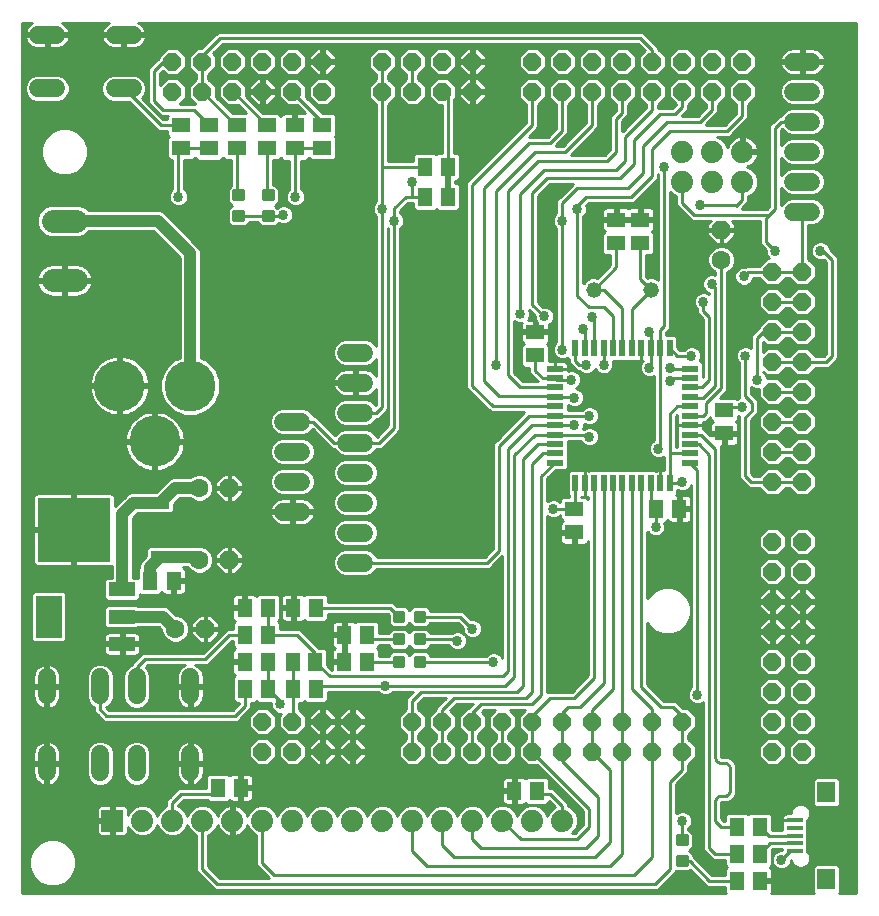
<source format=gtl>
G75*
%MOIN*%
%OFA0B0*%
%FSLAX25Y25*%
%IPPOS*%
%LPD*%
%AMOC8*
5,1,8,0,0,1.08239X$1,22.5*
%
%ADD10R,0.06299X0.05118*%
%ADD11C,0.05200*%
%ADD12C,0.06000*%
%ADD13R,0.05118X0.06299*%
%ADD14OC8,0.06300*%
%ADD15C,0.06300*%
%ADD16R,0.07400X0.07400*%
%ADD17C,0.07400*%
%ADD18R,0.06299X0.03937*%
%ADD19R,0.24409X0.21260*%
%ADD20C,0.17000*%
%ADD21R,0.08800X0.04800*%
%ADD22R,0.08661X0.14173*%
%ADD23C,0.01181*%
%ADD24OC8,0.06000*%
%ADD25R,0.05800X0.02000*%
%ADD26R,0.02000X0.05800*%
%ADD27C,0.07800*%
%ADD28R,0.05906X0.07087*%
%ADD29R,0.05512X0.01575*%
%ADD30C,0.01000*%
%ADD31C,0.03378*%
%ADD32C,0.04000*%
%ADD33C,0.02000*%
%ADD34C,0.03350*%
D10*
X0187500Y0236263D03*
X0187500Y0244137D03*
X0174500Y0295263D03*
X0174500Y0303137D03*
X0201500Y0332700D03*
X0201500Y0340574D03*
X0209500Y0340574D03*
X0209500Y0332700D03*
X0237500Y0277137D03*
X0237500Y0269263D03*
X0103500Y0364460D03*
X0103500Y0371940D03*
X0094264Y0372137D03*
X0094264Y0364263D03*
X0085028Y0364460D03*
X0085028Y0371940D03*
X0074972Y0371940D03*
X0074972Y0364460D03*
X0065736Y0364263D03*
X0065736Y0372137D03*
X0056500Y0371940D03*
X0056500Y0364460D03*
D11*
X0194000Y0317200D03*
X0213000Y0317200D03*
D12*
X0260500Y0343200D02*
X0266500Y0343200D01*
X0266500Y0353200D02*
X0260500Y0353200D01*
X0260500Y0363200D02*
X0266500Y0363200D01*
X0266500Y0373200D02*
X0260500Y0373200D01*
X0260500Y0383200D02*
X0266500Y0383200D01*
X0266500Y0393200D02*
X0260500Y0393200D01*
X0117500Y0296200D02*
X0111500Y0296200D01*
X0111500Y0286200D02*
X0117500Y0286200D01*
X0117500Y0276200D02*
X0111500Y0276200D01*
X0111500Y0266200D02*
X0117500Y0266200D01*
X0117500Y0256200D02*
X0111500Y0256200D01*
X0111500Y0246200D02*
X0117500Y0246200D01*
X0117500Y0236200D02*
X0111500Y0236200D01*
X0111500Y0226200D02*
X0117500Y0226200D01*
X0096500Y0243200D02*
X0090500Y0243200D01*
X0090500Y0253200D02*
X0096500Y0253200D01*
X0096500Y0263200D02*
X0090500Y0263200D01*
X0090500Y0273200D02*
X0096500Y0273200D01*
X0059400Y0188000D02*
X0059400Y0182000D01*
X0041600Y0182000D02*
X0041600Y0188000D01*
X0029400Y0188000D02*
X0029400Y0182000D01*
X0029400Y0162400D02*
X0029400Y0156400D01*
X0041600Y0156400D02*
X0041600Y0162400D01*
X0059400Y0162400D02*
X0059400Y0156400D01*
X0011600Y0156400D02*
X0011600Y0162400D01*
X0011600Y0182000D02*
X0011600Y0188000D01*
X0008700Y0384300D02*
X0014700Y0384300D01*
X0014700Y0402100D02*
X0008700Y0402100D01*
X0034300Y0402100D02*
X0040300Y0402100D01*
X0040300Y0384300D02*
X0034300Y0384300D01*
D13*
X0137760Y0358200D03*
X0145240Y0358200D03*
X0145240Y0348200D03*
X0137760Y0348200D03*
X0214563Y0244200D03*
X0222437Y0244200D03*
X0175000Y0150200D03*
X0167520Y0150200D03*
X0118240Y0193200D03*
X0110760Y0193200D03*
X0110760Y0202200D03*
X0118240Y0202200D03*
X0101240Y0211200D03*
X0093760Y0211200D03*
X0085437Y0211200D03*
X0077563Y0211200D03*
X0077760Y0202200D03*
X0085240Y0202200D03*
X0085437Y0193200D03*
X0077563Y0193200D03*
X0077760Y0184200D03*
X0085240Y0184200D03*
X0093760Y0184200D03*
X0101240Y0184200D03*
X0101054Y0193200D03*
X0093574Y0193200D03*
X0076240Y0151200D03*
X0068760Y0151200D03*
X0053874Y0220200D03*
X0046000Y0220200D03*
X0241760Y0138200D03*
X0241760Y0129200D03*
X0241760Y0120200D03*
X0249240Y0120200D03*
X0249240Y0129200D03*
X0249240Y0138200D03*
D14*
X0236500Y0337200D03*
X0072500Y0251200D03*
X0072500Y0227200D03*
X0064500Y0204200D03*
D15*
X0054500Y0204200D03*
X0062500Y0227200D03*
X0062500Y0251200D03*
X0236500Y0327200D03*
D16*
X0033516Y0140224D03*
D17*
X0043516Y0140224D03*
X0053516Y0140224D03*
X0063516Y0140224D03*
X0073516Y0140224D03*
X0083516Y0140224D03*
X0093516Y0140224D03*
X0103516Y0140224D03*
X0113516Y0140224D03*
X0123516Y0140224D03*
X0133516Y0140224D03*
X0143516Y0140224D03*
X0153516Y0140224D03*
X0163516Y0140224D03*
X0173516Y0140224D03*
X0183516Y0140224D03*
X0223500Y0353200D03*
X0223500Y0363200D03*
X0233500Y0363200D03*
X0233500Y0353200D03*
X0243500Y0353200D03*
X0243500Y0363200D03*
D18*
X0049398Y0246176D03*
X0049398Y0228224D03*
D19*
X0020657Y0237200D03*
D20*
X0047626Y0266696D03*
X0059437Y0285200D03*
X0035815Y0285200D03*
D21*
X0036700Y0217300D03*
X0036700Y0208200D03*
X0036700Y0199100D03*
D22*
X0012299Y0208200D03*
D23*
X0074122Y0340369D02*
X0076878Y0340369D01*
X0074122Y0340369D02*
X0074122Y0343125D01*
X0076878Y0343125D01*
X0076878Y0340369D01*
X0076878Y0341491D02*
X0074122Y0341491D01*
X0074122Y0342613D02*
X0076878Y0342613D01*
X0076878Y0347275D02*
X0074122Y0347275D01*
X0074122Y0350031D01*
X0076878Y0350031D01*
X0076878Y0347275D01*
X0076878Y0348397D02*
X0074122Y0348397D01*
X0074122Y0349519D02*
X0076878Y0349519D01*
X0084122Y0347275D02*
X0086878Y0347275D01*
X0084122Y0347275D02*
X0084122Y0350031D01*
X0086878Y0350031D01*
X0086878Y0347275D01*
X0086878Y0348397D02*
X0084122Y0348397D01*
X0084122Y0349519D02*
X0086878Y0349519D01*
X0086878Y0340369D02*
X0084122Y0340369D01*
X0084122Y0343125D01*
X0086878Y0343125D01*
X0086878Y0340369D01*
X0086878Y0341491D02*
X0084122Y0341491D01*
X0084122Y0342613D02*
X0086878Y0342613D01*
X0130425Y0209578D02*
X0130425Y0206822D01*
X0127669Y0206822D01*
X0127669Y0209578D01*
X0130425Y0209578D01*
X0130425Y0207944D02*
X0127669Y0207944D01*
X0127669Y0209066D02*
X0130425Y0209066D01*
X0137331Y0209578D02*
X0137331Y0206822D01*
X0134575Y0206822D01*
X0134575Y0209578D01*
X0137331Y0209578D01*
X0137331Y0207944D02*
X0134575Y0207944D01*
X0134575Y0209066D02*
X0137331Y0209066D01*
X0137331Y0202078D02*
X0137331Y0199322D01*
X0134575Y0199322D01*
X0134575Y0202078D01*
X0137331Y0202078D01*
X0137331Y0200444D02*
X0134575Y0200444D01*
X0134575Y0201566D02*
X0137331Y0201566D01*
X0130425Y0202078D02*
X0130425Y0199322D01*
X0127669Y0199322D01*
X0127669Y0202078D01*
X0130425Y0202078D01*
X0130425Y0200444D02*
X0127669Y0200444D01*
X0127669Y0201566D02*
X0130425Y0201566D01*
X0130425Y0194578D02*
X0130425Y0191822D01*
X0127669Y0191822D01*
X0127669Y0194578D01*
X0130425Y0194578D01*
X0130425Y0192944D02*
X0127669Y0192944D01*
X0127669Y0194066D02*
X0130425Y0194066D01*
X0137331Y0194578D02*
X0137331Y0191822D01*
X0134575Y0191822D01*
X0134575Y0194578D01*
X0137331Y0194578D01*
X0137331Y0192944D02*
X0134575Y0192944D01*
X0134575Y0194066D02*
X0137331Y0194066D01*
X0222122Y0135031D02*
X0224878Y0135031D01*
X0224878Y0132275D01*
X0222122Y0132275D01*
X0222122Y0135031D01*
X0222122Y0133397D02*
X0224878Y0133397D01*
X0224878Y0134519D02*
X0222122Y0134519D01*
X0222122Y0128125D02*
X0224878Y0128125D01*
X0224878Y0125369D01*
X0222122Y0125369D01*
X0222122Y0128125D01*
X0222122Y0126491D02*
X0224878Y0126491D01*
X0224878Y0127613D02*
X0222122Y0127613D01*
D24*
X0223500Y0163200D03*
X0223500Y0173200D03*
X0213500Y0173200D03*
X0213500Y0163200D03*
X0203500Y0163200D03*
X0203500Y0173200D03*
X0193500Y0173200D03*
X0193500Y0163200D03*
X0183500Y0163200D03*
X0183500Y0173200D03*
X0173500Y0173200D03*
X0173500Y0163200D03*
X0163500Y0163200D03*
X0163500Y0173200D03*
X0153500Y0173200D03*
X0153500Y0163200D03*
X0143500Y0163200D03*
X0143500Y0173200D03*
X0133500Y0173200D03*
X0133500Y0163200D03*
X0113500Y0163200D03*
X0113500Y0173200D03*
X0103500Y0173200D03*
X0103500Y0163200D03*
X0093500Y0163200D03*
X0093500Y0173200D03*
X0083500Y0173200D03*
X0083500Y0163200D03*
X0253500Y0163200D03*
X0253500Y0173200D03*
X0253500Y0183200D03*
X0253500Y0193200D03*
X0253500Y0203200D03*
X0253500Y0213200D03*
X0253500Y0223200D03*
X0253500Y0233200D03*
X0263500Y0233200D03*
X0263500Y0223200D03*
X0263500Y0213200D03*
X0263500Y0203200D03*
X0263500Y0193200D03*
X0263500Y0183200D03*
X0263500Y0173200D03*
X0263500Y0163200D03*
X0263500Y0253200D03*
X0263500Y0263200D03*
X0263500Y0273200D03*
X0263500Y0283200D03*
X0263500Y0293200D03*
X0263500Y0303200D03*
X0263500Y0313200D03*
X0263500Y0323200D03*
X0253500Y0323200D03*
X0253500Y0313200D03*
X0253500Y0303200D03*
X0253500Y0293200D03*
X0253500Y0283200D03*
X0253500Y0273200D03*
X0253500Y0263200D03*
X0253500Y0253200D03*
X0243500Y0383200D03*
X0243500Y0393200D03*
X0233500Y0393200D03*
X0233500Y0383200D03*
X0223500Y0383200D03*
X0223500Y0393200D03*
X0213500Y0393200D03*
X0213500Y0383200D03*
X0203500Y0383200D03*
X0203500Y0393200D03*
X0193500Y0393200D03*
X0193500Y0383200D03*
X0183500Y0383200D03*
X0183500Y0393200D03*
X0173500Y0393200D03*
X0173500Y0383200D03*
X0153500Y0383200D03*
X0153500Y0393200D03*
X0143500Y0393200D03*
X0143500Y0383200D03*
X0133500Y0383200D03*
X0133500Y0393200D03*
X0123500Y0393200D03*
X0123500Y0383200D03*
X0103500Y0383200D03*
X0103500Y0393200D03*
X0093500Y0393200D03*
X0093500Y0383200D03*
X0083500Y0383200D03*
X0083500Y0393200D03*
X0073500Y0393200D03*
X0073500Y0383200D03*
X0063500Y0383200D03*
X0063500Y0393200D03*
X0053500Y0393200D03*
X0053500Y0383200D03*
D25*
X0180900Y0290900D03*
X0180900Y0287800D03*
X0180900Y0284600D03*
X0180900Y0281500D03*
X0180900Y0278300D03*
X0180900Y0275200D03*
X0180900Y0272100D03*
X0180900Y0268900D03*
X0180900Y0265800D03*
X0180900Y0262600D03*
X0180900Y0259500D03*
X0226100Y0259500D03*
X0226100Y0262600D03*
X0226100Y0265800D03*
X0226100Y0268900D03*
X0226100Y0272100D03*
X0226100Y0275200D03*
X0226100Y0278300D03*
X0226100Y0281500D03*
X0226100Y0284600D03*
X0226100Y0287800D03*
X0226100Y0290900D03*
D26*
X0219200Y0297800D03*
X0216100Y0297800D03*
X0212900Y0297800D03*
X0209800Y0297800D03*
X0206600Y0297800D03*
X0203500Y0297800D03*
X0200400Y0297800D03*
X0197200Y0297800D03*
X0194100Y0297800D03*
X0190900Y0297800D03*
X0187800Y0297800D03*
X0187800Y0252600D03*
X0190900Y0252600D03*
X0194100Y0252600D03*
X0197200Y0252600D03*
X0200400Y0252600D03*
X0203500Y0252600D03*
X0206600Y0252600D03*
X0209800Y0252600D03*
X0212900Y0252600D03*
X0216100Y0252600D03*
X0219200Y0252600D03*
D27*
X0021400Y0320300D02*
X0013600Y0320300D01*
X0013600Y0340100D02*
X0021400Y0340100D01*
D28*
X0271500Y0149704D03*
X0271500Y0120696D03*
D29*
X0260870Y0130082D03*
X0260870Y0132641D03*
X0260870Y0135200D03*
X0260870Y0137759D03*
X0260870Y0140318D03*
D30*
X0003500Y0116200D02*
X0003500Y0406200D01*
X0006835Y0406200D01*
X0006341Y0405949D01*
X0005768Y0405532D01*
X0005268Y0405032D01*
X0004851Y0404459D01*
X0004530Y0403827D01*
X0004311Y0403154D01*
X0004223Y0402600D01*
X0011200Y0402600D01*
X0011200Y0401600D01*
X0012200Y0401600D01*
X0012200Y0402600D01*
X0019177Y0402600D01*
X0019089Y0403154D01*
X0018870Y0403827D01*
X0018549Y0404459D01*
X0018132Y0405032D01*
X0017632Y0405532D01*
X0017059Y0405949D01*
X0016565Y0406200D01*
X0032435Y0406200D01*
X0031941Y0405949D01*
X0031368Y0405532D01*
X0030868Y0405032D01*
X0030451Y0404459D01*
X0030130Y0403827D01*
X0029911Y0403154D01*
X0029823Y0402600D01*
X0036800Y0402600D01*
X0036800Y0401600D01*
X0037800Y0401600D01*
X0037800Y0402600D01*
X0044777Y0402600D01*
X0044689Y0403154D01*
X0044470Y0403827D01*
X0044149Y0404459D01*
X0043732Y0405032D01*
X0043232Y0405532D01*
X0042659Y0405949D01*
X0042165Y0406200D01*
X0281500Y0406200D01*
X0281500Y0116200D01*
X0275621Y0116200D01*
X0275953Y0116531D01*
X0275953Y0124861D01*
X0275074Y0125739D01*
X0267926Y0125739D01*
X0267047Y0124861D01*
X0267047Y0116531D01*
X0267379Y0116200D01*
X0253040Y0116200D01*
X0253197Y0116471D01*
X0253299Y0116853D01*
X0253299Y0119700D01*
X0249740Y0119700D01*
X0249740Y0120700D01*
X0253299Y0120700D01*
X0253299Y0123547D01*
X0253197Y0123929D01*
X0252999Y0124271D01*
X0252720Y0124550D01*
X0252530Y0124660D01*
X0253299Y0125429D01*
X0253299Y0130431D01*
X0253510Y0130641D01*
X0256614Y0130641D01*
X0256614Y0130389D01*
X0255866Y0130389D01*
X0254694Y0129903D01*
X0253797Y0129006D01*
X0253311Y0127834D01*
X0253311Y0126566D01*
X0253797Y0125394D01*
X0254694Y0124497D01*
X0255866Y0124011D01*
X0257134Y0124011D01*
X0258306Y0124497D01*
X0259203Y0125394D01*
X0259689Y0126566D01*
X0259689Y0127031D01*
X0260148Y0125922D01*
X0261041Y0125030D01*
X0262207Y0124546D01*
X0263470Y0124546D01*
X0264636Y0125030D01*
X0265529Y0125922D01*
X0266012Y0127088D01*
X0266012Y0128351D01*
X0265529Y0129517D01*
X0265126Y0129920D01*
X0265126Y0139168D01*
X0265091Y0139203D01*
X0265126Y0139333D01*
X0265126Y0140318D01*
X0264964Y0140318D01*
X0264964Y0140318D01*
X0265126Y0140318D01*
X0265126Y0140480D01*
X0265529Y0140883D01*
X0266012Y0142049D01*
X0266012Y0143312D01*
X0265529Y0144478D01*
X0264636Y0145370D01*
X0263470Y0145854D01*
X0262207Y0145854D01*
X0261041Y0145370D01*
X0260148Y0144478D01*
X0259665Y0143312D01*
X0259665Y0142605D01*
X0257917Y0142605D01*
X0257535Y0142503D01*
X0257193Y0142306D01*
X0256914Y0142027D01*
X0256716Y0141684D01*
X0256614Y0141303D01*
X0256614Y0140318D01*
X0256614Y0139333D01*
X0256649Y0139203D01*
X0256614Y0139168D01*
X0256614Y0137200D01*
X0253299Y0137200D01*
X0253299Y0141971D01*
X0252421Y0142850D01*
X0246060Y0142850D01*
X0245500Y0142290D01*
X0244940Y0142850D01*
X0238579Y0142850D01*
X0237701Y0141971D01*
X0237701Y0140200D01*
X0237328Y0140200D01*
X0236500Y0141028D01*
X0236500Y0146463D01*
X0238529Y0146463D01*
X0240270Y0147468D01*
X0240270Y0147468D01*
X0240270Y0147468D01*
X0241274Y0149209D01*
X0241274Y0158705D01*
X0240270Y0160445D01*
X0240270Y0160445D01*
X0240270Y0160445D01*
X0238529Y0161450D01*
X0236500Y0161450D01*
X0236500Y0265028D01*
X0236324Y0265204D01*
X0237000Y0265204D01*
X0237000Y0268763D01*
X0232850Y0268763D01*
X0232850Y0268678D01*
X0231800Y0269728D01*
X0230628Y0270900D01*
X0230499Y0270900D01*
X0230500Y0270903D01*
X0230500Y0272100D01*
X0230500Y0273200D01*
X0231328Y0273200D01*
X0232328Y0274200D01*
X0232850Y0274722D01*
X0232850Y0273957D01*
X0233655Y0273152D01*
X0233429Y0273022D01*
X0233150Y0272743D01*
X0232953Y0272401D01*
X0232850Y0272020D01*
X0232850Y0269763D01*
X0237000Y0269763D01*
X0237000Y0268763D01*
X0238000Y0268763D01*
X0238000Y0269763D01*
X0242150Y0269763D01*
X0242150Y0272020D01*
X0242047Y0272401D01*
X0241850Y0272743D01*
X0241571Y0273022D01*
X0241345Y0273152D01*
X0242150Y0273957D01*
X0242150Y0275245D01*
X0242500Y0275099D01*
X0242500Y0254372D01*
X0243672Y0253200D01*
X0245672Y0251200D01*
X0249136Y0251200D01*
X0251636Y0248700D01*
X0255364Y0248700D01*
X0257864Y0251200D01*
X0259136Y0251200D01*
X0261636Y0248700D01*
X0265364Y0248700D01*
X0268000Y0251336D01*
X0268000Y0255064D01*
X0265364Y0257700D01*
X0261636Y0257700D01*
X0259136Y0255200D01*
X0257864Y0255200D01*
X0255364Y0257700D01*
X0251636Y0257700D01*
X0249136Y0255200D01*
X0247328Y0255200D01*
X0246500Y0256028D01*
X0246500Y0273799D01*
X0248689Y0275988D01*
X0248689Y0280286D01*
X0246500Y0282475D01*
X0246500Y0284690D01*
X0246694Y0284497D01*
X0247866Y0284011D01*
X0249000Y0284011D01*
X0249000Y0281336D01*
X0251636Y0278700D01*
X0255364Y0278700D01*
X0257864Y0281200D01*
X0259136Y0281200D01*
X0261636Y0278700D01*
X0265364Y0278700D01*
X0268000Y0281336D01*
X0268000Y0285064D01*
X0265364Y0287700D01*
X0261636Y0287700D01*
X0259136Y0285200D01*
X0257864Y0285200D01*
X0255364Y0287700D01*
X0251689Y0287700D01*
X0251689Y0287834D01*
X0251203Y0289006D01*
X0250500Y0289710D01*
X0250500Y0289836D01*
X0251636Y0288700D01*
X0255364Y0288700D01*
X0257864Y0291200D01*
X0259136Y0291200D01*
X0261636Y0288700D01*
X0265364Y0288700D01*
X0267864Y0291200D01*
X0272328Y0291200D01*
X0275500Y0294372D01*
X0275500Y0328028D01*
X0272685Y0330843D01*
X0272203Y0332006D01*
X0271306Y0332903D01*
X0270134Y0333389D01*
X0268866Y0333389D01*
X0267694Y0332903D01*
X0266797Y0332006D01*
X0266311Y0330834D01*
X0266311Y0329566D01*
X0266797Y0328394D01*
X0267694Y0327497D01*
X0268866Y0327011D01*
X0270134Y0327011D01*
X0270648Y0327224D01*
X0271500Y0326372D01*
X0271500Y0296028D01*
X0270672Y0295200D01*
X0267864Y0295200D01*
X0265364Y0297700D01*
X0261636Y0297700D01*
X0259136Y0295200D01*
X0257864Y0295200D01*
X0255364Y0297700D01*
X0251636Y0297700D01*
X0250500Y0296564D01*
X0250500Y0299836D01*
X0251636Y0298700D01*
X0255364Y0298700D01*
X0257864Y0301200D01*
X0259136Y0301200D01*
X0261636Y0298700D01*
X0265364Y0298700D01*
X0268000Y0301336D01*
X0268000Y0305064D01*
X0265364Y0307700D01*
X0261636Y0307700D01*
X0259136Y0305200D01*
X0257864Y0305200D01*
X0255364Y0307700D01*
X0251636Y0307700D01*
X0249000Y0305064D01*
X0249000Y0304528D01*
X0248500Y0304028D01*
X0246500Y0302028D01*
X0246500Y0297690D01*
X0246298Y0297892D01*
X0245132Y0298375D01*
X0243868Y0298375D01*
X0242702Y0297892D01*
X0241808Y0296998D01*
X0241325Y0295832D01*
X0241325Y0294568D01*
X0241808Y0293402D01*
X0242500Y0292710D01*
X0242500Y0281175D01*
X0241694Y0280840D01*
X0241660Y0280807D01*
X0241271Y0281196D01*
X0236153Y0281196D01*
X0237328Y0282372D01*
X0238500Y0283543D01*
X0238500Y0322995D01*
X0239134Y0323258D01*
X0240442Y0324566D01*
X0241150Y0326275D01*
X0241150Y0328125D01*
X0240442Y0329834D01*
X0239134Y0331142D01*
X0237425Y0331850D01*
X0235575Y0331850D01*
X0233866Y0331142D01*
X0232558Y0329834D01*
X0231850Y0328125D01*
X0231850Y0326275D01*
X0232558Y0324566D01*
X0233866Y0323258D01*
X0234500Y0322995D01*
X0234500Y0322159D01*
X0233945Y0322389D01*
X0232677Y0322389D01*
X0231505Y0321903D01*
X0230608Y0321006D01*
X0230122Y0319834D01*
X0230122Y0318566D01*
X0230608Y0317394D01*
X0231505Y0316497D01*
X0232500Y0316084D01*
X0232500Y0315710D01*
X0232306Y0315903D01*
X0231134Y0316389D01*
X0229866Y0316389D01*
X0228694Y0315903D01*
X0227797Y0315006D01*
X0227311Y0313834D01*
X0227311Y0312566D01*
X0227797Y0311394D01*
X0228500Y0310690D01*
X0228500Y0309372D01*
X0229672Y0308200D01*
X0230500Y0307372D01*
X0230500Y0288028D01*
X0230500Y0292521D01*
X0229621Y0293400D01*
X0229206Y0293400D01*
X0229689Y0294566D01*
X0229689Y0295834D01*
X0229203Y0297006D01*
X0228306Y0297903D01*
X0227134Y0298389D01*
X0225866Y0298389D01*
X0224694Y0297903D01*
X0223990Y0297200D01*
X0222628Y0297200D01*
X0221700Y0298128D01*
X0221700Y0301321D01*
X0220821Y0302200D01*
X0218100Y0302200D01*
X0218100Y0302972D01*
X0218328Y0303200D01*
X0219500Y0304372D01*
X0219500Y0349846D01*
X0220554Y0348792D01*
X0221500Y0348400D01*
X0221500Y0345372D01*
X0222672Y0344200D01*
X0225500Y0341372D01*
X0226672Y0340200D01*
X0232924Y0340200D01*
X0231850Y0339126D01*
X0231850Y0337500D01*
X0236200Y0337500D01*
X0236200Y0336900D01*
X0236800Y0336900D01*
X0236800Y0337500D01*
X0241150Y0337500D01*
X0241150Y0339126D01*
X0240076Y0340200D01*
X0249500Y0340200D01*
X0249500Y0332372D01*
X0251311Y0330561D01*
X0251311Y0329566D01*
X0251797Y0328394D01*
X0252490Y0327700D01*
X0251636Y0327700D01*
X0249136Y0325200D01*
X0244672Y0325200D01*
X0244361Y0324889D01*
X0243366Y0324889D01*
X0242194Y0324403D01*
X0241297Y0323506D01*
X0240811Y0322334D01*
X0240811Y0321066D01*
X0241297Y0319894D01*
X0242194Y0318997D01*
X0243366Y0318511D01*
X0244634Y0318511D01*
X0245806Y0318997D01*
X0246703Y0319894D01*
X0247189Y0321066D01*
X0247189Y0321200D01*
X0249136Y0321200D01*
X0251636Y0318700D01*
X0255364Y0318700D01*
X0257864Y0321200D01*
X0259136Y0321200D01*
X0261636Y0318700D01*
X0265364Y0318700D01*
X0268000Y0321336D01*
X0268000Y0325064D01*
X0265500Y0327564D01*
X0265500Y0338700D01*
X0267395Y0338700D01*
X0269049Y0339385D01*
X0270315Y0340651D01*
X0271000Y0342305D01*
X0271000Y0344095D01*
X0270315Y0345749D01*
X0269049Y0347015D01*
X0267395Y0347700D01*
X0259605Y0347700D01*
X0257951Y0347015D01*
X0256685Y0345749D01*
X0256500Y0345302D01*
X0256500Y0351098D01*
X0256685Y0350651D01*
X0257951Y0349385D01*
X0259605Y0348700D01*
X0267395Y0348700D01*
X0269049Y0349385D01*
X0270315Y0350651D01*
X0271000Y0352305D01*
X0271000Y0354095D01*
X0270315Y0355749D01*
X0269049Y0357015D01*
X0267395Y0357700D01*
X0259605Y0357700D01*
X0257951Y0357015D01*
X0256685Y0355749D01*
X0256500Y0355302D01*
X0256500Y0361098D01*
X0256685Y0360651D01*
X0257951Y0359385D01*
X0259605Y0358700D01*
X0267395Y0358700D01*
X0269049Y0359385D01*
X0270315Y0360651D01*
X0271000Y0362305D01*
X0271000Y0364095D01*
X0270315Y0365749D01*
X0269049Y0367015D01*
X0267395Y0367700D01*
X0259605Y0367700D01*
X0257951Y0367015D01*
X0256685Y0365749D01*
X0256500Y0365302D01*
X0256500Y0370372D01*
X0256732Y0370604D01*
X0257951Y0369385D01*
X0259605Y0368700D01*
X0267395Y0368700D01*
X0269049Y0369385D01*
X0270315Y0370651D01*
X0271000Y0372305D01*
X0271000Y0374095D01*
X0270315Y0375749D01*
X0269049Y0377015D01*
X0267395Y0377700D01*
X0259605Y0377700D01*
X0257951Y0377015D01*
X0256685Y0375749D01*
X0256458Y0375200D01*
X0255672Y0375200D01*
X0253672Y0373200D01*
X0252500Y0372028D01*
X0252500Y0345028D01*
X0251672Y0344200D01*
X0243328Y0344200D01*
X0243500Y0344372D01*
X0245500Y0346372D01*
X0245500Y0348400D01*
X0246446Y0348792D01*
X0247908Y0350254D01*
X0248700Y0352166D01*
X0248700Y0354234D01*
X0247908Y0356146D01*
X0246446Y0357608D01*
X0244983Y0358214D01*
X0245496Y0358381D01*
X0246225Y0358753D01*
X0246888Y0359234D01*
X0247466Y0359812D01*
X0247947Y0360475D01*
X0248319Y0361204D01*
X0248572Y0361982D01*
X0248686Y0362700D01*
X0244000Y0362700D01*
X0244000Y0363700D01*
X0243000Y0363700D01*
X0243000Y0368386D01*
X0242282Y0368272D01*
X0241504Y0368019D01*
X0240775Y0367647D01*
X0240112Y0367166D01*
X0239534Y0366588D01*
X0239053Y0365925D01*
X0238681Y0365196D01*
X0238514Y0364683D01*
X0237908Y0366146D01*
X0236446Y0367608D01*
X0235017Y0368200D01*
X0239328Y0368200D01*
X0240500Y0369372D01*
X0245500Y0374372D01*
X0245500Y0378836D01*
X0248000Y0381336D01*
X0248000Y0385064D01*
X0245364Y0387700D01*
X0241636Y0387700D01*
X0239000Y0385064D01*
X0239000Y0381336D01*
X0241500Y0378836D01*
X0241500Y0376028D01*
X0237672Y0372200D01*
X0231328Y0372200D01*
X0231500Y0372372D01*
X0235500Y0376372D01*
X0235500Y0378836D01*
X0238000Y0381336D01*
X0238000Y0385064D01*
X0235364Y0387700D01*
X0231636Y0387700D01*
X0229000Y0385064D01*
X0229000Y0381336D01*
X0231500Y0378836D01*
X0231500Y0378028D01*
X0228672Y0375200D01*
X0223328Y0375200D01*
X0225500Y0377372D01*
X0225500Y0378836D01*
X0228000Y0381336D01*
X0228000Y0385064D01*
X0225364Y0387700D01*
X0221636Y0387700D01*
X0219000Y0385064D01*
X0219000Y0381336D01*
X0221404Y0378932D01*
X0220172Y0377700D01*
X0215500Y0377700D01*
X0215500Y0378836D01*
X0218000Y0381336D01*
X0218000Y0385064D01*
X0215364Y0387700D01*
X0211636Y0387700D01*
X0209000Y0385064D01*
X0209000Y0381336D01*
X0211500Y0378836D01*
X0211500Y0378028D01*
X0203672Y0370200D01*
X0203500Y0370028D01*
X0203500Y0373372D01*
X0205500Y0375372D01*
X0205500Y0378836D01*
X0208000Y0381336D01*
X0208000Y0385064D01*
X0205364Y0387700D01*
X0201636Y0387700D01*
X0199000Y0385064D01*
X0199000Y0381336D01*
X0201500Y0378836D01*
X0201500Y0377028D01*
X0199500Y0375028D01*
X0199500Y0364028D01*
X0197672Y0362200D01*
X0186328Y0362200D01*
X0195500Y0371372D01*
X0195500Y0378836D01*
X0198000Y0381336D01*
X0198000Y0385064D01*
X0195364Y0387700D01*
X0191636Y0387700D01*
X0189000Y0385064D01*
X0189000Y0381336D01*
X0191500Y0378836D01*
X0191500Y0373028D01*
X0183672Y0365200D01*
X0181328Y0365200D01*
X0181500Y0365372D01*
X0185500Y0369372D01*
X0185500Y0378836D01*
X0188000Y0381336D01*
X0188000Y0385064D01*
X0185364Y0387700D01*
X0181636Y0387700D01*
X0179000Y0385064D01*
X0179000Y0381336D01*
X0181500Y0378836D01*
X0181500Y0371028D01*
X0178672Y0368200D01*
X0172328Y0368200D01*
X0175500Y0371372D01*
X0175500Y0378836D01*
X0178000Y0381336D01*
X0178000Y0385064D01*
X0175364Y0387700D01*
X0171636Y0387700D01*
X0169000Y0385064D01*
X0169000Y0381336D01*
X0171500Y0378836D01*
X0171500Y0373028D01*
X0151500Y0353028D01*
X0151500Y0284372D01*
X0152672Y0283200D01*
X0159572Y0276300D01*
X0170772Y0276300D01*
X0161672Y0267200D01*
X0160500Y0266028D01*
X0160500Y0231028D01*
X0157672Y0228200D01*
X0121542Y0228200D01*
X0121315Y0228749D01*
X0120049Y0230015D01*
X0118395Y0230700D01*
X0110605Y0230700D01*
X0108951Y0230015D01*
X0107685Y0228749D01*
X0107000Y0227095D01*
X0107000Y0225305D01*
X0107685Y0223651D01*
X0108951Y0222385D01*
X0110605Y0221700D01*
X0118395Y0221700D01*
X0120049Y0222385D01*
X0121315Y0223651D01*
X0121542Y0224200D01*
X0159328Y0224200D01*
X0160500Y0225372D01*
X0163500Y0228372D01*
X0163500Y0194290D01*
X0163203Y0195006D01*
X0162306Y0195903D01*
X0161134Y0196389D01*
X0159866Y0196389D01*
X0158694Y0195903D01*
X0157990Y0195200D01*
X0139421Y0195200D01*
X0139421Y0195444D01*
X0138197Y0196668D01*
X0133709Y0196668D01*
X0132500Y0195460D01*
X0131291Y0196668D01*
X0126803Y0196668D01*
X0125579Y0195444D01*
X0125579Y0195200D01*
X0122299Y0195200D01*
X0122299Y0196971D01*
X0121570Y0197700D01*
X0122299Y0198429D01*
X0122299Y0198700D01*
X0125579Y0198700D01*
X0125579Y0198456D01*
X0126803Y0197231D01*
X0131291Y0197231D01*
X0132500Y0198440D01*
X0133709Y0197231D01*
X0138197Y0197231D01*
X0139421Y0198456D01*
X0139421Y0198700D01*
X0145670Y0198700D01*
X0145797Y0198394D01*
X0146694Y0197497D01*
X0147866Y0197011D01*
X0149134Y0197011D01*
X0150306Y0197497D01*
X0151203Y0198394D01*
X0151689Y0199566D01*
X0151689Y0200834D01*
X0151217Y0201973D01*
X0151694Y0201497D01*
X0152866Y0201011D01*
X0154134Y0201011D01*
X0155306Y0201497D01*
X0156203Y0202394D01*
X0156689Y0203566D01*
X0156689Y0204834D01*
X0156203Y0206006D01*
X0155306Y0206903D01*
X0154134Y0207389D01*
X0153139Y0207389D01*
X0150328Y0210200D01*
X0139421Y0210200D01*
X0139421Y0210444D01*
X0138197Y0211668D01*
X0133709Y0211668D01*
X0132500Y0210460D01*
X0131291Y0211668D01*
X0128407Y0211668D01*
X0126876Y0213200D01*
X0105299Y0213200D01*
X0105299Y0214971D01*
X0104421Y0215850D01*
X0098060Y0215850D01*
X0097500Y0215290D01*
X0097240Y0215550D01*
X0096898Y0215747D01*
X0096516Y0215850D01*
X0094260Y0215850D01*
X0094260Y0211700D01*
X0093260Y0211700D01*
X0093260Y0215850D01*
X0091003Y0215850D01*
X0090622Y0215747D01*
X0090280Y0215550D01*
X0090000Y0215271D01*
X0089803Y0214929D01*
X0089701Y0214547D01*
X0089701Y0211700D01*
X0093260Y0211700D01*
X0093260Y0210700D01*
X0094260Y0210700D01*
X0094260Y0206550D01*
X0096516Y0206550D01*
X0096898Y0206653D01*
X0097240Y0206850D01*
X0097500Y0207110D01*
X0098060Y0206550D01*
X0104421Y0206550D01*
X0105299Y0207429D01*
X0105299Y0209200D01*
X0125219Y0209200D01*
X0125579Y0208840D01*
X0125579Y0205956D01*
X0126803Y0204731D01*
X0131291Y0204731D01*
X0132500Y0205940D01*
X0133709Y0204731D01*
X0138197Y0204731D01*
X0139421Y0205956D01*
X0139421Y0206200D01*
X0148672Y0206200D01*
X0150311Y0204561D01*
X0150311Y0203566D01*
X0150783Y0202427D01*
X0150306Y0202903D01*
X0149134Y0203389D01*
X0147866Y0203389D01*
X0146694Y0202903D01*
X0146490Y0202700D01*
X0139421Y0202700D01*
X0139421Y0202944D01*
X0138197Y0204168D01*
X0133709Y0204168D01*
X0132500Y0202960D01*
X0131291Y0204168D01*
X0126803Y0204168D01*
X0125579Y0202944D01*
X0125579Y0202700D01*
X0122299Y0202700D01*
X0122299Y0205971D01*
X0121421Y0206850D01*
X0115060Y0206850D01*
X0114500Y0206290D01*
X0114240Y0206550D01*
X0113898Y0206747D01*
X0113516Y0206850D01*
X0111260Y0206850D01*
X0111260Y0202700D01*
X0110260Y0202700D01*
X0110260Y0206850D01*
X0108003Y0206850D01*
X0107622Y0206747D01*
X0107280Y0206550D01*
X0107000Y0206271D01*
X0106803Y0205929D01*
X0106701Y0205547D01*
X0106701Y0202700D01*
X0110260Y0202700D01*
X0110260Y0201700D01*
X0111260Y0201700D01*
X0111260Y0193700D01*
X0110260Y0193700D01*
X0110260Y0197550D01*
X0110260Y0201700D01*
X0106701Y0201700D01*
X0106701Y0198853D01*
X0106803Y0198471D01*
X0107000Y0198129D01*
X0107280Y0197850D01*
X0107540Y0197700D01*
X0107280Y0197550D01*
X0107000Y0197271D01*
X0106803Y0196929D01*
X0106701Y0196547D01*
X0106701Y0193700D01*
X0110260Y0193700D01*
X0110260Y0192700D01*
X0106701Y0192700D01*
X0106701Y0190389D01*
X0106694Y0190389D01*
X0105113Y0191969D01*
X0105113Y0196971D01*
X0104235Y0197850D01*
X0102233Y0197850D01*
X0097054Y0203028D01*
X0095883Y0204200D01*
X0089299Y0204200D01*
X0089299Y0205971D01*
X0088669Y0206602D01*
X0089496Y0207429D01*
X0089496Y0214971D01*
X0088617Y0215850D01*
X0082257Y0215850D01*
X0081452Y0215045D01*
X0081322Y0215271D01*
X0081043Y0215550D01*
X0080701Y0215747D01*
X0080320Y0215850D01*
X0078063Y0215850D01*
X0078063Y0211700D01*
X0077063Y0211700D01*
X0077063Y0215850D01*
X0074806Y0215850D01*
X0074425Y0215747D01*
X0074083Y0215550D01*
X0073804Y0215271D01*
X0073606Y0214929D01*
X0073504Y0214547D01*
X0073504Y0211700D01*
X0077063Y0211700D01*
X0077063Y0210700D01*
X0073504Y0210700D01*
X0073504Y0207853D01*
X0073606Y0207471D01*
X0073804Y0207129D01*
X0074083Y0206850D01*
X0074398Y0206668D01*
X0073701Y0205971D01*
X0073701Y0204200D01*
X0071672Y0204200D01*
X0063672Y0196200D01*
X0043672Y0196200D01*
X0042500Y0195028D01*
X0039600Y0192128D01*
X0039600Y0192042D01*
X0039051Y0191815D01*
X0037785Y0190549D01*
X0037100Y0188895D01*
X0037100Y0181105D01*
X0037785Y0179451D01*
X0039051Y0178185D01*
X0040705Y0177500D01*
X0042495Y0177500D01*
X0044149Y0178185D01*
X0045415Y0179451D01*
X0046100Y0181105D01*
X0046100Y0188895D01*
X0045415Y0190549D01*
X0044546Y0191418D01*
X0045328Y0192200D01*
X0057764Y0192200D01*
X0057673Y0192170D01*
X0057041Y0191849D01*
X0056468Y0191432D01*
X0055968Y0190932D01*
X0055551Y0190359D01*
X0055230Y0189727D01*
X0055011Y0189054D01*
X0054900Y0188354D01*
X0054900Y0185500D01*
X0058900Y0185500D01*
X0058900Y0184500D01*
X0059900Y0184500D01*
X0059900Y0185500D01*
X0063900Y0185500D01*
X0063900Y0188354D01*
X0063789Y0189054D01*
X0063570Y0189727D01*
X0063249Y0190359D01*
X0062832Y0190932D01*
X0062332Y0191432D01*
X0061759Y0191849D01*
X0061127Y0192170D01*
X0061036Y0192200D01*
X0065328Y0192200D01*
X0073328Y0200200D01*
X0073701Y0200200D01*
X0073701Y0198429D01*
X0074398Y0197732D01*
X0074083Y0197550D01*
X0073804Y0197271D01*
X0073606Y0196929D01*
X0073504Y0196547D01*
X0073504Y0193700D01*
X0077063Y0193700D01*
X0077063Y0192700D01*
X0073504Y0192700D01*
X0073504Y0189853D01*
X0073606Y0189471D01*
X0073804Y0189129D01*
X0074083Y0188850D01*
X0074398Y0188668D01*
X0073701Y0187971D01*
X0073701Y0180429D01*
X0074579Y0179550D01*
X0075760Y0179550D01*
X0075760Y0179288D01*
X0073672Y0177200D01*
X0032328Y0177200D01*
X0031521Y0178008D01*
X0031949Y0178185D01*
X0033215Y0179451D01*
X0033900Y0181105D01*
X0033900Y0188895D01*
X0033215Y0190549D01*
X0031949Y0191815D01*
X0030295Y0192500D01*
X0028505Y0192500D01*
X0026851Y0191815D01*
X0025585Y0190549D01*
X0024900Y0188895D01*
X0024900Y0181105D01*
X0025585Y0179451D01*
X0026851Y0178185D01*
X0027400Y0177958D01*
X0027400Y0176472D01*
X0028572Y0175300D01*
X0030672Y0173200D01*
X0075328Y0173200D01*
X0076500Y0174372D01*
X0079760Y0177631D01*
X0079760Y0179550D01*
X0080940Y0179550D01*
X0081500Y0180110D01*
X0082060Y0179550D01*
X0086209Y0179550D01*
X0086209Y0178453D01*
X0086692Y0177286D01*
X0087586Y0176392D01*
X0088753Y0175909D01*
X0089845Y0175909D01*
X0089000Y0175064D01*
X0089000Y0171336D01*
X0091636Y0168700D01*
X0095364Y0168700D01*
X0098000Y0171336D01*
X0098000Y0175064D01*
X0095574Y0177490D01*
X0095574Y0179550D01*
X0096940Y0179550D01*
X0097500Y0180110D01*
X0098060Y0179550D01*
X0104421Y0179550D01*
X0105299Y0180429D01*
X0105299Y0183200D01*
X0121990Y0183200D01*
X0122694Y0182497D01*
X0123866Y0182011D01*
X0125134Y0182011D01*
X0126306Y0182497D01*
X0127010Y0183200D01*
X0133672Y0183200D01*
X0131500Y0181028D01*
X0131500Y0177564D01*
X0129000Y0175064D01*
X0129000Y0171336D01*
X0131500Y0168836D01*
X0131500Y0167564D01*
X0129000Y0165064D01*
X0129000Y0161336D01*
X0131636Y0158700D01*
X0135364Y0158700D01*
X0138000Y0161336D01*
X0138000Y0165064D01*
X0135500Y0167564D01*
X0135500Y0168836D01*
X0138000Y0171336D01*
X0138000Y0175064D01*
X0135500Y0177564D01*
X0135500Y0179372D01*
X0137328Y0181200D01*
X0144672Y0181200D01*
X0141500Y0178028D01*
X0141500Y0177564D01*
X0139000Y0175064D01*
X0139000Y0171336D01*
X0141500Y0168836D01*
X0141500Y0167564D01*
X0139000Y0165064D01*
X0139000Y0161336D01*
X0141636Y0158700D01*
X0145364Y0158700D01*
X0148000Y0161336D01*
X0148000Y0165064D01*
X0145500Y0167564D01*
X0145500Y0168836D01*
X0148000Y0171336D01*
X0148000Y0175064D01*
X0146096Y0176968D01*
X0148328Y0179200D01*
X0153672Y0179200D01*
X0152172Y0177700D01*
X0151636Y0177700D01*
X0149000Y0175064D01*
X0149000Y0171336D01*
X0151500Y0168836D01*
X0151500Y0167564D01*
X0149000Y0165064D01*
X0149000Y0161336D01*
X0151636Y0158700D01*
X0155364Y0158700D01*
X0158000Y0161336D01*
X0158000Y0165064D01*
X0155500Y0167564D01*
X0155500Y0168836D01*
X0158000Y0171336D01*
X0158000Y0175064D01*
X0156596Y0176468D01*
X0157328Y0177200D01*
X0161136Y0177200D01*
X0159000Y0175064D01*
X0159000Y0171336D01*
X0161500Y0168836D01*
X0161500Y0167564D01*
X0159000Y0165064D01*
X0159000Y0161336D01*
X0161636Y0158700D01*
X0165364Y0158700D01*
X0168000Y0161336D01*
X0168000Y0165064D01*
X0165500Y0167564D01*
X0165500Y0168836D01*
X0168000Y0171336D01*
X0168000Y0175064D01*
X0165864Y0177200D01*
X0171136Y0177200D01*
X0169000Y0175064D01*
X0169000Y0171336D01*
X0171500Y0168836D01*
X0171500Y0167564D01*
X0169000Y0165064D01*
X0169000Y0161336D01*
X0171636Y0158700D01*
X0175172Y0158700D01*
X0190500Y0143372D01*
X0190500Y0139028D01*
X0187672Y0136200D01*
X0186846Y0136200D01*
X0187924Y0137278D01*
X0188716Y0139189D01*
X0188716Y0141258D01*
X0187924Y0143169D01*
X0186461Y0144632D01*
X0185516Y0145024D01*
X0185516Y0146013D01*
X0184344Y0147184D01*
X0180328Y0151200D01*
X0179059Y0151200D01*
X0179059Y0153971D01*
X0178180Y0154850D01*
X0171820Y0154850D01*
X0171260Y0154290D01*
X0171000Y0154550D01*
X0170658Y0154747D01*
X0170276Y0154850D01*
X0168020Y0154850D01*
X0168020Y0150700D01*
X0167020Y0150700D01*
X0167020Y0154850D01*
X0164763Y0154850D01*
X0164382Y0154747D01*
X0164040Y0154550D01*
X0163760Y0154271D01*
X0163563Y0153929D01*
X0163461Y0153547D01*
X0163461Y0150700D01*
X0167020Y0150700D01*
X0167020Y0149700D01*
X0168020Y0149700D01*
X0168020Y0145550D01*
X0170276Y0145550D01*
X0170658Y0145653D01*
X0171000Y0145850D01*
X0171260Y0146110D01*
X0171820Y0145550D01*
X0178180Y0145550D01*
X0179059Y0146429D01*
X0179059Y0146813D01*
X0181044Y0144828D01*
X0180570Y0144632D01*
X0179107Y0143169D01*
X0178516Y0141741D01*
X0177924Y0143169D01*
X0176461Y0144632D01*
X0174550Y0145424D01*
X0172481Y0145424D01*
X0170570Y0144632D01*
X0169107Y0143169D01*
X0168516Y0141741D01*
X0167924Y0143169D01*
X0166461Y0144632D01*
X0164550Y0145424D01*
X0162481Y0145424D01*
X0160570Y0144632D01*
X0159107Y0143169D01*
X0158516Y0141741D01*
X0157924Y0143169D01*
X0156461Y0144632D01*
X0154550Y0145424D01*
X0152481Y0145424D01*
X0150570Y0144632D01*
X0149107Y0143169D01*
X0148516Y0141741D01*
X0147924Y0143169D01*
X0146461Y0144632D01*
X0144550Y0145424D01*
X0142481Y0145424D01*
X0140570Y0144632D01*
X0139107Y0143169D01*
X0138516Y0141741D01*
X0137924Y0143169D01*
X0136461Y0144632D01*
X0134550Y0145424D01*
X0132481Y0145424D01*
X0130570Y0144632D01*
X0129107Y0143169D01*
X0128516Y0141741D01*
X0127924Y0143169D01*
X0126461Y0144632D01*
X0124550Y0145424D01*
X0122481Y0145424D01*
X0120570Y0144632D01*
X0119107Y0143169D01*
X0118516Y0141741D01*
X0117924Y0143169D01*
X0116461Y0144632D01*
X0114550Y0145424D01*
X0112481Y0145424D01*
X0110570Y0144632D01*
X0109107Y0143169D01*
X0108516Y0141741D01*
X0107924Y0143169D01*
X0106461Y0144632D01*
X0104550Y0145424D01*
X0102481Y0145424D01*
X0100570Y0144632D01*
X0099107Y0143169D01*
X0098516Y0141741D01*
X0097924Y0143169D01*
X0096461Y0144632D01*
X0094550Y0145424D01*
X0092481Y0145424D01*
X0090570Y0144632D01*
X0089107Y0143169D01*
X0088516Y0141741D01*
X0087924Y0143169D01*
X0086461Y0144632D01*
X0084550Y0145424D01*
X0082481Y0145424D01*
X0080570Y0144632D01*
X0079107Y0143169D01*
X0078502Y0141706D01*
X0078335Y0142220D01*
X0077963Y0142949D01*
X0077482Y0143611D01*
X0076903Y0144190D01*
X0076241Y0144671D01*
X0075512Y0145043D01*
X0074733Y0145296D01*
X0074016Y0145409D01*
X0074016Y0140724D01*
X0073016Y0140724D01*
X0073016Y0145409D01*
X0072298Y0145296D01*
X0071520Y0145043D01*
X0070790Y0144671D01*
X0070128Y0144190D01*
X0069549Y0143611D01*
X0069068Y0142949D01*
X0068697Y0142220D01*
X0068530Y0141706D01*
X0067924Y0143169D01*
X0066461Y0144632D01*
X0064550Y0145424D01*
X0062481Y0145424D01*
X0060570Y0144632D01*
X0059107Y0143169D01*
X0058516Y0141741D01*
X0057924Y0143169D01*
X0056461Y0144632D01*
X0055516Y0145024D01*
X0055516Y0145387D01*
X0057328Y0147200D01*
X0064930Y0147200D01*
X0065579Y0146550D01*
X0071940Y0146550D01*
X0072500Y0147110D01*
X0072760Y0146850D01*
X0073102Y0146653D01*
X0073484Y0146550D01*
X0075740Y0146550D01*
X0075740Y0150700D01*
X0076740Y0150700D01*
X0076740Y0146550D01*
X0078997Y0146550D01*
X0079378Y0146653D01*
X0079720Y0146850D01*
X0079999Y0147129D01*
X0080197Y0147471D01*
X0080299Y0147853D01*
X0080299Y0150700D01*
X0076740Y0150700D01*
X0076740Y0151700D01*
X0075740Y0151700D01*
X0075740Y0155850D01*
X0073484Y0155850D01*
X0073102Y0155747D01*
X0072760Y0155550D01*
X0072500Y0155290D01*
X0071940Y0155850D01*
X0065579Y0155850D01*
X0064701Y0154971D01*
X0064701Y0151200D01*
X0055672Y0151200D01*
X0054500Y0150028D01*
X0052672Y0148200D01*
X0051500Y0147028D01*
X0051500Y0145372D01*
X0051516Y0145356D01*
X0051516Y0145024D01*
X0050570Y0144632D01*
X0049107Y0143169D01*
X0048516Y0141741D01*
X0047924Y0143169D01*
X0046461Y0144632D01*
X0044550Y0145424D01*
X0042481Y0145424D01*
X0040570Y0144632D01*
X0039107Y0143169D01*
X0038716Y0142224D01*
X0038716Y0144121D01*
X0038614Y0144503D01*
X0038416Y0144845D01*
X0038137Y0145124D01*
X0037795Y0145321D01*
X0037413Y0145424D01*
X0034016Y0145424D01*
X0034016Y0140724D01*
X0033016Y0140724D01*
X0033016Y0145424D01*
X0029618Y0145424D01*
X0029237Y0145321D01*
X0028895Y0145124D01*
X0028615Y0144845D01*
X0028418Y0144503D01*
X0028316Y0144121D01*
X0028316Y0140724D01*
X0033016Y0140724D01*
X0033016Y0139724D01*
X0028316Y0139724D01*
X0028316Y0136326D01*
X0028418Y0135945D01*
X0028615Y0135603D01*
X0028895Y0135323D01*
X0029237Y0135126D01*
X0029618Y0135024D01*
X0033016Y0135024D01*
X0033016Y0139724D01*
X0034016Y0139724D01*
X0034016Y0135024D01*
X0037413Y0135024D01*
X0037795Y0135126D01*
X0038137Y0135323D01*
X0038416Y0135603D01*
X0038614Y0135945D01*
X0038716Y0136326D01*
X0038716Y0138224D01*
X0039107Y0137278D01*
X0040570Y0135815D01*
X0042481Y0135024D01*
X0044550Y0135024D01*
X0046461Y0135815D01*
X0047924Y0137278D01*
X0048516Y0138706D01*
X0049107Y0137278D01*
X0050570Y0135815D01*
X0052481Y0135024D01*
X0054550Y0135024D01*
X0056461Y0135815D01*
X0057924Y0137278D01*
X0058516Y0138706D01*
X0059107Y0137278D01*
X0060570Y0135815D01*
X0061500Y0135430D01*
X0061500Y0123372D01*
X0062672Y0122200D01*
X0066500Y0118372D01*
X0067672Y0117200D01*
X0215328Y0117200D01*
X0220328Y0122200D01*
X0221407Y0123279D01*
X0225744Y0123279D01*
X0226168Y0123703D01*
X0231672Y0118200D01*
X0237701Y0118200D01*
X0237701Y0116429D01*
X0237930Y0116200D01*
X0003500Y0116200D01*
X0003500Y0116222D02*
X0237908Y0116222D01*
X0237701Y0117221D02*
X0215349Y0117221D01*
X0216348Y0118219D02*
X0231652Y0118219D01*
X0230654Y0119218D02*
X0217346Y0119218D01*
X0218345Y0120216D02*
X0229655Y0120216D01*
X0228657Y0121215D02*
X0219343Y0121215D01*
X0220342Y0122213D02*
X0227658Y0122213D01*
X0226660Y0123212D02*
X0221340Y0123212D01*
X0219500Y0124200D02*
X0219500Y0153200D01*
X0223500Y0157200D01*
X0223500Y0163200D01*
X0223500Y0173200D01*
X0223500Y0175200D01*
X0220500Y0178200D01*
X0216500Y0178200D01*
X0209800Y0184900D01*
X0209800Y0252600D01*
X0212900Y0252600D02*
X0212900Y0245863D01*
X0214563Y0244200D01*
X0214563Y0238200D01*
X0217535Y0237042D02*
X0226500Y0237042D01*
X0226500Y0236044D02*
X0216917Y0236044D01*
X0217266Y0236394D02*
X0217752Y0237566D01*
X0217752Y0238834D01*
X0217455Y0239550D01*
X0217743Y0239550D01*
X0218548Y0240355D01*
X0218678Y0240129D01*
X0218957Y0239850D01*
X0219299Y0239653D01*
X0219680Y0239550D01*
X0221937Y0239550D01*
X0221937Y0243700D01*
X0222937Y0243700D01*
X0222937Y0244700D01*
X0221937Y0244700D01*
X0221937Y0248850D01*
X0221471Y0248850D01*
X0221700Y0249079D01*
X0221700Y0250494D01*
X0222866Y0250011D01*
X0224134Y0250011D01*
X0225306Y0250497D01*
X0226203Y0251394D01*
X0226500Y0252109D01*
X0226500Y0184710D01*
X0225797Y0184006D01*
X0225311Y0182834D01*
X0225311Y0181566D01*
X0225797Y0180394D01*
X0226694Y0179497D01*
X0227866Y0179011D01*
X0229134Y0179011D01*
X0230306Y0179497D01*
X0230500Y0179690D01*
X0230500Y0130372D01*
X0231672Y0129200D01*
X0233672Y0127200D01*
X0237701Y0127200D01*
X0237701Y0125429D01*
X0238430Y0124700D01*
X0237701Y0123971D01*
X0237701Y0122200D01*
X0233328Y0122200D01*
X0226968Y0128560D01*
X0226968Y0128991D01*
X0225760Y0130200D01*
X0226968Y0131409D01*
X0226968Y0135897D01*
X0225744Y0137121D01*
X0225500Y0137121D01*
X0225500Y0137690D01*
X0226203Y0138394D01*
X0226689Y0139566D01*
X0226689Y0140834D01*
X0226203Y0142006D01*
X0225306Y0142903D01*
X0224134Y0143389D01*
X0222866Y0143389D01*
X0221694Y0142903D01*
X0221500Y0142710D01*
X0221500Y0152372D01*
X0225500Y0156372D01*
X0225500Y0158836D01*
X0228000Y0161336D01*
X0228000Y0165064D01*
X0225500Y0167564D01*
X0225500Y0168836D01*
X0228000Y0171336D01*
X0228000Y0175064D01*
X0225364Y0177700D01*
X0223828Y0177700D01*
X0221328Y0180200D01*
X0217328Y0180200D01*
X0211800Y0185728D01*
X0211800Y0205993D01*
X0211887Y0205782D01*
X0214082Y0203587D01*
X0216948Y0202400D01*
X0220052Y0202400D01*
X0222918Y0203587D01*
X0225113Y0205782D01*
X0226300Y0208648D01*
X0226300Y0211752D01*
X0225113Y0214618D01*
X0222918Y0216813D01*
X0220052Y0218000D01*
X0216948Y0218000D01*
X0214082Y0216813D01*
X0211887Y0214618D01*
X0211800Y0214407D01*
X0211800Y0236537D01*
X0211860Y0236394D01*
X0212757Y0235497D01*
X0213929Y0235011D01*
X0215197Y0235011D01*
X0216369Y0235497D01*
X0217266Y0236394D01*
X0217752Y0238041D02*
X0226500Y0238041D01*
X0226500Y0239039D02*
X0217667Y0239039D01*
X0218231Y0240038D02*
X0218769Y0240038D01*
X0221937Y0240038D02*
X0222937Y0240038D01*
X0222937Y0239550D02*
X0225194Y0239550D01*
X0225575Y0239653D01*
X0225917Y0239850D01*
X0226196Y0240129D01*
X0226394Y0240471D01*
X0226496Y0240853D01*
X0226496Y0243700D01*
X0222937Y0243700D01*
X0222937Y0239550D01*
X0222937Y0241036D02*
X0221937Y0241036D01*
X0221937Y0242035D02*
X0222937Y0242035D01*
X0222937Y0243033D02*
X0221937Y0243033D01*
X0222937Y0244032D02*
X0226500Y0244032D01*
X0226496Y0244700D02*
X0226496Y0247547D01*
X0226394Y0247929D01*
X0226196Y0248271D01*
X0225917Y0248550D01*
X0225575Y0248747D01*
X0225194Y0248850D01*
X0222937Y0248850D01*
X0222937Y0244700D01*
X0226496Y0244700D01*
X0226496Y0245030D02*
X0226500Y0245030D01*
X0226496Y0246029D02*
X0226500Y0246029D01*
X0226496Y0247027D02*
X0226500Y0247027D01*
X0226500Y0248026D02*
X0226338Y0248026D01*
X0226500Y0249024D02*
X0221646Y0249024D01*
X0221700Y0250023D02*
X0222837Y0250023D01*
X0224163Y0250023D02*
X0226500Y0250023D01*
X0226500Y0251021D02*
X0225831Y0251021D01*
X0226463Y0252020D02*
X0226500Y0252020D01*
X0223500Y0253200D02*
X0222900Y0252600D01*
X0219200Y0252600D01*
X0219200Y0262200D01*
X0219600Y0262600D01*
X0226100Y0262600D01*
X0226100Y0259500D02*
X0228500Y0257100D01*
X0228500Y0182200D01*
X0225311Y0182124D02*
X0215404Y0182124D01*
X0214406Y0183123D02*
X0225430Y0183123D01*
X0225911Y0184121D02*
X0213407Y0184121D01*
X0212409Y0185120D02*
X0226500Y0185120D01*
X0226500Y0186118D02*
X0211800Y0186118D01*
X0211800Y0187117D02*
X0226500Y0187117D01*
X0226500Y0188115D02*
X0211800Y0188115D01*
X0211800Y0189114D02*
X0226500Y0189114D01*
X0226500Y0190112D02*
X0211800Y0190112D01*
X0211800Y0191111D02*
X0226500Y0191111D01*
X0226500Y0192109D02*
X0211800Y0192109D01*
X0211800Y0193108D02*
X0226500Y0193108D01*
X0226500Y0194106D02*
X0211800Y0194106D01*
X0211800Y0195105D02*
X0226500Y0195105D01*
X0226500Y0196103D02*
X0211800Y0196103D01*
X0211800Y0197102D02*
X0226500Y0197102D01*
X0226500Y0198100D02*
X0211800Y0198100D01*
X0211800Y0199099D02*
X0226500Y0199099D01*
X0226500Y0200097D02*
X0211800Y0200097D01*
X0211800Y0201096D02*
X0226500Y0201096D01*
X0226500Y0202094D02*
X0211800Y0202094D01*
X0211800Y0203093D02*
X0215276Y0203093D01*
X0213578Y0204091D02*
X0211800Y0204091D01*
X0211800Y0205090D02*
X0212579Y0205090D01*
X0221724Y0203093D02*
X0226500Y0203093D01*
X0226500Y0204091D02*
X0223422Y0204091D01*
X0224421Y0205090D02*
X0226500Y0205090D01*
X0226500Y0206088D02*
X0225240Y0206088D01*
X0225653Y0207087D02*
X0226500Y0207087D01*
X0226500Y0208085D02*
X0226067Y0208085D01*
X0226300Y0209084D02*
X0226500Y0209084D01*
X0226500Y0210082D02*
X0226300Y0210082D01*
X0226300Y0211081D02*
X0226500Y0211081D01*
X0226500Y0212079D02*
X0226164Y0212079D01*
X0226500Y0213078D02*
X0225751Y0213078D01*
X0225337Y0214076D02*
X0226500Y0214076D01*
X0226500Y0215075D02*
X0224656Y0215075D01*
X0223657Y0216073D02*
X0226500Y0216073D01*
X0226500Y0217072D02*
X0222292Y0217072D01*
X0226500Y0218070D02*
X0211800Y0218070D01*
X0211800Y0217072D02*
X0214708Y0217072D01*
X0213343Y0216073D02*
X0211800Y0216073D01*
X0211800Y0215075D02*
X0212344Y0215075D01*
X0211800Y0219069D02*
X0226500Y0219069D01*
X0226500Y0220068D02*
X0211800Y0220068D01*
X0211800Y0221066D02*
X0226500Y0221066D01*
X0226500Y0222065D02*
X0211800Y0222065D01*
X0211800Y0223063D02*
X0226500Y0223063D01*
X0226500Y0224062D02*
X0211800Y0224062D01*
X0211800Y0225060D02*
X0226500Y0225060D01*
X0226500Y0226059D02*
X0211800Y0226059D01*
X0211800Y0227057D02*
X0226500Y0227057D01*
X0226500Y0228056D02*
X0211800Y0228056D01*
X0211800Y0229054D02*
X0226500Y0229054D01*
X0226500Y0230053D02*
X0211800Y0230053D01*
X0211800Y0231051D02*
X0226500Y0231051D01*
X0226500Y0232050D02*
X0211800Y0232050D01*
X0211800Y0233048D02*
X0226500Y0233048D01*
X0226500Y0234047D02*
X0211800Y0234047D01*
X0211800Y0235045D02*
X0213846Y0235045D01*
X0215280Y0235045D02*
X0226500Y0235045D01*
X0226500Y0240038D02*
X0226105Y0240038D01*
X0226496Y0241036D02*
X0226500Y0241036D01*
X0226496Y0242035D02*
X0226500Y0242035D01*
X0226496Y0243033D02*
X0226500Y0243033D01*
X0222937Y0245030D02*
X0221937Y0245030D01*
X0221937Y0246029D02*
X0222937Y0246029D01*
X0222937Y0247027D02*
X0221937Y0247027D01*
X0221937Y0248026D02*
X0222937Y0248026D01*
X0217200Y0257000D02*
X0216100Y0257000D01*
X0216100Y0252600D01*
X0216100Y0252600D01*
X0216100Y0257000D01*
X0214903Y0257000D01*
X0214602Y0256919D01*
X0214521Y0257000D01*
X0192479Y0257000D01*
X0192398Y0256919D01*
X0192097Y0257000D01*
X0190900Y0257000D01*
X0190900Y0252600D01*
X0190900Y0252600D01*
X0190900Y0257000D01*
X0189703Y0257000D01*
X0189481Y0256941D01*
X0189421Y0257000D01*
X0186179Y0257000D01*
X0185300Y0256121D01*
X0185300Y0249079D01*
X0185800Y0248579D01*
X0185800Y0248196D01*
X0183729Y0248196D01*
X0182850Y0247317D01*
X0182850Y0246359D01*
X0182306Y0246903D01*
X0181134Y0247389D01*
X0179866Y0247389D01*
X0178694Y0246903D01*
X0178500Y0246710D01*
X0178500Y0254272D01*
X0181228Y0257000D01*
X0184421Y0257000D01*
X0185300Y0257879D01*
X0185300Y0266873D01*
X0185351Y0266822D01*
X0189619Y0266822D01*
X0189797Y0266394D01*
X0190694Y0265497D01*
X0191866Y0265011D01*
X0193134Y0265011D01*
X0194306Y0265497D01*
X0195203Y0266394D01*
X0195689Y0267566D01*
X0195689Y0268834D01*
X0195203Y0270006D01*
X0194306Y0270903D01*
X0193134Y0271389D01*
X0191866Y0271389D01*
X0190694Y0270903D01*
X0190690Y0270900D01*
X0190491Y0270900D01*
X0190689Y0271377D01*
X0190689Y0272501D01*
X0190694Y0272497D01*
X0191866Y0272011D01*
X0193134Y0272011D01*
X0194306Y0272497D01*
X0195203Y0273394D01*
X0195689Y0274566D01*
X0195689Y0275834D01*
X0195203Y0277006D01*
X0194306Y0277903D01*
X0193134Y0278389D01*
X0191866Y0278389D01*
X0190694Y0277903D01*
X0189990Y0277200D01*
X0185300Y0277200D01*
X0185300Y0278890D01*
X0185694Y0278497D01*
X0186866Y0278011D01*
X0188134Y0278011D01*
X0189306Y0278497D01*
X0190203Y0279394D01*
X0190689Y0280566D01*
X0190689Y0281834D01*
X0190203Y0283006D01*
X0189306Y0283903D01*
X0188134Y0284389D01*
X0188047Y0284389D01*
X0188306Y0284497D01*
X0189203Y0285394D01*
X0189689Y0286566D01*
X0189689Y0287834D01*
X0189203Y0289006D01*
X0188306Y0289903D01*
X0187134Y0290389D01*
X0185866Y0290389D01*
X0185300Y0290155D01*
X0185300Y0290900D01*
X0185300Y0292097D01*
X0185198Y0292479D01*
X0185000Y0292821D01*
X0184721Y0293100D01*
X0184379Y0293298D01*
X0183997Y0293400D01*
X0180900Y0293400D01*
X0180900Y0290900D01*
X0180900Y0290900D01*
X0185300Y0290900D01*
X0180900Y0290900D01*
X0180900Y0290900D01*
X0180900Y0293400D01*
X0179150Y0293400D01*
X0179150Y0298443D01*
X0178345Y0299248D01*
X0178571Y0299378D01*
X0178850Y0299657D01*
X0179047Y0299999D01*
X0179150Y0300380D01*
X0179150Y0302637D01*
X0175000Y0302637D01*
X0175000Y0303637D01*
X0179150Y0303637D01*
X0179150Y0305621D01*
X0179306Y0305685D01*
X0180203Y0306583D01*
X0180689Y0307755D01*
X0180689Y0309023D01*
X0180203Y0310195D01*
X0179306Y0311092D01*
X0178134Y0311578D01*
X0176950Y0311578D01*
X0175500Y0313028D01*
X0175500Y0348561D01*
X0179328Y0352389D01*
X0186861Y0352389D01*
X0182672Y0348200D01*
X0181500Y0347028D01*
X0181500Y0342710D01*
X0180797Y0342006D01*
X0180311Y0340834D01*
X0180311Y0339566D01*
X0180797Y0338394D01*
X0181500Y0337690D01*
X0181500Y0299710D01*
X0180797Y0299006D01*
X0180311Y0297834D01*
X0180311Y0296566D01*
X0180797Y0295394D01*
X0181694Y0294497D01*
X0182866Y0294011D01*
X0184134Y0294011D01*
X0185300Y0294494D01*
X0185300Y0294279D01*
X0185800Y0293779D01*
X0185800Y0292672D01*
X0187089Y0291383D01*
X0188261Y0290211D01*
X0188990Y0290211D01*
X0189694Y0289508D01*
X0190866Y0289022D01*
X0192134Y0289022D01*
X0193306Y0289508D01*
X0194203Y0290405D01*
X0194382Y0290837D01*
X0194547Y0290441D01*
X0195444Y0289544D01*
X0196616Y0289058D01*
X0197884Y0289058D01*
X0199056Y0289544D01*
X0199953Y0290441D01*
X0200439Y0291613D01*
X0200439Y0292882D01*
X0200224Y0293400D01*
X0208221Y0293400D01*
X0208302Y0293481D01*
X0208603Y0293400D01*
X0209800Y0293400D01*
X0210190Y0293400D01*
X0209797Y0293006D01*
X0209311Y0291834D01*
X0209311Y0290566D01*
X0209797Y0289394D01*
X0210694Y0288497D01*
X0211866Y0288011D01*
X0213134Y0288011D01*
X0214100Y0288411D01*
X0214100Y0267072D01*
X0213694Y0266903D01*
X0212797Y0266006D01*
X0212311Y0264834D01*
X0212311Y0263566D01*
X0212797Y0262394D01*
X0213694Y0261497D01*
X0214866Y0261011D01*
X0216134Y0261011D01*
X0217200Y0261452D01*
X0217200Y0257000D01*
X0217200Y0257012D02*
X0184434Y0257012D01*
X0185300Y0256014D02*
X0180242Y0256014D01*
X0179244Y0255015D02*
X0185300Y0255015D01*
X0185300Y0254017D02*
X0178500Y0254017D01*
X0178500Y0253018D02*
X0185300Y0253018D01*
X0185300Y0252020D02*
X0178500Y0252020D01*
X0178500Y0251021D02*
X0185300Y0251021D01*
X0185300Y0250023D02*
X0178500Y0250023D01*
X0178500Y0249024D02*
X0185354Y0249024D01*
X0183559Y0248026D02*
X0178500Y0248026D01*
X0178500Y0247027D02*
X0178993Y0247027D01*
X0182007Y0247027D02*
X0182850Y0247027D01*
X0180500Y0244200D02*
X0180563Y0244137D01*
X0187500Y0244137D01*
X0187800Y0244437D01*
X0187800Y0252600D01*
X0190900Y0252600D02*
X0190900Y0248200D01*
X0192097Y0248200D01*
X0192100Y0248201D01*
X0192100Y0247367D01*
X0191271Y0248196D01*
X0189800Y0248196D01*
X0189800Y0248200D01*
X0190900Y0248200D01*
X0190900Y0252600D01*
X0190900Y0252600D01*
X0190900Y0253018D02*
X0190900Y0253018D01*
X0190900Y0252020D02*
X0190900Y0252020D01*
X0190900Y0251021D02*
X0190900Y0251021D01*
X0190900Y0250023D02*
X0190900Y0250023D01*
X0190900Y0249024D02*
X0190900Y0249024D01*
X0191441Y0248026D02*
X0192100Y0248026D01*
X0194100Y0252600D02*
X0194100Y0187800D01*
X0187500Y0181200D01*
X0179500Y0181200D01*
X0173500Y0175200D01*
X0173500Y0173200D01*
X0173500Y0163200D01*
X0192500Y0144200D01*
X0192500Y0138200D01*
X0188500Y0134200D01*
X0169539Y0134200D01*
X0163516Y0140224D01*
X0168332Y0142184D02*
X0168699Y0142184D01*
X0169120Y0143182D02*
X0167911Y0143182D01*
X0166913Y0144181D02*
X0170119Y0144181D01*
X0171891Y0145179D02*
X0165140Y0145179D01*
X0164763Y0145550D02*
X0167020Y0145550D01*
X0167020Y0149700D01*
X0163461Y0149700D01*
X0163461Y0146853D01*
X0163563Y0146471D01*
X0163760Y0146129D01*
X0164040Y0145850D01*
X0164382Y0145653D01*
X0164763Y0145550D01*
X0163732Y0146178D02*
X0056306Y0146178D01*
X0055516Y0145179D02*
X0061891Y0145179D01*
X0060119Y0144181D02*
X0056913Y0144181D01*
X0057911Y0143182D02*
X0059120Y0143182D01*
X0058699Y0142184D02*
X0058332Y0142184D01*
X0058302Y0138190D02*
X0058730Y0138190D01*
X0059194Y0137191D02*
X0057837Y0137191D01*
X0056839Y0136193D02*
X0060193Y0136193D01*
X0061500Y0135194D02*
X0054962Y0135194D01*
X0052070Y0135194D02*
X0044962Y0135194D01*
X0046839Y0136193D02*
X0050193Y0136193D01*
X0049194Y0137191D02*
X0047837Y0137191D01*
X0048302Y0138190D02*
X0048730Y0138190D01*
X0048699Y0142184D02*
X0048332Y0142184D01*
X0047911Y0143182D02*
X0049120Y0143182D01*
X0050119Y0144181D02*
X0046913Y0144181D01*
X0045140Y0145179D02*
X0051516Y0145179D01*
X0051500Y0146178D02*
X0003500Y0146178D01*
X0003500Y0147176D02*
X0051648Y0147176D01*
X0052646Y0148175D02*
X0003500Y0148175D01*
X0003500Y0149173D02*
X0053645Y0149173D01*
X0054500Y0150028D02*
X0054500Y0150028D01*
X0054643Y0150172D02*
X0003500Y0150172D01*
X0003500Y0151170D02*
X0055642Y0151170D01*
X0057041Y0152551D02*
X0057673Y0152230D01*
X0058346Y0152011D01*
X0058900Y0151923D01*
X0058900Y0158900D01*
X0059900Y0158900D01*
X0059900Y0159900D01*
X0063900Y0159900D01*
X0063900Y0162754D01*
X0063789Y0163454D01*
X0063570Y0164127D01*
X0063249Y0164759D01*
X0062832Y0165332D01*
X0062332Y0165832D01*
X0061759Y0166249D01*
X0061127Y0166570D01*
X0060454Y0166789D01*
X0059900Y0166877D01*
X0059900Y0159900D01*
X0058900Y0159900D01*
X0058900Y0166877D01*
X0058346Y0166789D01*
X0057673Y0166570D01*
X0057041Y0166249D01*
X0056468Y0165832D01*
X0055968Y0165332D01*
X0055551Y0164759D01*
X0055230Y0164127D01*
X0055011Y0163454D01*
X0054900Y0162754D01*
X0054900Y0159900D01*
X0058900Y0159900D01*
X0058900Y0158900D01*
X0054900Y0158900D01*
X0054900Y0156046D01*
X0055011Y0155346D01*
X0055230Y0154673D01*
X0055551Y0154041D01*
X0055968Y0153468D01*
X0056468Y0152968D01*
X0057041Y0152551D01*
X0057860Y0152169D02*
X0043144Y0152169D01*
X0042495Y0151900D02*
X0044149Y0152585D01*
X0045415Y0153851D01*
X0046100Y0155505D01*
X0046100Y0163295D01*
X0045415Y0164949D01*
X0044149Y0166215D01*
X0042495Y0166900D01*
X0040705Y0166900D01*
X0039051Y0166215D01*
X0037785Y0164949D01*
X0037100Y0163295D01*
X0037100Y0155505D01*
X0037785Y0153851D01*
X0039051Y0152585D01*
X0040705Y0151900D01*
X0042495Y0151900D01*
X0040056Y0152169D02*
X0030944Y0152169D01*
X0030295Y0151900D02*
X0028505Y0151900D01*
X0026851Y0152585D01*
X0025585Y0153851D01*
X0024900Y0155505D01*
X0024900Y0163295D01*
X0025585Y0164949D01*
X0026851Y0166215D01*
X0028505Y0166900D01*
X0030295Y0166900D01*
X0031949Y0166215D01*
X0033215Y0164949D01*
X0033900Y0163295D01*
X0033900Y0155505D01*
X0033215Y0153851D01*
X0031949Y0152585D01*
X0030295Y0151900D01*
X0027856Y0152169D02*
X0013140Y0152169D01*
X0013327Y0152230D02*
X0013959Y0152551D01*
X0014532Y0152968D01*
X0015032Y0153468D01*
X0015449Y0154041D01*
X0015770Y0154673D01*
X0015989Y0155346D01*
X0016100Y0156046D01*
X0016100Y0158900D01*
X0012100Y0158900D01*
X0012100Y0159900D01*
X0011100Y0159900D01*
X0011100Y0166877D01*
X0010546Y0166789D01*
X0009873Y0166570D01*
X0009241Y0166249D01*
X0008668Y0165832D01*
X0008168Y0165332D01*
X0007751Y0164759D01*
X0007430Y0164127D01*
X0007211Y0163454D01*
X0007100Y0162754D01*
X0007100Y0159900D01*
X0011100Y0159900D01*
X0011100Y0158900D01*
X0007100Y0158900D01*
X0007100Y0156046D01*
X0007211Y0155346D01*
X0007430Y0154673D01*
X0007751Y0154041D01*
X0008168Y0153468D01*
X0008668Y0152968D01*
X0009241Y0152551D01*
X0009873Y0152230D01*
X0010546Y0152011D01*
X0011100Y0151923D01*
X0011100Y0158900D01*
X0012100Y0158900D01*
X0012100Y0151923D01*
X0012654Y0152011D01*
X0013327Y0152230D01*
X0012100Y0152169D02*
X0011100Y0152169D01*
X0011100Y0153167D02*
X0012100Y0153167D01*
X0012100Y0154166D02*
X0011100Y0154166D01*
X0011100Y0155164D02*
X0012100Y0155164D01*
X0012100Y0156163D02*
X0011100Y0156163D01*
X0011100Y0157161D02*
X0012100Y0157161D01*
X0012100Y0158160D02*
X0011100Y0158160D01*
X0011100Y0159158D02*
X0003500Y0159158D01*
X0003500Y0158160D02*
X0007100Y0158160D01*
X0007100Y0157161D02*
X0003500Y0157161D01*
X0003500Y0156163D02*
X0007100Y0156163D01*
X0007270Y0155164D02*
X0003500Y0155164D01*
X0003500Y0154166D02*
X0007688Y0154166D01*
X0008469Y0153167D02*
X0003500Y0153167D01*
X0003500Y0152169D02*
X0010060Y0152169D01*
X0014731Y0153167D02*
X0026269Y0153167D01*
X0025455Y0154166D02*
X0015512Y0154166D01*
X0015930Y0155164D02*
X0025041Y0155164D01*
X0024900Y0156163D02*
X0016100Y0156163D01*
X0016100Y0157161D02*
X0024900Y0157161D01*
X0024900Y0158160D02*
X0016100Y0158160D01*
X0016100Y0159900D02*
X0016100Y0162754D01*
X0015989Y0163454D01*
X0015770Y0164127D01*
X0015449Y0164759D01*
X0015032Y0165332D01*
X0014532Y0165832D01*
X0013959Y0166249D01*
X0013327Y0166570D01*
X0012654Y0166789D01*
X0012100Y0166877D01*
X0012100Y0159900D01*
X0016100Y0159900D01*
X0016100Y0160157D02*
X0024900Y0160157D01*
X0024900Y0161155D02*
X0016100Y0161155D01*
X0016100Y0162154D02*
X0024900Y0162154D01*
X0024900Y0163152D02*
X0016037Y0163152D01*
X0015758Y0164151D02*
X0025254Y0164151D01*
X0025785Y0165149D02*
X0015165Y0165149D01*
X0014097Y0166148D02*
X0026784Y0166148D01*
X0032016Y0166148D02*
X0038984Y0166148D01*
X0037985Y0165149D02*
X0033015Y0165149D01*
X0033546Y0164151D02*
X0037454Y0164151D01*
X0037100Y0163152D02*
X0033900Y0163152D01*
X0033900Y0162154D02*
X0037100Y0162154D01*
X0037100Y0161155D02*
X0033900Y0161155D01*
X0033900Y0160157D02*
X0037100Y0160157D01*
X0037100Y0159158D02*
X0033900Y0159158D01*
X0033900Y0158160D02*
X0037100Y0158160D01*
X0037100Y0157161D02*
X0033900Y0157161D01*
X0033900Y0156163D02*
X0037100Y0156163D01*
X0037241Y0155164D02*
X0033759Y0155164D01*
X0033345Y0154166D02*
X0037655Y0154166D01*
X0038469Y0153167D02*
X0032531Y0153167D01*
X0033016Y0145179D02*
X0034016Y0145179D01*
X0034016Y0144181D02*
X0033016Y0144181D01*
X0033016Y0143182D02*
X0034016Y0143182D01*
X0034016Y0142184D02*
X0033016Y0142184D01*
X0033016Y0141185D02*
X0034016Y0141185D01*
X0033016Y0140187D02*
X0003500Y0140187D01*
X0003500Y0141185D02*
X0028316Y0141185D01*
X0028316Y0142184D02*
X0003500Y0142184D01*
X0003500Y0143182D02*
X0028316Y0143182D01*
X0028332Y0144181D02*
X0003500Y0144181D01*
X0003500Y0145179D02*
X0028990Y0145179D01*
X0028316Y0139188D02*
X0003500Y0139188D01*
X0003500Y0138190D02*
X0028316Y0138190D01*
X0028316Y0137191D02*
X0003500Y0137191D01*
X0003500Y0136193D02*
X0028352Y0136193D01*
X0029119Y0135194D02*
X0003500Y0135194D01*
X0003500Y0134196D02*
X0061500Y0134196D01*
X0061500Y0133197D02*
X0016990Y0133197D01*
X0017918Y0132813D02*
X0015052Y0134000D01*
X0011948Y0134000D01*
X0009082Y0132813D01*
X0006887Y0130618D01*
X0005700Y0127752D01*
X0005700Y0124648D01*
X0006887Y0121782D01*
X0009082Y0119587D01*
X0011948Y0118400D01*
X0015052Y0118400D01*
X0017918Y0119587D01*
X0020113Y0121782D01*
X0021300Y0124648D01*
X0021300Y0127752D01*
X0020113Y0130618D01*
X0017918Y0132813D01*
X0018532Y0132199D02*
X0061500Y0132199D01*
X0061500Y0131200D02*
X0019531Y0131200D01*
X0020285Y0130201D02*
X0061500Y0130201D01*
X0061500Y0129203D02*
X0020699Y0129203D01*
X0021112Y0128204D02*
X0061500Y0128204D01*
X0061500Y0127206D02*
X0021300Y0127206D01*
X0021300Y0126207D02*
X0061500Y0126207D01*
X0061500Y0125209D02*
X0021300Y0125209D01*
X0021119Y0124210D02*
X0061500Y0124210D01*
X0061660Y0123212D02*
X0020705Y0123212D01*
X0020291Y0122213D02*
X0062658Y0122213D01*
X0063657Y0121215D02*
X0019546Y0121215D01*
X0018547Y0120216D02*
X0064655Y0120216D01*
X0065654Y0119218D02*
X0017026Y0119218D01*
X0009974Y0119218D02*
X0003500Y0119218D01*
X0003500Y0120216D02*
X0008453Y0120216D01*
X0007454Y0121215D02*
X0003500Y0121215D01*
X0003500Y0122213D02*
X0006709Y0122213D01*
X0006295Y0123212D02*
X0003500Y0123212D01*
X0003500Y0124210D02*
X0005881Y0124210D01*
X0005700Y0125209D02*
X0003500Y0125209D01*
X0003500Y0126207D02*
X0005700Y0126207D01*
X0005700Y0127206D02*
X0003500Y0127206D01*
X0003500Y0128204D02*
X0005888Y0128204D01*
X0006301Y0129203D02*
X0003500Y0129203D01*
X0003500Y0130201D02*
X0006715Y0130201D01*
X0007469Y0131200D02*
X0003500Y0131200D01*
X0003500Y0132199D02*
X0008468Y0132199D01*
X0010010Y0133197D02*
X0003500Y0133197D01*
X0003500Y0118219D02*
X0066652Y0118219D01*
X0067651Y0117221D02*
X0003500Y0117221D01*
X0033016Y0135194D02*
X0034016Y0135194D01*
X0034016Y0136193D02*
X0033016Y0136193D01*
X0033016Y0137191D02*
X0034016Y0137191D01*
X0034016Y0138190D02*
X0033016Y0138190D01*
X0033016Y0139188D02*
X0034016Y0139188D01*
X0037913Y0135194D02*
X0042070Y0135194D01*
X0040193Y0136193D02*
X0038680Y0136193D01*
X0038716Y0137191D02*
X0039194Y0137191D01*
X0038730Y0138190D02*
X0038716Y0138190D01*
X0038716Y0143182D02*
X0039120Y0143182D01*
X0038700Y0144181D02*
X0040119Y0144181D01*
X0041891Y0145179D02*
X0038041Y0145179D01*
X0044731Y0153167D02*
X0056269Y0153167D01*
X0055488Y0154166D02*
X0045545Y0154166D01*
X0045959Y0155164D02*
X0055070Y0155164D01*
X0054900Y0156163D02*
X0046100Y0156163D01*
X0046100Y0157161D02*
X0054900Y0157161D01*
X0054900Y0158160D02*
X0046100Y0158160D01*
X0046100Y0159158D02*
X0058900Y0159158D01*
X0058900Y0158160D02*
X0059900Y0158160D01*
X0059900Y0158900D02*
X0059900Y0151923D01*
X0060454Y0152011D01*
X0061127Y0152230D01*
X0061759Y0152551D01*
X0062332Y0152968D01*
X0062832Y0153468D01*
X0063249Y0154041D01*
X0063570Y0154673D01*
X0063789Y0155346D01*
X0063900Y0156046D01*
X0063900Y0158900D01*
X0059900Y0158900D01*
X0059900Y0159158D02*
X0081178Y0159158D01*
X0081636Y0158700D02*
X0085364Y0158700D01*
X0088000Y0161336D01*
X0088000Y0165064D01*
X0085364Y0167700D01*
X0081636Y0167700D01*
X0079000Y0165064D01*
X0079000Y0161336D01*
X0081636Y0158700D01*
X0080179Y0160157D02*
X0063900Y0160157D01*
X0063900Y0161155D02*
X0079181Y0161155D01*
X0079000Y0162154D02*
X0063900Y0162154D01*
X0063837Y0163152D02*
X0079000Y0163152D01*
X0079000Y0164151D02*
X0063558Y0164151D01*
X0062965Y0165149D02*
X0079085Y0165149D01*
X0080084Y0166148D02*
X0061897Y0166148D01*
X0059900Y0166148D02*
X0058900Y0166148D01*
X0058900Y0165149D02*
X0059900Y0165149D01*
X0059900Y0164151D02*
X0058900Y0164151D01*
X0058900Y0163152D02*
X0059900Y0163152D01*
X0059900Y0162154D02*
X0058900Y0162154D01*
X0058900Y0161155D02*
X0059900Y0161155D01*
X0059900Y0160157D02*
X0058900Y0160157D01*
X0058900Y0157161D02*
X0059900Y0157161D01*
X0059900Y0156163D02*
X0058900Y0156163D01*
X0058900Y0155164D02*
X0059900Y0155164D01*
X0059900Y0154166D02*
X0058900Y0154166D01*
X0058900Y0153167D02*
X0059900Y0153167D01*
X0059900Y0152169D02*
X0058900Y0152169D01*
X0060940Y0152169D02*
X0064701Y0152169D01*
X0064701Y0153167D02*
X0062531Y0153167D01*
X0063312Y0154166D02*
X0064701Y0154166D01*
X0064894Y0155164D02*
X0063730Y0155164D01*
X0063900Y0156163D02*
X0177709Y0156163D01*
X0176710Y0157161D02*
X0063900Y0157161D01*
X0063900Y0158160D02*
X0175712Y0158160D01*
X0178707Y0155164D02*
X0080061Y0155164D01*
X0079999Y0155271D02*
X0079720Y0155550D01*
X0079378Y0155747D01*
X0078997Y0155850D01*
X0076740Y0155850D01*
X0076740Y0151700D01*
X0080299Y0151700D01*
X0080299Y0154547D01*
X0080197Y0154929D01*
X0079999Y0155271D01*
X0080299Y0154166D02*
X0163700Y0154166D01*
X0163461Y0153167D02*
X0080299Y0153167D01*
X0080299Y0152169D02*
X0163461Y0152169D01*
X0163461Y0151170D02*
X0076740Y0151170D01*
X0076740Y0150172D02*
X0075740Y0150172D01*
X0075740Y0149173D02*
X0076740Y0149173D01*
X0076740Y0148175D02*
X0075740Y0148175D01*
X0075740Y0147176D02*
X0076740Y0147176D01*
X0075092Y0145179D02*
X0081891Y0145179D01*
X0080119Y0144181D02*
X0076913Y0144181D01*
X0077794Y0143182D02*
X0079120Y0143182D01*
X0078699Y0142184D02*
X0078347Y0142184D01*
X0078502Y0138741D02*
X0079107Y0137278D01*
X0080570Y0135815D01*
X0081516Y0135424D01*
X0081516Y0125356D01*
X0085500Y0121372D01*
X0085672Y0121200D01*
X0069328Y0121200D01*
X0065500Y0125028D01*
X0065500Y0135417D01*
X0066461Y0135815D01*
X0067924Y0137278D01*
X0068530Y0138741D01*
X0068697Y0138228D01*
X0069068Y0137498D01*
X0069549Y0136836D01*
X0070128Y0136257D01*
X0070790Y0135776D01*
X0071520Y0135405D01*
X0072298Y0135152D01*
X0073016Y0135038D01*
X0073016Y0139724D01*
X0074016Y0139724D01*
X0074016Y0135038D01*
X0074733Y0135152D01*
X0075512Y0135405D01*
X0076241Y0135776D01*
X0076903Y0136257D01*
X0077482Y0136836D01*
X0077963Y0137498D01*
X0078335Y0138228D01*
X0078502Y0138741D01*
X0078315Y0138190D02*
X0078730Y0138190D01*
X0079194Y0137191D02*
X0077740Y0137191D01*
X0076814Y0136193D02*
X0080193Y0136193D01*
X0081516Y0135194D02*
X0074864Y0135194D01*
X0074016Y0135194D02*
X0073016Y0135194D01*
X0072168Y0135194D02*
X0065500Y0135194D01*
X0065500Y0134196D02*
X0081516Y0134196D01*
X0081516Y0133197D02*
X0065500Y0133197D01*
X0065500Y0132199D02*
X0081516Y0132199D01*
X0081516Y0131200D02*
X0065500Y0131200D01*
X0065500Y0130201D02*
X0081516Y0130201D01*
X0081516Y0129203D02*
X0065500Y0129203D01*
X0065500Y0128204D02*
X0081516Y0128204D01*
X0081516Y0127206D02*
X0065500Y0127206D01*
X0065500Y0126207D02*
X0081516Y0126207D01*
X0081663Y0125209D02*
X0065500Y0125209D01*
X0066318Y0124210D02*
X0082661Y0124210D01*
X0083660Y0123212D02*
X0067316Y0123212D01*
X0068315Y0122213D02*
X0084658Y0122213D01*
X0085657Y0121215D02*
X0069314Y0121215D01*
X0068500Y0119200D02*
X0214500Y0119200D01*
X0219500Y0124200D01*
X0213500Y0128200D02*
X0207500Y0122200D01*
X0087500Y0122200D01*
X0083516Y0126184D01*
X0083516Y0140224D01*
X0088332Y0142184D02*
X0088699Y0142184D01*
X0089120Y0143182D02*
X0087911Y0143182D01*
X0086913Y0144181D02*
X0090119Y0144181D01*
X0091891Y0145179D02*
X0085140Y0145179D01*
X0080027Y0147176D02*
X0163461Y0147176D01*
X0163461Y0148175D02*
X0080299Y0148175D01*
X0080299Y0149173D02*
X0163461Y0149173D01*
X0167020Y0149173D02*
X0168020Y0149173D01*
X0168020Y0148175D02*
X0167020Y0148175D01*
X0167020Y0147176D02*
X0168020Y0147176D01*
X0168020Y0146178D02*
X0167020Y0146178D01*
X0167020Y0150172D02*
X0080299Y0150172D01*
X0076740Y0152169D02*
X0075740Y0152169D01*
X0075740Y0153167D02*
X0076740Y0153167D01*
X0076740Y0154166D02*
X0075740Y0154166D01*
X0075740Y0155164D02*
X0076740Y0155164D01*
X0085822Y0159158D02*
X0091178Y0159158D01*
X0091636Y0158700D02*
X0095364Y0158700D01*
X0098000Y0161336D01*
X0098000Y0165064D01*
X0095364Y0167700D01*
X0091636Y0167700D01*
X0089000Y0165064D01*
X0089000Y0161336D01*
X0091636Y0158700D01*
X0090179Y0160157D02*
X0086821Y0160157D01*
X0087819Y0161155D02*
X0089181Y0161155D01*
X0089000Y0162154D02*
X0088000Y0162154D01*
X0088000Y0163152D02*
X0089000Y0163152D01*
X0089000Y0164151D02*
X0088000Y0164151D01*
X0087915Y0165149D02*
X0089085Y0165149D01*
X0090084Y0166148D02*
X0086916Y0166148D01*
X0085918Y0167146D02*
X0091082Y0167146D01*
X0091193Y0169143D02*
X0085807Y0169143D01*
X0085364Y0168700D02*
X0088000Y0171336D01*
X0088000Y0175064D01*
X0085364Y0177700D01*
X0081636Y0177700D01*
X0079000Y0175064D01*
X0079000Y0171336D01*
X0081636Y0168700D01*
X0085364Y0168700D01*
X0086806Y0170142D02*
X0090194Y0170142D01*
X0089196Y0171140D02*
X0087804Y0171140D01*
X0088000Y0172139D02*
X0089000Y0172139D01*
X0089000Y0173137D02*
X0088000Y0173137D01*
X0088000Y0174136D02*
X0089000Y0174136D01*
X0089071Y0175134D02*
X0087929Y0175134D01*
X0088212Y0176133D02*
X0086931Y0176133D01*
X0086847Y0177132D02*
X0085932Y0177132D01*
X0086343Y0178130D02*
X0079760Y0178130D01*
X0079760Y0179129D02*
X0086209Y0179129D01*
X0089384Y0179084D02*
X0089384Y0180056D01*
X0085240Y0184200D01*
X0085240Y0193003D01*
X0085437Y0193200D01*
X0077063Y0193108D02*
X0066236Y0193108D01*
X0067235Y0194106D02*
X0073504Y0194106D01*
X0073504Y0195105D02*
X0068233Y0195105D01*
X0069232Y0196103D02*
X0073504Y0196103D01*
X0073706Y0197102D02*
X0070230Y0197102D01*
X0071229Y0198100D02*
X0074030Y0198100D01*
X0073701Y0199099D02*
X0072227Y0199099D01*
X0073226Y0200097D02*
X0073701Y0200097D01*
X0072500Y0202200D02*
X0064500Y0194200D01*
X0044500Y0194200D01*
X0041600Y0191300D01*
X0041600Y0185000D01*
X0046100Y0185120D02*
X0058900Y0185120D01*
X0058900Y0184500D02*
X0054900Y0184500D01*
X0054900Y0181646D01*
X0055011Y0180946D01*
X0055230Y0180273D01*
X0055551Y0179641D01*
X0055968Y0179068D01*
X0056468Y0178568D01*
X0057041Y0178151D01*
X0057673Y0177830D01*
X0058346Y0177611D01*
X0058900Y0177523D01*
X0058900Y0184500D01*
X0058900Y0184121D02*
X0059900Y0184121D01*
X0059900Y0184500D02*
X0059900Y0177523D01*
X0060454Y0177611D01*
X0061127Y0177830D01*
X0061759Y0178151D01*
X0062332Y0178568D01*
X0062832Y0179068D01*
X0063249Y0179641D01*
X0063570Y0180273D01*
X0063789Y0180946D01*
X0063900Y0181646D01*
X0063900Y0184500D01*
X0059900Y0184500D01*
X0059900Y0185120D02*
X0073701Y0185120D01*
X0073701Y0186118D02*
X0063900Y0186118D01*
X0063900Y0187117D02*
X0073701Y0187117D01*
X0073845Y0188115D02*
X0063900Y0188115D01*
X0063770Y0189114D02*
X0073819Y0189114D01*
X0073504Y0190112D02*
X0063374Y0190112D01*
X0062653Y0191111D02*
X0073504Y0191111D01*
X0073504Y0192109D02*
X0061247Y0192109D01*
X0057553Y0192109D02*
X0045238Y0192109D01*
X0044853Y0191111D02*
X0056147Y0191111D01*
X0055426Y0190112D02*
X0045596Y0190112D01*
X0046009Y0189114D02*
X0055030Y0189114D01*
X0054900Y0188115D02*
X0046100Y0188115D01*
X0046100Y0187117D02*
X0054900Y0187117D01*
X0054900Y0186118D02*
X0046100Y0186118D01*
X0046100Y0184121D02*
X0054900Y0184121D01*
X0054900Y0183123D02*
X0046100Y0183123D01*
X0046100Y0182124D02*
X0054900Y0182124D01*
X0054982Y0181126D02*
X0046100Y0181126D01*
X0045695Y0180127D02*
X0055304Y0180127D01*
X0055924Y0179129D02*
X0045093Y0179129D01*
X0044016Y0178130D02*
X0057083Y0178130D01*
X0058900Y0178130D02*
X0059900Y0178130D01*
X0059900Y0179129D02*
X0058900Y0179129D01*
X0058900Y0180127D02*
X0059900Y0180127D01*
X0059900Y0181126D02*
X0058900Y0181126D01*
X0058900Y0182124D02*
X0059900Y0182124D01*
X0059900Y0183123D02*
X0058900Y0183123D01*
X0063496Y0180127D02*
X0074003Y0180127D01*
X0073701Y0181126D02*
X0063818Y0181126D01*
X0063900Y0182124D02*
X0073701Y0182124D01*
X0073701Y0183123D02*
X0063900Y0183123D01*
X0063900Y0184121D02*
X0073701Y0184121D01*
X0077760Y0184200D02*
X0077760Y0178460D01*
X0074500Y0175200D01*
X0031500Y0175200D01*
X0029400Y0177300D01*
X0029400Y0185000D01*
X0033900Y0185120D02*
X0037100Y0185120D01*
X0037100Y0186118D02*
X0033900Y0186118D01*
X0033900Y0187117D02*
X0037100Y0187117D01*
X0037100Y0188115D02*
X0033900Y0188115D01*
X0033809Y0189114D02*
X0037191Y0189114D01*
X0037604Y0190112D02*
X0033396Y0190112D01*
X0032653Y0191111D02*
X0038347Y0191111D01*
X0039600Y0192109D02*
X0031239Y0192109D01*
X0032103Y0195200D02*
X0031721Y0195302D01*
X0031379Y0195500D01*
X0031100Y0195779D01*
X0030902Y0196121D01*
X0030800Y0196503D01*
X0030800Y0198600D01*
X0036200Y0198600D01*
X0037200Y0198600D01*
X0037200Y0199600D01*
X0036200Y0199600D01*
X0036200Y0203000D01*
X0032103Y0203000D01*
X0031721Y0202898D01*
X0031379Y0202700D01*
X0031100Y0202421D01*
X0030902Y0202079D01*
X0030800Y0201697D01*
X0030800Y0199600D01*
X0036200Y0199600D01*
X0036200Y0198600D01*
X0036200Y0195200D01*
X0032103Y0195200D01*
X0030912Y0196103D02*
X0003500Y0196103D01*
X0003500Y0195105D02*
X0042576Y0195105D01*
X0042021Y0195500D02*
X0042300Y0195779D01*
X0042498Y0196121D01*
X0042600Y0196503D01*
X0042600Y0198600D01*
X0037200Y0198600D01*
X0037200Y0195200D01*
X0041297Y0195200D01*
X0041679Y0195302D01*
X0042021Y0195500D01*
X0042487Y0196103D02*
X0043575Y0196103D01*
X0042600Y0197102D02*
X0064573Y0197102D01*
X0065572Y0198100D02*
X0042600Y0198100D01*
X0042600Y0199600D02*
X0042600Y0201697D01*
X0042498Y0202079D01*
X0042300Y0202421D01*
X0042021Y0202700D01*
X0041679Y0202898D01*
X0041297Y0203000D01*
X0037200Y0203000D01*
X0037200Y0199600D01*
X0042600Y0199600D01*
X0042600Y0200097D02*
X0052254Y0200097D01*
X0051866Y0200258D02*
X0053575Y0199550D01*
X0055425Y0199550D01*
X0057134Y0200258D01*
X0058442Y0201566D01*
X0059150Y0203275D01*
X0059150Y0205125D01*
X0058442Y0206834D01*
X0057134Y0208142D01*
X0055425Y0208850D01*
X0054800Y0208850D01*
X0052483Y0211167D01*
X0051196Y0211700D01*
X0042121Y0211700D01*
X0041721Y0212100D01*
X0031679Y0212100D01*
X0030800Y0211221D01*
X0030800Y0205179D01*
X0031679Y0204300D01*
X0041721Y0204300D01*
X0042121Y0204700D01*
X0049050Y0204700D01*
X0049850Y0203900D01*
X0049850Y0203275D01*
X0050558Y0201566D01*
X0051866Y0200258D01*
X0051028Y0201096D02*
X0042600Y0201096D01*
X0042489Y0202094D02*
X0050339Y0202094D01*
X0049925Y0203093D02*
X0018130Y0203093D01*
X0018130Y0204091D02*
X0049659Y0204091D01*
X0054566Y0209084D02*
X0073504Y0209084D01*
X0073504Y0210082D02*
X0053567Y0210082D01*
X0052569Y0211081D02*
X0077063Y0211081D01*
X0077063Y0212079D02*
X0078063Y0212079D01*
X0078063Y0213078D02*
X0077063Y0213078D01*
X0077063Y0214076D02*
X0078063Y0214076D01*
X0078063Y0215075D02*
X0077063Y0215075D01*
X0073691Y0215075D02*
X0042600Y0215075D01*
X0042820Y0215550D02*
X0049180Y0215550D01*
X0049985Y0216355D01*
X0050115Y0216129D01*
X0050394Y0215850D01*
X0050736Y0215653D01*
X0051117Y0215550D01*
X0053374Y0215550D01*
X0053374Y0219700D01*
X0054374Y0219700D01*
X0054374Y0220700D01*
X0057933Y0220700D01*
X0057933Y0223547D01*
X0057831Y0223929D01*
X0057633Y0224271D01*
X0057354Y0224550D01*
X0057053Y0224724D01*
X0058493Y0224724D01*
X0058558Y0224566D01*
X0059866Y0223258D01*
X0061575Y0222550D01*
X0063425Y0222550D01*
X0065134Y0223258D01*
X0066442Y0224566D01*
X0067150Y0226275D01*
X0067150Y0228125D01*
X0066442Y0229834D01*
X0065134Y0231142D01*
X0063425Y0231850D01*
X0061575Y0231850D01*
X0061270Y0231724D01*
X0048701Y0231724D01*
X0048625Y0231692D01*
X0045627Y0231692D01*
X0044748Y0230813D01*
X0044748Y0228524D01*
X0043033Y0226809D01*
X0042500Y0225522D01*
X0042500Y0224530D01*
X0041941Y0223971D01*
X0041941Y0220980D01*
X0041721Y0221200D01*
X0040200Y0221200D01*
X0040200Y0240950D01*
X0041950Y0242700D01*
X0048644Y0242700D01*
X0048701Y0242676D01*
X0050094Y0242676D01*
X0050170Y0242708D01*
X0053169Y0242708D01*
X0054047Y0243587D01*
X0054047Y0245876D01*
X0055871Y0247700D01*
X0059424Y0247700D01*
X0059866Y0247258D01*
X0061575Y0246550D01*
X0063425Y0246550D01*
X0065134Y0247258D01*
X0066442Y0248566D01*
X0067150Y0250275D01*
X0067150Y0252125D01*
X0066442Y0253834D01*
X0065134Y0255142D01*
X0063425Y0255850D01*
X0061575Y0255850D01*
X0059866Y0255142D01*
X0059424Y0254700D01*
X0053725Y0254700D01*
X0052439Y0254167D01*
X0051454Y0253183D01*
X0047972Y0249700D01*
X0039804Y0249700D01*
X0038517Y0249167D01*
X0037533Y0248183D01*
X0034362Y0245012D01*
X0034362Y0248027D01*
X0034260Y0248409D01*
X0034062Y0248751D01*
X0033783Y0249030D01*
X0033441Y0249228D01*
X0033060Y0249330D01*
X0021157Y0249330D01*
X0021157Y0237700D01*
X0020157Y0237700D01*
X0020157Y0236700D01*
X0006953Y0236700D01*
X0006953Y0226373D01*
X0007055Y0225991D01*
X0007252Y0225649D01*
X0007532Y0225370D01*
X0007874Y0225172D01*
X0008255Y0225070D01*
X0020157Y0225070D01*
X0020157Y0236700D01*
X0021157Y0236700D01*
X0021157Y0225070D01*
X0033060Y0225070D01*
X0033200Y0225108D01*
X0033200Y0221200D01*
X0031679Y0221200D01*
X0030800Y0220321D01*
X0030800Y0214279D01*
X0031679Y0213400D01*
X0041721Y0213400D01*
X0042600Y0214279D01*
X0042600Y0215770D01*
X0042820Y0215550D01*
X0042398Y0214076D02*
X0073504Y0214076D01*
X0073504Y0213078D02*
X0018130Y0213078D01*
X0018130Y0214076D02*
X0031002Y0214076D01*
X0030800Y0215075D02*
X0018130Y0215075D01*
X0018130Y0215908D02*
X0017251Y0216787D01*
X0007347Y0216787D01*
X0006469Y0215908D01*
X0006469Y0200492D01*
X0007347Y0199613D01*
X0017251Y0199613D01*
X0018130Y0200492D01*
X0018130Y0215908D01*
X0017964Y0216073D02*
X0030800Y0216073D01*
X0030800Y0217072D02*
X0003500Y0217072D01*
X0003500Y0218070D02*
X0030800Y0218070D01*
X0030800Y0219069D02*
X0003500Y0219069D01*
X0003500Y0220068D02*
X0030800Y0220068D01*
X0031545Y0221066D02*
X0003500Y0221066D01*
X0003500Y0222065D02*
X0033200Y0222065D01*
X0033200Y0223063D02*
X0003500Y0223063D01*
X0003500Y0224062D02*
X0033200Y0224062D01*
X0033200Y0225060D02*
X0003500Y0225060D01*
X0003500Y0226059D02*
X0007037Y0226059D01*
X0006953Y0227057D02*
X0003500Y0227057D01*
X0003500Y0228056D02*
X0006953Y0228056D01*
X0006953Y0229054D02*
X0003500Y0229054D01*
X0003500Y0230053D02*
X0006953Y0230053D01*
X0006953Y0231051D02*
X0003500Y0231051D01*
X0003500Y0232050D02*
X0006953Y0232050D01*
X0006953Y0233048D02*
X0003500Y0233048D01*
X0003500Y0234047D02*
X0006953Y0234047D01*
X0006953Y0235045D02*
X0003500Y0235045D01*
X0003500Y0236044D02*
X0006953Y0236044D01*
X0006953Y0237700D02*
X0020157Y0237700D01*
X0020157Y0249330D01*
X0008255Y0249330D01*
X0007874Y0249228D01*
X0007532Y0249030D01*
X0007252Y0248751D01*
X0007055Y0248409D01*
X0006953Y0248027D01*
X0006953Y0237700D01*
X0006953Y0238041D02*
X0003500Y0238041D01*
X0003500Y0239039D02*
X0006953Y0239039D01*
X0006953Y0240038D02*
X0003500Y0240038D01*
X0003500Y0241036D02*
X0006953Y0241036D01*
X0006953Y0242035D02*
X0003500Y0242035D01*
X0003500Y0243033D02*
X0006953Y0243033D01*
X0006953Y0244032D02*
X0003500Y0244032D01*
X0003500Y0245030D02*
X0006953Y0245030D01*
X0006953Y0246029D02*
X0003500Y0246029D01*
X0003500Y0247027D02*
X0006953Y0247027D01*
X0006953Y0248026D02*
X0003500Y0248026D01*
X0003500Y0249024D02*
X0007526Y0249024D01*
X0003500Y0250023D02*
X0048294Y0250023D01*
X0049293Y0251021D02*
X0003500Y0251021D01*
X0003500Y0252020D02*
X0050291Y0252020D01*
X0051290Y0253018D02*
X0003500Y0253018D01*
X0003500Y0254017D02*
X0052288Y0254017D01*
X0051459Y0257443D02*
X0050399Y0257072D01*
X0049304Y0256822D01*
X0048188Y0256696D01*
X0048126Y0256696D01*
X0048126Y0266196D01*
X0047126Y0266196D01*
X0047126Y0256696D01*
X0047064Y0256696D01*
X0045948Y0256822D01*
X0044853Y0257072D01*
X0043793Y0257443D01*
X0042781Y0257930D01*
X0041830Y0258528D01*
X0040952Y0259228D01*
X0040158Y0260022D01*
X0039458Y0260900D01*
X0038860Y0261851D01*
X0038373Y0262863D01*
X0038002Y0263923D01*
X0037752Y0265018D01*
X0037626Y0266134D01*
X0037626Y0266196D01*
X0047126Y0266196D01*
X0047126Y0267196D01*
X0037626Y0267196D01*
X0037626Y0267258D01*
X0037752Y0268374D01*
X0038002Y0269469D01*
X0038373Y0270529D01*
X0038860Y0271541D01*
X0039458Y0272492D01*
X0040158Y0273370D01*
X0040952Y0274164D01*
X0041830Y0274865D01*
X0042781Y0275462D01*
X0043793Y0275949D01*
X0044853Y0276320D01*
X0045948Y0276570D01*
X0047064Y0276696D01*
X0047126Y0276696D01*
X0047126Y0267196D01*
X0048126Y0267196D01*
X0057626Y0267196D01*
X0057626Y0267258D01*
X0057500Y0268374D01*
X0057250Y0269469D01*
X0056879Y0270529D01*
X0056392Y0271541D01*
X0055794Y0272492D01*
X0055094Y0273370D01*
X0054300Y0274164D01*
X0053422Y0274865D01*
X0052471Y0275462D01*
X0051459Y0275949D01*
X0050399Y0276320D01*
X0049304Y0276570D01*
X0048188Y0276696D01*
X0048126Y0276696D01*
X0048126Y0267196D01*
X0048126Y0266196D01*
X0057626Y0266196D01*
X0057626Y0266134D01*
X0057500Y0265018D01*
X0057250Y0263923D01*
X0056879Y0262863D01*
X0056392Y0261851D01*
X0055794Y0260900D01*
X0055094Y0260022D01*
X0054300Y0259228D01*
X0053422Y0258528D01*
X0052471Y0257930D01*
X0051459Y0257443D01*
X0052600Y0258011D02*
X0107379Y0258011D01*
X0107685Y0258749D02*
X0107000Y0257095D01*
X0107000Y0255305D01*
X0107685Y0253651D01*
X0108951Y0252385D01*
X0110605Y0251700D01*
X0118395Y0251700D01*
X0120049Y0252385D01*
X0121315Y0253651D01*
X0122000Y0255305D01*
X0122000Y0257095D01*
X0121315Y0258749D01*
X0120049Y0260015D01*
X0118395Y0260700D01*
X0110605Y0260700D01*
X0108951Y0260015D01*
X0107685Y0258749D01*
X0107945Y0259009D02*
X0098142Y0259009D01*
X0097395Y0258700D02*
X0099049Y0259385D01*
X0100315Y0260651D01*
X0101000Y0262305D01*
X0101000Y0264095D01*
X0100315Y0265749D01*
X0099049Y0267015D01*
X0097395Y0267700D01*
X0089605Y0267700D01*
X0087951Y0267015D01*
X0086685Y0265749D01*
X0086000Y0264095D01*
X0086000Y0262305D01*
X0086685Y0260651D01*
X0087951Y0259385D01*
X0089605Y0258700D01*
X0097395Y0258700D01*
X0097395Y0257700D02*
X0089605Y0257700D01*
X0087951Y0257015D01*
X0086685Y0255749D01*
X0086000Y0254095D01*
X0086000Y0252305D01*
X0086685Y0250651D01*
X0087951Y0249385D01*
X0089605Y0248700D01*
X0097395Y0248700D01*
X0099049Y0249385D01*
X0100315Y0250651D01*
X0101000Y0252305D01*
X0101000Y0254095D01*
X0100315Y0255749D01*
X0099049Y0257015D01*
X0097395Y0257700D01*
X0099052Y0257012D02*
X0107000Y0257012D01*
X0107000Y0256014D02*
X0100050Y0256014D01*
X0100619Y0255015D02*
X0107120Y0255015D01*
X0107533Y0254017D02*
X0101000Y0254017D01*
X0101000Y0253018D02*
X0108318Y0253018D01*
X0109833Y0252020D02*
X0100882Y0252020D01*
X0100468Y0251021D02*
X0160500Y0251021D01*
X0160500Y0250023D02*
X0120030Y0250023D01*
X0120049Y0250015D02*
X0118395Y0250700D01*
X0110605Y0250700D01*
X0108951Y0250015D01*
X0107685Y0248749D01*
X0107000Y0247095D01*
X0107000Y0245305D01*
X0107685Y0243651D01*
X0108951Y0242385D01*
X0110605Y0241700D01*
X0118395Y0241700D01*
X0120049Y0242385D01*
X0121315Y0243651D01*
X0122000Y0245305D01*
X0122000Y0247095D01*
X0121315Y0248749D01*
X0120049Y0250015D01*
X0121040Y0249024D02*
X0160500Y0249024D01*
X0160500Y0248026D02*
X0121614Y0248026D01*
X0122000Y0247027D02*
X0160500Y0247027D01*
X0160500Y0246029D02*
X0122000Y0246029D01*
X0121886Y0245030D02*
X0160500Y0245030D01*
X0160500Y0244032D02*
X0121473Y0244032D01*
X0120697Y0243033D02*
X0160500Y0243033D01*
X0160500Y0242035D02*
X0119203Y0242035D01*
X0118395Y0240700D02*
X0120049Y0240015D01*
X0121315Y0238749D01*
X0122000Y0237095D01*
X0122000Y0235305D01*
X0121315Y0233651D01*
X0120049Y0232385D01*
X0118395Y0231700D01*
X0110605Y0231700D01*
X0108951Y0232385D01*
X0107685Y0233651D01*
X0107000Y0235305D01*
X0107000Y0237095D01*
X0107685Y0238749D01*
X0108951Y0240015D01*
X0110605Y0240700D01*
X0118395Y0240700D01*
X0119994Y0240038D02*
X0160500Y0240038D01*
X0160500Y0241036D02*
X0100448Y0241036D01*
X0100349Y0240841D02*
X0100670Y0241473D01*
X0100889Y0242146D01*
X0100977Y0242700D01*
X0094000Y0242700D01*
X0094000Y0243700D01*
X0093000Y0243700D01*
X0093000Y0247700D01*
X0090146Y0247700D01*
X0089446Y0247589D01*
X0088773Y0247370D01*
X0088141Y0247049D01*
X0087568Y0246632D01*
X0087068Y0246132D01*
X0086651Y0245559D01*
X0086330Y0244927D01*
X0086111Y0244254D01*
X0086023Y0243700D01*
X0093000Y0243700D01*
X0093000Y0242700D01*
X0094000Y0242700D01*
X0094000Y0238700D01*
X0096854Y0238700D01*
X0097554Y0238811D01*
X0098227Y0239030D01*
X0098859Y0239351D01*
X0099432Y0239768D01*
X0099932Y0240268D01*
X0100349Y0240841D01*
X0099702Y0240038D02*
X0109006Y0240038D01*
X0107975Y0239039D02*
X0098246Y0239039D01*
X0100853Y0242035D02*
X0109797Y0242035D01*
X0108303Y0243033D02*
X0094000Y0243033D01*
X0094000Y0243700D02*
X0100977Y0243700D01*
X0100889Y0244254D01*
X0100670Y0244927D01*
X0100349Y0245559D01*
X0099932Y0246132D01*
X0099432Y0246632D01*
X0098859Y0247049D01*
X0098227Y0247370D01*
X0097554Y0247589D01*
X0096854Y0247700D01*
X0094000Y0247700D01*
X0094000Y0243700D01*
X0094000Y0244032D02*
X0093000Y0244032D01*
X0093000Y0245030D02*
X0094000Y0245030D01*
X0094000Y0246029D02*
X0093000Y0246029D01*
X0093000Y0247027D02*
X0094000Y0247027D01*
X0093000Y0243033D02*
X0053494Y0243033D01*
X0054047Y0244032D02*
X0086076Y0244032D01*
X0086382Y0245030D02*
X0054047Y0245030D01*
X0054200Y0246029D02*
X0086993Y0246029D01*
X0088112Y0247027D02*
X0074903Y0247027D01*
X0074426Y0246550D02*
X0072800Y0246550D01*
X0072800Y0250900D01*
X0072800Y0251500D01*
X0077150Y0251500D01*
X0077150Y0253126D01*
X0074426Y0255850D01*
X0072800Y0255850D01*
X0072800Y0251500D01*
X0072200Y0251500D01*
X0072200Y0255850D01*
X0070574Y0255850D01*
X0067850Y0253126D01*
X0067850Y0251500D01*
X0072200Y0251500D01*
X0072200Y0250900D01*
X0072800Y0250900D01*
X0077150Y0250900D01*
X0077150Y0249274D01*
X0074426Y0246550D01*
X0072800Y0247027D02*
X0072200Y0247027D01*
X0072200Y0246550D02*
X0072200Y0250900D01*
X0067850Y0250900D01*
X0067850Y0249274D01*
X0070574Y0246550D01*
X0072200Y0246550D01*
X0072200Y0248026D02*
X0072800Y0248026D01*
X0072800Y0249024D02*
X0072200Y0249024D01*
X0072200Y0250023D02*
X0072800Y0250023D01*
X0072800Y0251021D02*
X0086532Y0251021D01*
X0086118Y0252020D02*
X0077150Y0252020D01*
X0077150Y0253018D02*
X0086000Y0253018D01*
X0086000Y0254017D02*
X0076259Y0254017D01*
X0075261Y0255015D02*
X0086381Y0255015D01*
X0086950Y0256014D02*
X0003500Y0256014D01*
X0003500Y0257012D02*
X0045113Y0257012D01*
X0047126Y0257012D02*
X0048126Y0257012D01*
X0048126Y0258011D02*
X0047126Y0258011D01*
X0047126Y0259009D02*
X0048126Y0259009D01*
X0048126Y0260008D02*
X0047126Y0260008D01*
X0047126Y0261006D02*
X0048126Y0261006D01*
X0048126Y0262005D02*
X0047126Y0262005D01*
X0047126Y0263003D02*
X0048126Y0263003D01*
X0048126Y0264002D02*
X0047126Y0264002D01*
X0047126Y0265001D02*
X0048126Y0265001D01*
X0048126Y0265999D02*
X0047126Y0265999D01*
X0047126Y0266998D02*
X0003500Y0266998D01*
X0003500Y0267996D02*
X0037709Y0267996D01*
X0037893Y0268995D02*
X0003500Y0268995D01*
X0003500Y0269993D02*
X0038185Y0269993D01*
X0038595Y0270992D02*
X0003500Y0270992D01*
X0003500Y0271990D02*
X0039142Y0271990D01*
X0039854Y0272989D02*
X0003500Y0272989D01*
X0003500Y0273987D02*
X0040775Y0273987D01*
X0042023Y0274986D02*
X0003500Y0274986D01*
X0003500Y0275984D02*
X0031904Y0275984D01*
X0031982Y0275947D02*
X0033042Y0275576D01*
X0034137Y0275326D01*
X0035253Y0275200D01*
X0035315Y0275200D01*
X0035315Y0284700D01*
X0036315Y0284700D01*
X0036315Y0285700D01*
X0045815Y0285700D01*
X0045815Y0285762D01*
X0045689Y0286878D01*
X0045439Y0287973D01*
X0045068Y0289033D01*
X0044581Y0290045D01*
X0043983Y0290996D01*
X0043283Y0291874D01*
X0042489Y0292668D01*
X0041611Y0293368D01*
X0040660Y0293966D01*
X0039648Y0294453D01*
X0038588Y0294824D01*
X0037493Y0295074D01*
X0036377Y0295200D01*
X0036315Y0295200D01*
X0036315Y0285700D01*
X0035315Y0285700D01*
X0035315Y0295200D01*
X0035253Y0295200D01*
X0034137Y0295074D01*
X0033042Y0294824D01*
X0031982Y0294453D01*
X0030970Y0293966D01*
X0030019Y0293368D01*
X0029141Y0292668D01*
X0028347Y0291874D01*
X0027646Y0290996D01*
X0027049Y0290045D01*
X0026562Y0289033D01*
X0026191Y0287973D01*
X0025941Y0286878D01*
X0025815Y0285762D01*
X0025815Y0285700D01*
X0035315Y0285700D01*
X0035315Y0284700D01*
X0025815Y0284700D01*
X0025815Y0284638D01*
X0025941Y0283522D01*
X0026191Y0282427D01*
X0026562Y0281367D01*
X0027049Y0280355D01*
X0027646Y0279404D01*
X0028347Y0278526D01*
X0029141Y0277732D01*
X0030019Y0277032D01*
X0030970Y0276434D01*
X0031982Y0275947D01*
X0030097Y0276983D02*
X0003500Y0276983D01*
X0003500Y0277981D02*
X0028892Y0277981D01*
X0027985Y0278980D02*
X0003500Y0278980D01*
X0003500Y0279978D02*
X0027286Y0279978D01*
X0026750Y0280977D02*
X0003500Y0280977D01*
X0003500Y0281975D02*
X0026349Y0281975D01*
X0026066Y0282974D02*
X0003500Y0282974D01*
X0003500Y0283972D02*
X0025890Y0283972D01*
X0025838Y0285969D02*
X0003500Y0285969D01*
X0003500Y0284971D02*
X0035315Y0284971D01*
X0035315Y0285969D02*
X0036315Y0285969D01*
X0036315Y0284971D02*
X0049437Y0284971D01*
X0049437Y0285969D02*
X0045792Y0285969D01*
X0045669Y0286968D02*
X0049437Y0286968D01*
X0049437Y0287189D02*
X0049437Y0283211D01*
X0050959Y0279535D01*
X0053772Y0276722D01*
X0057448Y0275200D01*
X0061426Y0275200D01*
X0065102Y0276722D01*
X0067915Y0279535D01*
X0069437Y0283211D01*
X0069437Y0287189D01*
X0067915Y0290865D01*
X0065102Y0293678D01*
X0062937Y0294574D01*
X0062937Y0329959D01*
X0062404Y0331246D01*
X0061420Y0332230D01*
X0050583Y0343067D01*
X0049296Y0343600D01*
X0025537Y0343600D01*
X0024459Y0344678D01*
X0022474Y0345500D01*
X0012526Y0345500D01*
X0010541Y0344678D01*
X0009022Y0343159D01*
X0008200Y0341174D01*
X0008200Y0339026D01*
X0009022Y0337041D01*
X0010541Y0335522D01*
X0012526Y0334700D01*
X0022474Y0334700D01*
X0024459Y0335522D01*
X0025537Y0336600D01*
X0047150Y0336600D01*
X0055937Y0327813D01*
X0055937Y0294574D01*
X0053772Y0293678D01*
X0050959Y0290865D01*
X0049437Y0287189D01*
X0049759Y0287966D02*
X0045441Y0287966D01*
X0045092Y0288965D02*
X0050173Y0288965D01*
X0050586Y0289963D02*
X0044620Y0289963D01*
X0044005Y0290962D02*
X0051057Y0290962D01*
X0052055Y0291960D02*
X0043197Y0291960D01*
X0042124Y0292959D02*
X0053054Y0292959D01*
X0054448Y0293957D02*
X0040674Y0293957D01*
X0038011Y0294956D02*
X0055937Y0294956D01*
X0055937Y0295954D02*
X0003500Y0295954D01*
X0003500Y0294956D02*
X0033619Y0294956D01*
X0035315Y0294956D02*
X0036315Y0294956D01*
X0036315Y0293957D02*
X0035315Y0293957D01*
X0035315Y0292959D02*
X0036315Y0292959D01*
X0036315Y0291960D02*
X0035315Y0291960D01*
X0035315Y0290962D02*
X0036315Y0290962D01*
X0036315Y0289963D02*
X0035315Y0289963D01*
X0035315Y0288965D02*
X0036315Y0288965D01*
X0036315Y0287966D02*
X0035315Y0287966D01*
X0035315Y0286968D02*
X0036315Y0286968D01*
X0036315Y0284700D02*
X0045815Y0284700D01*
X0045815Y0284638D01*
X0045689Y0283522D01*
X0045439Y0282427D01*
X0045068Y0281367D01*
X0044581Y0280355D01*
X0043983Y0279404D01*
X0043283Y0278526D01*
X0042489Y0277732D01*
X0041611Y0277032D01*
X0040660Y0276434D01*
X0039648Y0275947D01*
X0038588Y0275576D01*
X0037493Y0275326D01*
X0036377Y0275200D01*
X0036315Y0275200D01*
X0036315Y0284700D01*
X0036315Y0283972D02*
X0035315Y0283972D01*
X0035315Y0282974D02*
X0036315Y0282974D01*
X0036315Y0281975D02*
X0035315Y0281975D01*
X0035315Y0280977D02*
X0036315Y0280977D01*
X0036315Y0279978D02*
X0035315Y0279978D01*
X0035315Y0278980D02*
X0036315Y0278980D01*
X0036315Y0277981D02*
X0035315Y0277981D01*
X0035315Y0276983D02*
X0036315Y0276983D01*
X0036315Y0275984D02*
X0035315Y0275984D01*
X0039726Y0275984D02*
X0043892Y0275984D01*
X0042738Y0277981D02*
X0052514Y0277981D01*
X0053512Y0276983D02*
X0041533Y0276983D01*
X0043645Y0278980D02*
X0051515Y0278980D01*
X0050776Y0279978D02*
X0044344Y0279978D01*
X0044880Y0280977D02*
X0050362Y0280977D01*
X0049949Y0281975D02*
X0045281Y0281975D01*
X0045564Y0282974D02*
X0049535Y0282974D01*
X0049437Y0283972D02*
X0045740Y0283972D01*
X0047126Y0275984D02*
X0048126Y0275984D01*
X0048126Y0274986D02*
X0047126Y0274986D01*
X0047126Y0273987D02*
X0048126Y0273987D01*
X0048126Y0272989D02*
X0047126Y0272989D01*
X0047126Y0271990D02*
X0048126Y0271990D01*
X0048126Y0270992D02*
X0047126Y0270992D01*
X0047126Y0269993D02*
X0048126Y0269993D01*
X0048126Y0268995D02*
X0047126Y0268995D01*
X0047126Y0267996D02*
X0048126Y0267996D01*
X0048126Y0266998D02*
X0087934Y0266998D01*
X0086935Y0265999D02*
X0057611Y0265999D01*
X0057496Y0265001D02*
X0086375Y0265001D01*
X0086000Y0264002D02*
X0057268Y0264002D01*
X0056928Y0263003D02*
X0086000Y0263003D01*
X0086124Y0262005D02*
X0056466Y0262005D01*
X0055861Y0261006D02*
X0086538Y0261006D01*
X0087328Y0260008D02*
X0055080Y0260008D01*
X0054026Y0259009D02*
X0088858Y0259009D01*
X0087948Y0257012D02*
X0050139Y0257012D01*
X0042652Y0258011D02*
X0003500Y0258011D01*
X0003500Y0259009D02*
X0041226Y0259009D01*
X0040172Y0260008D02*
X0003500Y0260008D01*
X0003500Y0261006D02*
X0039391Y0261006D01*
X0038786Y0262005D02*
X0003500Y0262005D01*
X0003500Y0263003D02*
X0038324Y0263003D01*
X0037984Y0264002D02*
X0003500Y0264002D01*
X0003500Y0265001D02*
X0037756Y0265001D01*
X0037641Y0265999D02*
X0003500Y0265999D01*
X0003500Y0255015D02*
X0059739Y0255015D01*
X0065261Y0255015D02*
X0069739Y0255015D01*
X0068741Y0254017D02*
X0066259Y0254017D01*
X0066780Y0253018D02*
X0067850Y0253018D01*
X0067850Y0252020D02*
X0067150Y0252020D01*
X0067150Y0251021D02*
X0072200Y0251021D01*
X0072200Y0252020D02*
X0072800Y0252020D01*
X0072800Y0253018D02*
X0072200Y0253018D01*
X0072200Y0254017D02*
X0072800Y0254017D01*
X0072800Y0255015D02*
X0072200Y0255015D01*
X0067850Y0250023D02*
X0067046Y0250023D01*
X0066632Y0249024D02*
X0068100Y0249024D01*
X0069098Y0248026D02*
X0065902Y0248026D01*
X0064577Y0247027D02*
X0070097Y0247027D01*
X0075902Y0248026D02*
X0107386Y0248026D01*
X0107000Y0247027D02*
X0098888Y0247027D01*
X0100007Y0246029D02*
X0107000Y0246029D01*
X0107114Y0245030D02*
X0100618Y0245030D01*
X0100924Y0244032D02*
X0107527Y0244032D01*
X0107960Y0249024D02*
X0098178Y0249024D01*
X0099687Y0250023D02*
X0108970Y0250023D01*
X0108944Y0260008D02*
X0099672Y0260008D01*
X0100462Y0261006D02*
X0160500Y0261006D01*
X0160500Y0260008D02*
X0120056Y0260008D01*
X0121055Y0259009D02*
X0160500Y0259009D01*
X0160500Y0258011D02*
X0121621Y0258011D01*
X0122000Y0257012D02*
X0160500Y0257012D01*
X0160500Y0256014D02*
X0122000Y0256014D01*
X0121880Y0255015D02*
X0160500Y0255015D01*
X0160500Y0254017D02*
X0121466Y0254017D01*
X0120682Y0253018D02*
X0160500Y0253018D01*
X0160500Y0252020D02*
X0119167Y0252020D01*
X0118395Y0261700D02*
X0120049Y0262385D01*
X0121315Y0263651D01*
X0121542Y0264200D01*
X0123328Y0264200D01*
X0129500Y0270372D01*
X0129500Y0337690D01*
X0130203Y0338394D01*
X0130689Y0339566D01*
X0130689Y0340834D01*
X0130203Y0342006D01*
X0129500Y0342710D01*
X0129500Y0343561D01*
X0132139Y0346200D01*
X0133701Y0346200D01*
X0133701Y0344429D01*
X0134579Y0343550D01*
X0140940Y0343550D01*
X0141500Y0344110D01*
X0142060Y0343550D01*
X0148421Y0343550D01*
X0149299Y0344429D01*
X0149299Y0351971D01*
X0148421Y0352850D01*
X0147740Y0352850D01*
X0147740Y0353550D01*
X0148421Y0353550D01*
X0149299Y0354429D01*
X0149299Y0361971D01*
X0148421Y0362850D01*
X0147240Y0362850D01*
X0147240Y0380576D01*
X0148000Y0381336D01*
X0148000Y0385064D01*
X0145364Y0387700D01*
X0141636Y0387700D01*
X0139000Y0385064D01*
X0139000Y0381336D01*
X0141636Y0378700D01*
X0143240Y0378700D01*
X0143240Y0362850D01*
X0142060Y0362850D01*
X0141500Y0362290D01*
X0140940Y0362850D01*
X0134579Y0362850D01*
X0133701Y0361971D01*
X0133701Y0360200D01*
X0125500Y0360200D01*
X0125500Y0378836D01*
X0128000Y0381336D01*
X0128000Y0385064D01*
X0125500Y0387564D01*
X0125500Y0388836D01*
X0128000Y0391336D01*
X0128000Y0395064D01*
X0125364Y0397700D01*
X0121636Y0397700D01*
X0119000Y0395064D01*
X0119000Y0391336D01*
X0121500Y0388836D01*
X0121500Y0387564D01*
X0119000Y0385064D01*
X0119000Y0381336D01*
X0121500Y0378836D01*
X0121500Y0346710D01*
X0120797Y0346006D01*
X0120311Y0344834D01*
X0120311Y0343566D01*
X0120797Y0342394D01*
X0121500Y0341690D01*
X0121500Y0298302D01*
X0121315Y0298749D01*
X0120049Y0300015D01*
X0118395Y0300700D01*
X0110605Y0300700D01*
X0108951Y0300015D01*
X0107685Y0298749D01*
X0107000Y0297095D01*
X0107000Y0295305D01*
X0107685Y0293651D01*
X0108951Y0292385D01*
X0110605Y0291700D01*
X0118395Y0291700D01*
X0120049Y0292385D01*
X0121315Y0293651D01*
X0121500Y0294098D01*
X0121500Y0288262D01*
X0121349Y0288559D01*
X0120932Y0289132D01*
X0120432Y0289632D01*
X0119859Y0290049D01*
X0119227Y0290370D01*
X0118554Y0290589D01*
X0117854Y0290700D01*
X0115000Y0290700D01*
X0115000Y0286700D01*
X0114000Y0286700D01*
X0114000Y0290700D01*
X0111146Y0290700D01*
X0110446Y0290589D01*
X0109773Y0290370D01*
X0109141Y0290049D01*
X0108568Y0289632D01*
X0108068Y0289132D01*
X0107651Y0288559D01*
X0107330Y0287927D01*
X0107111Y0287254D01*
X0107023Y0286700D01*
X0114000Y0286700D01*
X0114000Y0285700D01*
X0115000Y0285700D01*
X0115000Y0281700D01*
X0117854Y0281700D01*
X0118554Y0281811D01*
X0119227Y0282030D01*
X0119859Y0282351D01*
X0120432Y0282768D01*
X0120932Y0283268D01*
X0121349Y0283841D01*
X0121500Y0284138D01*
X0121500Y0279028D01*
X0121268Y0278796D01*
X0120049Y0280015D01*
X0118395Y0280700D01*
X0110605Y0280700D01*
X0108951Y0280015D01*
X0107685Y0278749D01*
X0107000Y0277095D01*
X0107000Y0275305D01*
X0107685Y0273651D01*
X0108951Y0272385D01*
X0110605Y0271700D01*
X0118395Y0271700D01*
X0120049Y0272385D01*
X0121315Y0273651D01*
X0121542Y0274200D01*
X0122328Y0274200D01*
X0125500Y0277372D01*
X0125500Y0337690D01*
X0125500Y0272028D01*
X0121672Y0268200D01*
X0121542Y0268200D01*
X0121315Y0268749D01*
X0120049Y0270015D01*
X0118395Y0270700D01*
X0110605Y0270700D01*
X0108951Y0270015D01*
X0107732Y0268796D01*
X0101328Y0275200D01*
X0100542Y0275200D01*
X0100315Y0275749D01*
X0099049Y0277015D01*
X0097395Y0277700D01*
X0089605Y0277700D01*
X0087951Y0277015D01*
X0086685Y0275749D01*
X0086000Y0274095D01*
X0086000Y0272305D01*
X0086685Y0270651D01*
X0087951Y0269385D01*
X0089605Y0268700D01*
X0097395Y0268700D01*
X0099049Y0269385D01*
X0100268Y0270604D01*
X0105500Y0265372D01*
X0106672Y0264200D01*
X0107458Y0264200D01*
X0107685Y0263651D01*
X0108951Y0262385D01*
X0110605Y0261700D01*
X0118395Y0261700D01*
X0119131Y0262005D02*
X0160500Y0262005D01*
X0160500Y0263003D02*
X0120667Y0263003D01*
X0121460Y0264002D02*
X0160500Y0264002D01*
X0160500Y0265001D02*
X0124129Y0265001D01*
X0125127Y0265999D02*
X0160500Y0265999D01*
X0161469Y0266998D02*
X0126126Y0266998D01*
X0127124Y0267996D02*
X0162468Y0267996D01*
X0163466Y0268995D02*
X0128123Y0268995D01*
X0129121Y0269993D02*
X0164465Y0269993D01*
X0165463Y0270992D02*
X0129500Y0270992D01*
X0129500Y0271990D02*
X0166462Y0271990D01*
X0167460Y0272989D02*
X0129500Y0272989D01*
X0129500Y0273987D02*
X0168459Y0273987D01*
X0169457Y0274986D02*
X0129500Y0274986D01*
X0129500Y0275984D02*
X0170456Y0275984D01*
X0172500Y0275200D02*
X0162500Y0265200D01*
X0162500Y0230200D01*
X0158500Y0226200D01*
X0114500Y0226200D01*
X0109725Y0222065D02*
X0057933Y0222065D01*
X0057933Y0223063D02*
X0060336Y0223063D01*
X0059062Y0224062D02*
X0057754Y0224062D01*
X0057933Y0221066D02*
X0163500Y0221066D01*
X0163500Y0220068D02*
X0054374Y0220068D01*
X0054374Y0219700D02*
X0057933Y0219700D01*
X0057933Y0216853D01*
X0057831Y0216471D01*
X0057633Y0216129D01*
X0057354Y0215850D01*
X0057012Y0215653D01*
X0056631Y0215550D01*
X0054374Y0215550D01*
X0054374Y0219700D01*
X0054374Y0219069D02*
X0053374Y0219069D01*
X0053374Y0218070D02*
X0054374Y0218070D01*
X0054374Y0217072D02*
X0053374Y0217072D01*
X0053374Y0216073D02*
X0054374Y0216073D01*
X0057577Y0216073D02*
X0163500Y0216073D01*
X0163500Y0215075D02*
X0105195Y0215075D01*
X0105299Y0214076D02*
X0163500Y0214076D01*
X0163500Y0213078D02*
X0126998Y0213078D01*
X0127996Y0212079D02*
X0163500Y0212079D01*
X0163500Y0211081D02*
X0138784Y0211081D01*
X0135953Y0208200D02*
X0149500Y0208200D01*
X0153500Y0204200D01*
X0156689Y0204091D02*
X0163500Y0204091D01*
X0163500Y0203093D02*
X0156493Y0203093D01*
X0155904Y0202094D02*
X0163500Y0202094D01*
X0163500Y0201096D02*
X0154339Y0201096D01*
X0152661Y0201096D02*
X0151581Y0201096D01*
X0151689Y0200097D02*
X0163500Y0200097D01*
X0163500Y0199099D02*
X0151496Y0199099D01*
X0150910Y0198100D02*
X0163500Y0198100D01*
X0163500Y0197102D02*
X0149353Y0197102D01*
X0147647Y0197102D02*
X0122168Y0197102D01*
X0122299Y0196103D02*
X0126238Y0196103D01*
X0125935Y0198100D02*
X0121970Y0198100D01*
X0119740Y0200700D02*
X0118240Y0202200D01*
X0119740Y0200700D02*
X0129047Y0200700D01*
X0132160Y0198100D02*
X0132840Y0198100D01*
X0133144Y0196103D02*
X0131856Y0196103D01*
X0129047Y0193200D02*
X0118240Y0193200D01*
X0124500Y0185200D02*
X0102240Y0185200D01*
X0101240Y0184200D01*
X0104997Y0180127D02*
X0131500Y0180127D01*
X0131500Y0179129D02*
X0095574Y0179129D01*
X0095574Y0178130D02*
X0131500Y0178130D01*
X0131068Y0177132D02*
X0115932Y0177132D01*
X0115364Y0177700D02*
X0114000Y0177700D01*
X0114000Y0173700D01*
X0118000Y0173700D01*
X0118000Y0175064D01*
X0115364Y0177700D01*
X0114000Y0177132D02*
X0113000Y0177132D01*
X0113000Y0177700D02*
X0111636Y0177700D01*
X0109000Y0175064D01*
X0109000Y0173700D01*
X0113000Y0173700D01*
X0113000Y0177700D01*
X0113000Y0176133D02*
X0114000Y0176133D01*
X0114000Y0175134D02*
X0113000Y0175134D01*
X0113000Y0174136D02*
X0114000Y0174136D01*
X0114000Y0173700D02*
X0113000Y0173700D01*
X0113000Y0172700D01*
X0114000Y0172700D01*
X0114000Y0173700D01*
X0114000Y0173137D02*
X0129000Y0173137D01*
X0129000Y0172139D02*
X0118000Y0172139D01*
X0118000Y0172700D02*
X0118000Y0171336D01*
X0115364Y0168700D01*
X0114000Y0168700D01*
X0114000Y0172700D01*
X0118000Y0172700D01*
X0118000Y0174136D02*
X0129000Y0174136D01*
X0129071Y0175134D02*
X0117929Y0175134D01*
X0116931Y0176133D02*
X0130069Y0176133D01*
X0133500Y0173200D02*
X0133500Y0180200D01*
X0136500Y0183200D01*
X0168500Y0183200D01*
X0170500Y0185200D01*
X0170500Y0260800D01*
X0175500Y0265800D01*
X0180900Y0265800D01*
X0180900Y0268900D02*
X0174200Y0268900D01*
X0167500Y0262200D01*
X0167500Y0188200D01*
X0164500Y0185200D01*
X0124500Y0185200D01*
X0122068Y0183123D02*
X0105299Y0183123D01*
X0105299Y0182124D02*
X0123593Y0182124D01*
X0125407Y0182124D02*
X0132596Y0182124D01*
X0133594Y0183123D02*
X0126932Y0183123D01*
X0131597Y0181126D02*
X0105299Y0181126D01*
X0105364Y0177700D02*
X0104000Y0177700D01*
X0104000Y0173700D01*
X0108000Y0173700D01*
X0108000Y0175064D01*
X0105364Y0177700D01*
X0105932Y0177132D02*
X0111068Y0177132D01*
X0110069Y0176133D02*
X0106931Y0176133D01*
X0107929Y0175134D02*
X0109071Y0175134D01*
X0109000Y0174136D02*
X0108000Y0174136D01*
X0108000Y0172700D02*
X0104000Y0172700D01*
X0104000Y0173700D01*
X0103000Y0173700D01*
X0103000Y0177700D01*
X0101636Y0177700D01*
X0099000Y0175064D01*
X0099000Y0173700D01*
X0103000Y0173700D01*
X0103000Y0172700D01*
X0104000Y0172700D01*
X0104000Y0168700D01*
X0105364Y0168700D01*
X0108000Y0171336D01*
X0108000Y0172700D01*
X0108000Y0172139D02*
X0109000Y0172139D01*
X0109000Y0172700D02*
X0109000Y0171336D01*
X0111636Y0168700D01*
X0113000Y0168700D01*
X0113000Y0172700D01*
X0109000Y0172700D01*
X0109196Y0171140D02*
X0107804Y0171140D01*
X0106806Y0170142D02*
X0110194Y0170142D01*
X0111193Y0169143D02*
X0105807Y0169143D01*
X0105364Y0167700D02*
X0104000Y0167700D01*
X0104000Y0163700D01*
X0108000Y0163700D01*
X0108000Y0165064D01*
X0105364Y0167700D01*
X0105918Y0167146D02*
X0111082Y0167146D01*
X0111636Y0167700D02*
X0109000Y0165064D01*
X0109000Y0163700D01*
X0113000Y0163700D01*
X0113000Y0167700D01*
X0111636Y0167700D01*
X0113000Y0167146D02*
X0114000Y0167146D01*
X0114000Y0167700D02*
X0115364Y0167700D01*
X0118000Y0165064D01*
X0118000Y0163700D01*
X0114000Y0163700D01*
X0114000Y0162700D01*
X0118000Y0162700D01*
X0118000Y0161336D01*
X0115364Y0158700D01*
X0114000Y0158700D01*
X0114000Y0162700D01*
X0113000Y0162700D01*
X0113000Y0158700D01*
X0111636Y0158700D01*
X0109000Y0161336D01*
X0109000Y0162700D01*
X0113000Y0162700D01*
X0113000Y0163700D01*
X0114000Y0163700D01*
X0114000Y0167700D01*
X0114000Y0169143D02*
X0113000Y0169143D01*
X0113000Y0170142D02*
X0114000Y0170142D01*
X0114000Y0171140D02*
X0113000Y0171140D01*
X0113000Y0172139D02*
X0114000Y0172139D01*
X0113000Y0173137D02*
X0104000Y0173137D01*
X0104000Y0172139D02*
X0103000Y0172139D01*
X0103000Y0172700D02*
X0103000Y0168700D01*
X0101636Y0168700D01*
X0099000Y0171336D01*
X0099000Y0172700D01*
X0103000Y0172700D01*
X0103000Y0173137D02*
X0098000Y0173137D01*
X0098000Y0172139D02*
X0099000Y0172139D01*
X0099196Y0171140D02*
X0097804Y0171140D01*
X0096806Y0170142D02*
X0100194Y0170142D01*
X0101193Y0169143D02*
X0095807Y0169143D01*
X0095918Y0167146D02*
X0101082Y0167146D01*
X0101636Y0167700D02*
X0099000Y0165064D01*
X0099000Y0163700D01*
X0103000Y0163700D01*
X0103000Y0167700D01*
X0101636Y0167700D01*
X0103000Y0167146D02*
X0104000Y0167146D01*
X0104000Y0166148D02*
X0103000Y0166148D01*
X0103000Y0165149D02*
X0104000Y0165149D01*
X0104000Y0164151D02*
X0103000Y0164151D01*
X0103000Y0163700D02*
X0104000Y0163700D01*
X0104000Y0162700D01*
X0108000Y0162700D01*
X0108000Y0161336D01*
X0105364Y0158700D01*
X0104000Y0158700D01*
X0104000Y0162700D01*
X0103000Y0162700D01*
X0103000Y0158700D01*
X0101636Y0158700D01*
X0099000Y0161336D01*
X0099000Y0162700D01*
X0103000Y0162700D01*
X0103000Y0163700D01*
X0103000Y0163152D02*
X0098000Y0163152D01*
X0098000Y0162154D02*
X0099000Y0162154D01*
X0099181Y0161155D02*
X0097819Y0161155D01*
X0096821Y0160157D02*
X0100179Y0160157D01*
X0101178Y0159158D02*
X0095822Y0159158D01*
X0098000Y0164151D02*
X0099000Y0164151D01*
X0099085Y0165149D02*
X0097915Y0165149D01*
X0096916Y0166148D02*
X0100084Y0166148D01*
X0103000Y0169143D02*
X0104000Y0169143D01*
X0104000Y0170142D02*
X0103000Y0170142D01*
X0103000Y0171140D02*
X0104000Y0171140D01*
X0104000Y0174136D02*
X0103000Y0174136D01*
X0103000Y0175134D02*
X0104000Y0175134D01*
X0104000Y0176133D02*
X0103000Y0176133D01*
X0103000Y0177132D02*
X0104000Y0177132D01*
X0101068Y0177132D02*
X0095932Y0177132D01*
X0096931Y0176133D02*
X0100069Y0176133D01*
X0099071Y0175134D02*
X0097929Y0175134D01*
X0098000Y0174136D02*
X0099000Y0174136D01*
X0093574Y0173274D02*
X0093574Y0193200D01*
X0093574Y0184386D01*
X0093760Y0184200D01*
X0093574Y0173274D02*
X0093500Y0173200D01*
X0104000Y0163152D02*
X0113000Y0163152D01*
X0113000Y0162154D02*
X0114000Y0162154D01*
X0114000Y0163152D02*
X0129000Y0163152D01*
X0129000Y0162154D02*
X0118000Y0162154D01*
X0117819Y0161155D02*
X0129181Y0161155D01*
X0130179Y0160157D02*
X0116821Y0160157D01*
X0115822Y0159158D02*
X0131178Y0159158D01*
X0135822Y0159158D02*
X0141178Y0159158D01*
X0140179Y0160157D02*
X0136821Y0160157D01*
X0137819Y0161155D02*
X0139181Y0161155D01*
X0139000Y0162154D02*
X0138000Y0162154D01*
X0138000Y0163152D02*
X0139000Y0163152D01*
X0139000Y0164151D02*
X0138000Y0164151D01*
X0137915Y0165149D02*
X0139085Y0165149D01*
X0140084Y0166148D02*
X0136916Y0166148D01*
X0135918Y0167146D02*
X0141082Y0167146D01*
X0141500Y0168145D02*
X0135500Y0168145D01*
X0135807Y0169143D02*
X0141193Y0169143D01*
X0140194Y0170142D02*
X0136806Y0170142D01*
X0137804Y0171140D02*
X0139196Y0171140D01*
X0139000Y0172139D02*
X0138000Y0172139D01*
X0138000Y0173137D02*
X0139000Y0173137D01*
X0139000Y0174136D02*
X0138000Y0174136D01*
X0137929Y0175134D02*
X0139071Y0175134D01*
X0140069Y0176133D02*
X0136931Y0176133D01*
X0135932Y0177132D02*
X0141068Y0177132D01*
X0141602Y0178130D02*
X0135500Y0178130D01*
X0135500Y0179129D02*
X0142600Y0179129D01*
X0143599Y0180127D02*
X0136255Y0180127D01*
X0137254Y0181126D02*
X0144597Y0181126D01*
X0147500Y0181200D02*
X0143500Y0177200D01*
X0143500Y0173200D01*
X0143500Y0163200D01*
X0148000Y0163152D02*
X0149000Y0163152D01*
X0149000Y0162154D02*
X0148000Y0162154D01*
X0147819Y0161155D02*
X0149181Y0161155D01*
X0150179Y0160157D02*
X0146821Y0160157D01*
X0145822Y0159158D02*
X0151178Y0159158D01*
X0155822Y0159158D02*
X0161178Y0159158D01*
X0160179Y0160157D02*
X0156821Y0160157D01*
X0157819Y0161155D02*
X0159181Y0161155D01*
X0159000Y0162154D02*
X0158000Y0162154D01*
X0158000Y0163152D02*
X0159000Y0163152D01*
X0159000Y0164151D02*
X0158000Y0164151D01*
X0157915Y0165149D02*
X0159085Y0165149D01*
X0160084Y0166148D02*
X0156916Y0166148D01*
X0155918Y0167146D02*
X0161082Y0167146D01*
X0161500Y0168145D02*
X0155500Y0168145D01*
X0155807Y0169143D02*
X0161193Y0169143D01*
X0160194Y0170142D02*
X0156806Y0170142D01*
X0157804Y0171140D02*
X0159196Y0171140D01*
X0159000Y0172139D02*
X0158000Y0172139D01*
X0158000Y0173137D02*
X0159000Y0173137D01*
X0159000Y0174136D02*
X0158000Y0174136D01*
X0157929Y0175134D02*
X0159071Y0175134D01*
X0160069Y0176133D02*
X0156931Y0176133D01*
X0157260Y0177132D02*
X0161068Y0177132D01*
X0163500Y0173200D02*
X0163500Y0163200D01*
X0168000Y0163152D02*
X0169000Y0163152D01*
X0169000Y0162154D02*
X0168000Y0162154D01*
X0167819Y0161155D02*
X0169181Y0161155D01*
X0170179Y0160157D02*
X0166821Y0160157D01*
X0165822Y0159158D02*
X0171178Y0159158D01*
X0169000Y0164151D02*
X0168000Y0164151D01*
X0167915Y0165149D02*
X0169085Y0165149D01*
X0170084Y0166148D02*
X0166916Y0166148D01*
X0165918Y0167146D02*
X0171082Y0167146D01*
X0171500Y0168145D02*
X0165500Y0168145D01*
X0165807Y0169143D02*
X0171193Y0169143D01*
X0170194Y0170142D02*
X0166806Y0170142D01*
X0167804Y0171140D02*
X0169196Y0171140D01*
X0169000Y0172139D02*
X0168000Y0172139D01*
X0168000Y0173137D02*
X0169000Y0173137D01*
X0169000Y0174136D02*
X0168000Y0174136D01*
X0167929Y0175134D02*
X0169071Y0175134D01*
X0170069Y0176133D02*
X0166931Y0176133D01*
X0165932Y0177132D02*
X0171068Y0177132D01*
X0173500Y0179200D02*
X0176500Y0182200D01*
X0176500Y0255100D01*
X0180900Y0259500D01*
X0180900Y0262600D02*
X0176900Y0262600D01*
X0173500Y0259200D01*
X0173500Y0183200D01*
X0171500Y0181200D01*
X0147500Y0181200D01*
X0148257Y0179129D02*
X0153600Y0179129D01*
X0152602Y0178130D02*
X0147258Y0178130D01*
X0146260Y0177132D02*
X0151068Y0177132D01*
X0150069Y0176133D02*
X0146931Y0176133D01*
X0147929Y0175134D02*
X0149071Y0175134D01*
X0149000Y0174136D02*
X0148000Y0174136D01*
X0148000Y0173137D02*
X0149000Y0173137D01*
X0149000Y0172139D02*
X0148000Y0172139D01*
X0147804Y0171140D02*
X0149196Y0171140D01*
X0150194Y0170142D02*
X0146806Y0170142D01*
X0145807Y0169143D02*
X0151193Y0169143D01*
X0151500Y0168145D02*
X0145500Y0168145D01*
X0145918Y0167146D02*
X0151082Y0167146D01*
X0150084Y0166148D02*
X0146916Y0166148D01*
X0147915Y0165149D02*
X0149085Y0165149D01*
X0149000Y0164151D02*
X0148000Y0164151D01*
X0153500Y0163200D02*
X0153500Y0173200D01*
X0153500Y0176200D01*
X0156500Y0179200D01*
X0173500Y0179200D01*
X0178500Y0183028D02*
X0178500Y0241690D01*
X0178694Y0241497D01*
X0179866Y0241011D01*
X0181134Y0241011D01*
X0182306Y0241497D01*
X0182850Y0242041D01*
X0182850Y0240957D01*
X0183655Y0240152D01*
X0183429Y0240022D01*
X0183150Y0239743D01*
X0182953Y0239401D01*
X0182850Y0239020D01*
X0182850Y0236763D01*
X0187000Y0236763D01*
X0187000Y0235763D01*
X0182850Y0235763D01*
X0182850Y0233506D01*
X0182953Y0233125D01*
X0183150Y0232783D01*
X0183429Y0232504D01*
X0183771Y0232306D01*
X0184153Y0232204D01*
X0187000Y0232204D01*
X0187000Y0235763D01*
X0188000Y0235763D01*
X0188000Y0232204D01*
X0190847Y0232204D01*
X0191229Y0232306D01*
X0191571Y0232504D01*
X0191850Y0232783D01*
X0192047Y0233125D01*
X0192100Y0233321D01*
X0192100Y0188628D01*
X0186672Y0183200D01*
X0178672Y0183200D01*
X0178500Y0183028D01*
X0178500Y0183123D02*
X0178594Y0183123D01*
X0178500Y0184121D02*
X0187593Y0184121D01*
X0188591Y0185120D02*
X0178500Y0185120D01*
X0178500Y0186118D02*
X0189590Y0186118D01*
X0190588Y0187117D02*
X0178500Y0187117D01*
X0178500Y0188115D02*
X0191587Y0188115D01*
X0192100Y0189114D02*
X0178500Y0189114D01*
X0178500Y0190112D02*
X0192100Y0190112D01*
X0192100Y0191111D02*
X0178500Y0191111D01*
X0178500Y0192109D02*
X0192100Y0192109D01*
X0192100Y0193108D02*
X0178500Y0193108D01*
X0178500Y0194106D02*
X0192100Y0194106D01*
X0192100Y0195105D02*
X0178500Y0195105D01*
X0178500Y0196103D02*
X0192100Y0196103D01*
X0192100Y0197102D02*
X0178500Y0197102D01*
X0178500Y0198100D02*
X0192100Y0198100D01*
X0192100Y0199099D02*
X0178500Y0199099D01*
X0178500Y0200097D02*
X0192100Y0200097D01*
X0192100Y0201096D02*
X0178500Y0201096D01*
X0178500Y0202094D02*
X0192100Y0202094D01*
X0192100Y0203093D02*
X0178500Y0203093D01*
X0178500Y0204091D02*
X0192100Y0204091D01*
X0192100Y0205090D02*
X0178500Y0205090D01*
X0178500Y0206088D02*
X0192100Y0206088D01*
X0192100Y0207087D02*
X0178500Y0207087D01*
X0178500Y0208085D02*
X0192100Y0208085D01*
X0192100Y0209084D02*
X0178500Y0209084D01*
X0178500Y0210082D02*
X0192100Y0210082D01*
X0192100Y0211081D02*
X0178500Y0211081D01*
X0178500Y0212079D02*
X0192100Y0212079D01*
X0192100Y0213078D02*
X0178500Y0213078D01*
X0178500Y0214076D02*
X0192100Y0214076D01*
X0192100Y0215075D02*
X0178500Y0215075D01*
X0178500Y0216073D02*
X0192100Y0216073D01*
X0192100Y0217072D02*
X0178500Y0217072D01*
X0178500Y0218070D02*
X0192100Y0218070D01*
X0192100Y0219069D02*
X0178500Y0219069D01*
X0178500Y0220068D02*
X0192100Y0220068D01*
X0192100Y0221066D02*
X0178500Y0221066D01*
X0178500Y0222065D02*
X0192100Y0222065D01*
X0192100Y0223063D02*
X0178500Y0223063D01*
X0178500Y0224062D02*
X0192100Y0224062D01*
X0192100Y0225060D02*
X0178500Y0225060D01*
X0178500Y0226059D02*
X0192100Y0226059D01*
X0192100Y0227057D02*
X0178500Y0227057D01*
X0178500Y0228056D02*
X0192100Y0228056D01*
X0192100Y0229054D02*
X0178500Y0229054D01*
X0178500Y0230053D02*
X0192100Y0230053D01*
X0192100Y0231051D02*
X0178500Y0231051D01*
X0178500Y0232050D02*
X0192100Y0232050D01*
X0192100Y0233048D02*
X0192003Y0233048D01*
X0188000Y0233048D02*
X0187000Y0233048D01*
X0187000Y0234047D02*
X0188000Y0234047D01*
X0188000Y0235045D02*
X0187000Y0235045D01*
X0187000Y0236044D02*
X0178500Y0236044D01*
X0178500Y0237042D02*
X0182850Y0237042D01*
X0182850Y0238041D02*
X0178500Y0238041D01*
X0178500Y0239039D02*
X0182856Y0239039D01*
X0183456Y0240038D02*
X0178500Y0240038D01*
X0178500Y0241036D02*
X0179805Y0241036D01*
X0181195Y0241036D02*
X0182850Y0241036D01*
X0182845Y0242035D02*
X0182850Y0242035D01*
X0182850Y0235045D02*
X0178500Y0235045D01*
X0178500Y0234047D02*
X0182850Y0234047D01*
X0182997Y0233048D02*
X0178500Y0233048D01*
X0163500Y0228056D02*
X0163184Y0228056D01*
X0163500Y0227057D02*
X0162185Y0227057D01*
X0161187Y0226059D02*
X0163500Y0226059D01*
X0163500Y0225060D02*
X0160188Y0225060D01*
X0163500Y0224062D02*
X0121485Y0224062D01*
X0120727Y0223063D02*
X0163500Y0223063D01*
X0163500Y0222065D02*
X0119275Y0222065D01*
X0121010Y0229054D02*
X0158526Y0229054D01*
X0159524Y0230053D02*
X0119958Y0230053D01*
X0119239Y0232050D02*
X0160500Y0232050D01*
X0160500Y0233048D02*
X0120712Y0233048D01*
X0121479Y0234047D02*
X0160500Y0234047D01*
X0160500Y0235045D02*
X0121892Y0235045D01*
X0122000Y0236044D02*
X0160500Y0236044D01*
X0160500Y0237042D02*
X0122000Y0237042D01*
X0121608Y0238041D02*
X0160500Y0238041D01*
X0160500Y0239039D02*
X0121025Y0239039D01*
X0109761Y0232050D02*
X0040200Y0232050D01*
X0040200Y0233048D02*
X0108288Y0233048D01*
X0107521Y0234047D02*
X0040200Y0234047D01*
X0040200Y0235045D02*
X0107108Y0235045D01*
X0107000Y0236044D02*
X0040200Y0236044D01*
X0040200Y0237042D02*
X0107000Y0237042D01*
X0107392Y0238041D02*
X0040200Y0238041D01*
X0040200Y0239039D02*
X0088754Y0239039D01*
X0088773Y0239030D02*
X0089446Y0238811D01*
X0090146Y0238700D01*
X0093000Y0238700D01*
X0093000Y0242700D01*
X0086023Y0242700D01*
X0086111Y0242146D01*
X0086330Y0241473D01*
X0086651Y0240841D01*
X0087068Y0240268D01*
X0087568Y0239768D01*
X0088141Y0239351D01*
X0088773Y0239030D01*
X0087298Y0240038D02*
X0040200Y0240038D01*
X0040286Y0241036D02*
X0086552Y0241036D01*
X0086147Y0242035D02*
X0041284Y0242035D01*
X0035379Y0246029D02*
X0034362Y0246029D01*
X0034362Y0247027D02*
X0036378Y0247027D01*
X0037376Y0248026D02*
X0034362Y0248026D01*
X0033789Y0249024D02*
X0038375Y0249024D01*
X0034381Y0245030D02*
X0034362Y0245030D01*
X0040200Y0231051D02*
X0044986Y0231051D01*
X0044748Y0230053D02*
X0040200Y0230053D01*
X0040200Y0229054D02*
X0044748Y0229054D01*
X0044280Y0228056D02*
X0040200Y0228056D01*
X0040200Y0227057D02*
X0043281Y0227057D01*
X0042722Y0226059D02*
X0040200Y0226059D01*
X0040200Y0225060D02*
X0042500Y0225060D01*
X0042032Y0224062D02*
X0040200Y0224062D01*
X0040200Y0223063D02*
X0041941Y0223063D01*
X0041941Y0222065D02*
X0040200Y0222065D01*
X0041855Y0221066D02*
X0041941Y0221066D01*
X0041742Y0212079D02*
X0073504Y0212079D01*
X0073504Y0208085D02*
X0067191Y0208085D01*
X0066426Y0208850D02*
X0069150Y0206126D01*
X0069150Y0204500D01*
X0064800Y0204500D01*
X0064800Y0203900D01*
X0069150Y0203900D01*
X0069150Y0202274D01*
X0066426Y0199550D01*
X0064800Y0199550D01*
X0064800Y0203900D01*
X0064200Y0203900D01*
X0064200Y0199550D01*
X0062574Y0199550D01*
X0059850Y0202274D01*
X0059850Y0203900D01*
X0064200Y0203900D01*
X0064200Y0204500D01*
X0064200Y0208850D01*
X0062574Y0208850D01*
X0059850Y0206126D01*
X0059850Y0204500D01*
X0064200Y0204500D01*
X0064800Y0204500D01*
X0064800Y0208850D01*
X0066426Y0208850D01*
X0064800Y0208085D02*
X0064200Y0208085D01*
X0064200Y0207087D02*
X0064800Y0207087D01*
X0064800Y0206088D02*
X0064200Y0206088D01*
X0064200Y0205090D02*
X0064800Y0205090D01*
X0064800Y0204091D02*
X0071563Y0204091D01*
X0070564Y0203093D02*
X0069150Y0203093D01*
X0068970Y0202094D02*
X0069566Y0202094D01*
X0068567Y0201096D02*
X0067972Y0201096D01*
X0067569Y0200097D02*
X0066973Y0200097D01*
X0066570Y0199099D02*
X0037200Y0199099D01*
X0037200Y0200097D02*
X0036200Y0200097D01*
X0036200Y0199099D02*
X0003500Y0199099D01*
X0003500Y0200097D02*
X0006863Y0200097D01*
X0006469Y0201096D02*
X0003500Y0201096D01*
X0003500Y0202094D02*
X0006469Y0202094D01*
X0006469Y0203093D02*
X0003500Y0203093D01*
X0003500Y0204091D02*
X0006469Y0204091D01*
X0006469Y0205090D02*
X0003500Y0205090D01*
X0003500Y0206088D02*
X0006469Y0206088D01*
X0006469Y0207087D02*
X0003500Y0207087D01*
X0003500Y0208085D02*
X0006469Y0208085D01*
X0006469Y0209084D02*
X0003500Y0209084D01*
X0003500Y0210082D02*
X0006469Y0210082D01*
X0006469Y0211081D02*
X0003500Y0211081D01*
X0003500Y0212079D02*
X0006469Y0212079D01*
X0006469Y0213078D02*
X0003500Y0213078D01*
X0003500Y0214076D02*
X0006469Y0214076D01*
X0006469Y0215075D02*
X0003500Y0215075D01*
X0003500Y0216073D02*
X0006634Y0216073D01*
X0018130Y0212079D02*
X0031658Y0212079D01*
X0030800Y0211081D02*
X0018130Y0211081D01*
X0018130Y0210082D02*
X0030800Y0210082D01*
X0030800Y0209084D02*
X0018130Y0209084D01*
X0018130Y0208085D02*
X0030800Y0208085D01*
X0030800Y0207087D02*
X0018130Y0207087D01*
X0018130Y0206088D02*
X0030800Y0206088D01*
X0030889Y0205090D02*
X0018130Y0205090D01*
X0018130Y0202094D02*
X0030911Y0202094D01*
X0030800Y0201096D02*
X0018130Y0201096D01*
X0017735Y0200097D02*
X0030800Y0200097D01*
X0030800Y0198100D02*
X0003500Y0198100D01*
X0003500Y0197102D02*
X0030800Y0197102D01*
X0027561Y0192109D02*
X0013447Y0192109D01*
X0013327Y0192170D02*
X0012654Y0192389D01*
X0012100Y0192477D01*
X0012100Y0185500D01*
X0011100Y0185500D01*
X0011100Y0192477D01*
X0010546Y0192389D01*
X0009873Y0192170D01*
X0009241Y0191849D01*
X0008668Y0191432D01*
X0008168Y0190932D01*
X0007751Y0190359D01*
X0007430Y0189727D01*
X0007211Y0189054D01*
X0007100Y0188354D01*
X0007100Y0185500D01*
X0011100Y0185500D01*
X0011100Y0184500D01*
X0007100Y0184500D01*
X0007100Y0181646D01*
X0007211Y0180946D01*
X0007430Y0180273D01*
X0007751Y0179641D01*
X0008168Y0179068D01*
X0008668Y0178568D01*
X0009241Y0178151D01*
X0009873Y0177830D01*
X0010546Y0177611D01*
X0011100Y0177523D01*
X0011100Y0184500D01*
X0012100Y0184500D01*
X0012100Y0185500D01*
X0016100Y0185500D01*
X0016100Y0188354D01*
X0015989Y0189054D01*
X0015770Y0189727D01*
X0015449Y0190359D01*
X0015032Y0190932D01*
X0014532Y0191432D01*
X0013959Y0191849D01*
X0013327Y0192170D01*
X0012100Y0192109D02*
X0011100Y0192109D01*
X0011100Y0191111D02*
X0012100Y0191111D01*
X0012100Y0190112D02*
X0011100Y0190112D01*
X0011100Y0189114D02*
X0012100Y0189114D01*
X0012100Y0188115D02*
X0011100Y0188115D01*
X0011100Y0187117D02*
X0012100Y0187117D01*
X0012100Y0186118D02*
X0011100Y0186118D01*
X0011100Y0185120D02*
X0003500Y0185120D01*
X0003500Y0186118D02*
X0007100Y0186118D01*
X0007100Y0187117D02*
X0003500Y0187117D01*
X0003500Y0188115D02*
X0007100Y0188115D01*
X0007230Y0189114D02*
X0003500Y0189114D01*
X0003500Y0190112D02*
X0007626Y0190112D01*
X0008347Y0191111D02*
X0003500Y0191111D01*
X0003500Y0192109D02*
X0009753Y0192109D01*
X0014853Y0191111D02*
X0026147Y0191111D01*
X0025404Y0190112D02*
X0015574Y0190112D01*
X0015970Y0189114D02*
X0024991Y0189114D01*
X0024900Y0188115D02*
X0016100Y0188115D01*
X0016100Y0187117D02*
X0024900Y0187117D01*
X0024900Y0186118D02*
X0016100Y0186118D01*
X0016100Y0184500D02*
X0012100Y0184500D01*
X0012100Y0177523D01*
X0012654Y0177611D01*
X0013327Y0177830D01*
X0013959Y0178151D01*
X0014532Y0178568D01*
X0015032Y0179068D01*
X0015449Y0179641D01*
X0015770Y0180273D01*
X0015989Y0180946D01*
X0016100Y0181646D01*
X0016100Y0184500D01*
X0016100Y0184121D02*
X0024900Y0184121D01*
X0024900Y0183123D02*
X0016100Y0183123D01*
X0016100Y0182124D02*
X0024900Y0182124D01*
X0024900Y0181126D02*
X0016018Y0181126D01*
X0015696Y0180127D02*
X0025305Y0180127D01*
X0025907Y0179129D02*
X0015076Y0179129D01*
X0013917Y0178130D02*
X0026984Y0178130D01*
X0027400Y0177132D02*
X0003500Y0177132D01*
X0003500Y0178130D02*
X0009283Y0178130D01*
X0008124Y0179129D02*
X0003500Y0179129D01*
X0003500Y0180127D02*
X0007504Y0180127D01*
X0007182Y0181126D02*
X0003500Y0181126D01*
X0003500Y0182124D02*
X0007100Y0182124D01*
X0007100Y0183123D02*
X0003500Y0183123D01*
X0003500Y0184121D02*
X0007100Y0184121D01*
X0011100Y0184121D02*
X0012100Y0184121D01*
X0012100Y0183123D02*
X0011100Y0183123D01*
X0011100Y0182124D02*
X0012100Y0182124D01*
X0012100Y0181126D02*
X0011100Y0181126D01*
X0011100Y0180127D02*
X0012100Y0180127D01*
X0012100Y0179129D02*
X0011100Y0179129D01*
X0011100Y0178130D02*
X0012100Y0178130D01*
X0012100Y0185120D02*
X0024900Y0185120D01*
X0031816Y0178130D02*
X0039184Y0178130D01*
X0038107Y0179129D02*
X0032893Y0179129D01*
X0033495Y0180127D02*
X0037505Y0180127D01*
X0037100Y0181126D02*
X0033900Y0181126D01*
X0033900Y0182124D02*
X0037100Y0182124D01*
X0037100Y0183123D02*
X0033900Y0183123D01*
X0033900Y0184121D02*
X0037100Y0184121D01*
X0040579Y0193108D02*
X0003500Y0193108D01*
X0003500Y0194106D02*
X0041578Y0194106D01*
X0037200Y0196103D02*
X0036200Y0196103D01*
X0036200Y0197102D02*
X0037200Y0197102D01*
X0037200Y0198100D02*
X0036200Y0198100D01*
X0036200Y0201096D02*
X0037200Y0201096D01*
X0037200Y0202094D02*
X0036200Y0202094D01*
X0049703Y0216073D02*
X0050171Y0216073D01*
X0057191Y0208085D02*
X0061809Y0208085D01*
X0060811Y0207087D02*
X0058189Y0207087D01*
X0058751Y0206088D02*
X0059850Y0206088D01*
X0059850Y0205090D02*
X0059150Y0205090D01*
X0059150Y0204091D02*
X0064200Y0204091D01*
X0064200Y0203093D02*
X0064800Y0203093D01*
X0064800Y0202094D02*
X0064200Y0202094D01*
X0064200Y0201096D02*
X0064800Y0201096D01*
X0064800Y0200097D02*
X0064200Y0200097D01*
X0062027Y0200097D02*
X0056746Y0200097D01*
X0057972Y0201096D02*
X0061028Y0201096D01*
X0060030Y0202094D02*
X0058661Y0202094D01*
X0059074Y0203093D02*
X0059850Y0203093D01*
X0068189Y0207087D02*
X0073846Y0207087D01*
X0073818Y0206088D02*
X0069150Y0206088D01*
X0069150Y0205090D02*
X0073701Y0205090D01*
X0072500Y0202200D02*
X0077760Y0202200D01*
X0085240Y0202200D02*
X0085240Y0211003D01*
X0085437Y0211200D01*
X0081482Y0215075D02*
X0081435Y0215075D01*
X0074426Y0222550D02*
X0077150Y0225274D01*
X0077150Y0226900D01*
X0072800Y0226900D01*
X0072800Y0227500D01*
X0077150Y0227500D01*
X0077150Y0229126D01*
X0074426Y0231850D01*
X0072800Y0231850D01*
X0072800Y0227500D01*
X0072200Y0227500D01*
X0072200Y0231850D01*
X0070574Y0231850D01*
X0067850Y0229126D01*
X0067850Y0227500D01*
X0072200Y0227500D01*
X0072200Y0226900D01*
X0072800Y0226900D01*
X0072800Y0222550D01*
X0074426Y0222550D01*
X0074939Y0223063D02*
X0108273Y0223063D01*
X0107515Y0224062D02*
X0075938Y0224062D01*
X0076936Y0225060D02*
X0107101Y0225060D01*
X0107000Y0226059D02*
X0077150Y0226059D01*
X0077150Y0228056D02*
X0107398Y0228056D01*
X0107000Y0227057D02*
X0072800Y0227057D01*
X0072200Y0227057D02*
X0067150Y0227057D01*
X0067850Y0226900D02*
X0067850Y0225274D01*
X0070574Y0222550D01*
X0072200Y0222550D01*
X0072200Y0226900D01*
X0067850Y0226900D01*
X0067850Y0226059D02*
X0067060Y0226059D01*
X0066647Y0225060D02*
X0068064Y0225060D01*
X0069062Y0224062D02*
X0065938Y0224062D01*
X0064664Y0223063D02*
X0070061Y0223063D01*
X0072200Y0223063D02*
X0072800Y0223063D01*
X0072800Y0224062D02*
X0072200Y0224062D01*
X0072200Y0225060D02*
X0072800Y0225060D01*
X0072800Y0226059D02*
X0072200Y0226059D01*
X0072200Y0228056D02*
X0072800Y0228056D01*
X0072800Y0229054D02*
X0072200Y0229054D01*
X0072200Y0230053D02*
X0072800Y0230053D01*
X0072800Y0231051D02*
X0072200Y0231051D01*
X0069775Y0231051D02*
X0065225Y0231051D01*
X0066223Y0230053D02*
X0068777Y0230053D01*
X0067850Y0229054D02*
X0066765Y0229054D01*
X0067150Y0228056D02*
X0067850Y0228056D01*
X0062500Y0227200D02*
X0061476Y0228224D01*
X0057933Y0219069D02*
X0163500Y0219069D01*
X0163500Y0218070D02*
X0057933Y0218070D01*
X0057933Y0217072D02*
X0163500Y0217072D01*
X0163500Y0210082D02*
X0150446Y0210082D01*
X0151445Y0209084D02*
X0163500Y0209084D01*
X0163500Y0208085D02*
X0152443Y0208085D01*
X0154864Y0207087D02*
X0163500Y0207087D01*
X0163500Y0206088D02*
X0156122Y0206088D01*
X0156583Y0205090D02*
X0163500Y0205090D01*
X0163500Y0196103D02*
X0161824Y0196103D01*
X0163105Y0195105D02*
X0163500Y0195105D01*
X0160500Y0193200D02*
X0135953Y0193200D01*
X0138762Y0196103D02*
X0159176Y0196103D01*
X0165500Y0190200D02*
X0163689Y0188389D01*
X0105865Y0188389D01*
X0101054Y0193200D01*
X0101054Y0196200D01*
X0095054Y0202200D01*
X0085240Y0202200D01*
X0089299Y0205090D02*
X0106701Y0205090D01*
X0106701Y0204091D02*
X0095991Y0204091D01*
X0096990Y0203093D02*
X0106701Y0203093D01*
X0106701Y0201096D02*
X0098987Y0201096D01*
X0097988Y0202094D02*
X0110260Y0202094D01*
X0110260Y0201096D02*
X0111260Y0201096D01*
X0111260Y0200097D02*
X0110260Y0200097D01*
X0110260Y0199099D02*
X0111260Y0199099D01*
X0111260Y0198100D02*
X0110260Y0198100D01*
X0110260Y0197102D02*
X0111260Y0197102D01*
X0111260Y0196103D02*
X0110260Y0196103D01*
X0110260Y0195105D02*
X0111260Y0195105D01*
X0111260Y0194106D02*
X0110260Y0194106D01*
X0110260Y0193108D02*
X0105113Y0193108D01*
X0105113Y0194106D02*
X0106701Y0194106D01*
X0106701Y0195105D02*
X0105113Y0195105D01*
X0105113Y0196103D02*
X0106701Y0196103D01*
X0106903Y0197102D02*
X0104983Y0197102D01*
X0107030Y0198100D02*
X0101982Y0198100D01*
X0100984Y0199099D02*
X0106701Y0199099D01*
X0106701Y0200097D02*
X0099985Y0200097D01*
X0097523Y0207087D02*
X0097477Y0207087D01*
X0094260Y0207087D02*
X0093260Y0207087D01*
X0093260Y0206550D02*
X0093260Y0210700D01*
X0089701Y0210700D01*
X0089701Y0207853D01*
X0089803Y0207471D01*
X0090000Y0207129D01*
X0090280Y0206850D01*
X0090622Y0206653D01*
X0091003Y0206550D01*
X0093260Y0206550D01*
X0093260Y0208085D02*
X0094260Y0208085D01*
X0094260Y0209084D02*
X0093260Y0209084D01*
X0093260Y0210082D02*
X0094260Y0210082D01*
X0093260Y0211081D02*
X0089496Y0211081D01*
X0089496Y0212079D02*
X0089701Y0212079D01*
X0089701Y0213078D02*
X0089496Y0213078D01*
X0089496Y0214076D02*
X0089701Y0214076D01*
X0089888Y0215075D02*
X0089392Y0215075D01*
X0093260Y0215075D02*
X0094260Y0215075D01*
X0094260Y0214076D02*
X0093260Y0214076D01*
X0093260Y0213078D02*
X0094260Y0213078D01*
X0094260Y0212079D02*
X0093260Y0212079D01*
X0089701Y0210082D02*
X0089496Y0210082D01*
X0089496Y0209084D02*
X0089701Y0209084D01*
X0089701Y0208085D02*
X0089496Y0208085D01*
X0089154Y0207087D02*
X0090043Y0207087D01*
X0089182Y0206088D02*
X0106895Y0206088D01*
X0104957Y0207087D02*
X0125579Y0207087D01*
X0125579Y0208085D02*
X0105299Y0208085D01*
X0105299Y0209084D02*
X0125335Y0209084D01*
X0126047Y0211200D02*
X0129047Y0208200D01*
X0131879Y0211081D02*
X0133121Y0211081D01*
X0133351Y0205090D02*
X0131649Y0205090D01*
X0131368Y0204091D02*
X0133632Y0204091D01*
X0132633Y0203093D02*
X0132367Y0203093D01*
X0135953Y0200700D02*
X0148000Y0200700D01*
X0148500Y0200200D01*
X0147151Y0203093D02*
X0139272Y0203093D01*
X0138274Y0204091D02*
X0150311Y0204091D01*
X0150507Y0203093D02*
X0149849Y0203093D01*
X0149782Y0205090D02*
X0138555Y0205090D01*
X0139421Y0206088D02*
X0148783Y0206088D01*
X0146090Y0198100D02*
X0139065Y0198100D01*
X0126726Y0204091D02*
X0122299Y0204091D01*
X0122299Y0203093D02*
X0125728Y0203093D01*
X0126445Y0205090D02*
X0122299Y0205090D01*
X0122182Y0206088D02*
X0125579Y0206088D01*
X0126047Y0211200D02*
X0101240Y0211200D01*
X0110260Y0206088D02*
X0111260Y0206088D01*
X0111260Y0205090D02*
X0110260Y0205090D01*
X0110260Y0204091D02*
X0111260Y0204091D01*
X0111260Y0203093D02*
X0110260Y0203093D01*
X0106701Y0192109D02*
X0105113Y0192109D01*
X0105972Y0191111D02*
X0106701Y0191111D01*
X0117804Y0171140D02*
X0129196Y0171140D01*
X0130194Y0170142D02*
X0116806Y0170142D01*
X0115807Y0169143D02*
X0131193Y0169143D01*
X0131500Y0168145D02*
X0003500Y0168145D01*
X0003500Y0169143D02*
X0081193Y0169143D01*
X0080194Y0170142D02*
X0003500Y0170142D01*
X0003500Y0171140D02*
X0079196Y0171140D01*
X0079000Y0172139D02*
X0003500Y0172139D01*
X0003500Y0173137D02*
X0079000Y0173137D01*
X0079000Y0174136D02*
X0076264Y0174136D01*
X0077263Y0175134D02*
X0079071Y0175134D01*
X0078261Y0176133D02*
X0080069Y0176133D01*
X0079260Y0177132D02*
X0081068Y0177132D01*
X0075600Y0179129D02*
X0062876Y0179129D01*
X0061717Y0178130D02*
X0074602Y0178130D01*
X0081082Y0167146D02*
X0003500Y0167146D01*
X0003500Y0166148D02*
X0009103Y0166148D01*
X0008035Y0165149D02*
X0003500Y0165149D01*
X0003500Y0164151D02*
X0007442Y0164151D01*
X0007163Y0163152D02*
X0003500Y0163152D01*
X0003500Y0162154D02*
X0007100Y0162154D01*
X0007100Y0161155D02*
X0003500Y0161155D01*
X0003500Y0160157D02*
X0007100Y0160157D01*
X0011100Y0160157D02*
X0012100Y0160157D01*
X0012100Y0161155D02*
X0011100Y0161155D01*
X0011100Y0162154D02*
X0012100Y0162154D01*
X0012100Y0163152D02*
X0011100Y0163152D01*
X0011100Y0164151D02*
X0012100Y0164151D01*
X0012100Y0165149D02*
X0011100Y0165149D01*
X0011100Y0166148D02*
X0012100Y0166148D01*
X0012100Y0159158D02*
X0024900Y0159158D01*
X0029736Y0174136D02*
X0003500Y0174136D01*
X0003500Y0175134D02*
X0028737Y0175134D01*
X0027739Y0176133D02*
X0003500Y0176133D01*
X0044216Y0166148D02*
X0056903Y0166148D01*
X0055835Y0165149D02*
X0045215Y0165149D01*
X0045746Y0164151D02*
X0055242Y0164151D01*
X0054963Y0163152D02*
X0046100Y0163152D01*
X0046100Y0162154D02*
X0054900Y0162154D01*
X0054900Y0161155D02*
X0046100Y0161155D01*
X0046100Y0160157D02*
X0054900Y0160157D01*
X0056500Y0149200D02*
X0066760Y0149200D01*
X0068760Y0151200D01*
X0064954Y0147176D02*
X0057305Y0147176D01*
X0056500Y0149200D02*
X0053500Y0146200D01*
X0053516Y0146184D01*
X0053516Y0140224D01*
X0063500Y0140208D02*
X0063516Y0140224D01*
X0063500Y0140208D02*
X0063500Y0124200D01*
X0068500Y0119200D01*
X0066839Y0136193D02*
X0070217Y0136193D01*
X0069291Y0137191D02*
X0067837Y0137191D01*
X0068302Y0138190D02*
X0068716Y0138190D01*
X0068685Y0142184D02*
X0068332Y0142184D01*
X0067911Y0143182D02*
X0069238Y0143182D01*
X0070119Y0144181D02*
X0066913Y0144181D01*
X0065140Y0145179D02*
X0071940Y0145179D01*
X0073016Y0145179D02*
X0074016Y0145179D01*
X0074016Y0144181D02*
X0073016Y0144181D01*
X0073016Y0143182D02*
X0074016Y0143182D01*
X0074016Y0142184D02*
X0073016Y0142184D01*
X0073016Y0141185D02*
X0074016Y0141185D01*
X0074016Y0139188D02*
X0073016Y0139188D01*
X0073016Y0138190D02*
X0074016Y0138190D01*
X0074016Y0137191D02*
X0073016Y0137191D01*
X0073016Y0136193D02*
X0074016Y0136193D01*
X0095140Y0145179D02*
X0101891Y0145179D01*
X0100119Y0144181D02*
X0096913Y0144181D01*
X0097911Y0143182D02*
X0099120Y0143182D01*
X0098699Y0142184D02*
X0098332Y0142184D01*
X0105140Y0145179D02*
X0111891Y0145179D01*
X0110119Y0144181D02*
X0106913Y0144181D01*
X0107911Y0143182D02*
X0109120Y0143182D01*
X0108699Y0142184D02*
X0108332Y0142184D01*
X0115140Y0145179D02*
X0121891Y0145179D01*
X0120119Y0144181D02*
X0116913Y0144181D01*
X0117911Y0143182D02*
X0119120Y0143182D01*
X0118699Y0142184D02*
X0118332Y0142184D01*
X0125140Y0145179D02*
X0131891Y0145179D01*
X0130119Y0144181D02*
X0126913Y0144181D01*
X0127911Y0143182D02*
X0129120Y0143182D01*
X0128699Y0142184D02*
X0128332Y0142184D01*
X0133516Y0140224D02*
X0133516Y0130184D01*
X0138500Y0125200D01*
X0199500Y0125200D01*
X0203500Y0129200D01*
X0203500Y0163200D01*
X0203500Y0173200D01*
X0203500Y0252600D01*
X0200400Y0252600D02*
X0200400Y0184100D01*
X0193500Y0177200D01*
X0193500Y0173200D01*
X0193500Y0163200D01*
X0199500Y0157200D01*
X0199500Y0133200D01*
X0194500Y0128200D01*
X0147500Y0128200D01*
X0143516Y0132184D01*
X0143516Y0140224D01*
X0148332Y0142184D02*
X0148699Y0142184D01*
X0149120Y0143182D02*
X0147911Y0143182D01*
X0146913Y0144181D02*
X0150119Y0144181D01*
X0151891Y0145179D02*
X0145140Y0145179D01*
X0141891Y0145179D02*
X0135140Y0145179D01*
X0136913Y0144181D02*
X0140119Y0144181D01*
X0139120Y0143182D02*
X0137911Y0143182D01*
X0138332Y0142184D02*
X0138699Y0142184D01*
X0153516Y0140224D02*
X0153516Y0134184D01*
X0156500Y0131200D01*
X0191500Y0131200D01*
X0195500Y0135200D01*
X0195500Y0148200D01*
X0183500Y0160200D01*
X0183500Y0163200D01*
X0183500Y0173200D01*
X0183500Y0176200D01*
X0185500Y0178200D01*
X0189200Y0178200D01*
X0197200Y0186200D01*
X0197200Y0252600D01*
X0190900Y0254017D02*
X0190900Y0254017D01*
X0190900Y0255015D02*
X0190900Y0255015D01*
X0190900Y0256014D02*
X0190900Y0256014D01*
X0185300Y0258011D02*
X0217200Y0258011D01*
X0217200Y0259009D02*
X0185300Y0259009D01*
X0185300Y0260008D02*
X0217200Y0260008D01*
X0217200Y0261006D02*
X0185300Y0261006D01*
X0185300Y0262005D02*
X0213185Y0262005D01*
X0212544Y0263003D02*
X0185300Y0263003D01*
X0185300Y0264002D02*
X0212311Y0264002D01*
X0212380Y0265001D02*
X0185300Y0265001D01*
X0185300Y0265999D02*
X0190191Y0265999D01*
X0188821Y0268822D02*
X0186179Y0268822D01*
X0186101Y0268900D01*
X0180900Y0268900D01*
X0180900Y0272100D02*
X0173400Y0272100D01*
X0165500Y0264200D01*
X0165500Y0190200D01*
X0167020Y0154166D02*
X0168020Y0154166D01*
X0168020Y0153167D02*
X0167020Y0153167D01*
X0167020Y0152169D02*
X0168020Y0152169D01*
X0168020Y0151170D02*
X0167020Y0151170D01*
X0161891Y0145179D02*
X0155140Y0145179D01*
X0156913Y0144181D02*
X0160119Y0144181D01*
X0159120Y0143182D02*
X0157911Y0143182D01*
X0158332Y0142184D02*
X0158699Y0142184D01*
X0175000Y0150200D02*
X0176000Y0149200D01*
X0179500Y0149200D01*
X0183516Y0145184D01*
X0183516Y0140224D01*
X0178699Y0142184D02*
X0178332Y0142184D01*
X0177911Y0143182D02*
X0179120Y0143182D01*
X0180119Y0144181D02*
X0176913Y0144181D01*
X0175140Y0145179D02*
X0180692Y0145179D01*
X0179694Y0146178D02*
X0178808Y0146178D01*
X0182355Y0149173D02*
X0184698Y0149173D01*
X0183700Y0150172D02*
X0181357Y0150172D01*
X0180358Y0151170D02*
X0182701Y0151170D01*
X0181703Y0152169D02*
X0179059Y0152169D01*
X0179059Y0153167D02*
X0180704Y0153167D01*
X0179706Y0154166D02*
X0178864Y0154166D01*
X0183354Y0148175D02*
X0185697Y0148175D01*
X0186695Y0147176D02*
X0184352Y0147176D01*
X0185351Y0146178D02*
X0187694Y0146178D01*
X0188692Y0145179D02*
X0185516Y0145179D01*
X0186913Y0144181D02*
X0189691Y0144181D01*
X0190500Y0143182D02*
X0187911Y0143182D01*
X0188332Y0142184D02*
X0190500Y0142184D01*
X0190500Y0141185D02*
X0188716Y0141185D01*
X0188716Y0140187D02*
X0190500Y0140187D01*
X0190500Y0139188D02*
X0188715Y0139188D01*
X0188302Y0138190D02*
X0189661Y0138190D01*
X0188663Y0137191D02*
X0187837Y0137191D01*
X0213500Y0128200D02*
X0213500Y0163200D01*
X0213500Y0173200D01*
X0213500Y0177300D01*
X0206600Y0184200D01*
X0206600Y0252600D01*
X0216100Y0253018D02*
X0216100Y0253018D01*
X0216100Y0254017D02*
X0216100Y0254017D01*
X0216100Y0255015D02*
X0216100Y0255015D01*
X0216100Y0256014D02*
X0216100Y0256014D01*
X0219200Y0262200D02*
X0219200Y0275900D01*
X0221600Y0278300D01*
X0226100Y0278300D01*
X0226400Y0281200D02*
X0230500Y0281200D01*
X0234500Y0285200D01*
X0234500Y0318011D01*
X0233311Y0319200D01*
X0231078Y0316923D02*
X0219500Y0316923D01*
X0219500Y0315925D02*
X0228745Y0315925D01*
X0227763Y0314926D02*
X0219500Y0314926D01*
X0219500Y0313928D02*
X0227350Y0313928D01*
X0227311Y0312929D02*
X0219500Y0312929D01*
X0219500Y0311931D02*
X0227574Y0311931D01*
X0228258Y0310932D02*
X0219500Y0310932D01*
X0219500Y0309934D02*
X0228500Y0309934D01*
X0228937Y0308935D02*
X0219500Y0308935D01*
X0219500Y0307937D02*
X0229935Y0307937D01*
X0230500Y0306938D02*
X0219500Y0306938D01*
X0219500Y0305939D02*
X0230500Y0305939D01*
X0230500Y0304941D02*
X0219500Y0304941D01*
X0219071Y0303942D02*
X0230500Y0303942D01*
X0230500Y0302944D02*
X0218100Y0302944D01*
X0216100Y0303800D02*
X0216100Y0297800D01*
X0216100Y0264800D01*
X0215500Y0264200D01*
X0213921Y0266998D02*
X0195454Y0266998D01*
X0195689Y0267996D02*
X0214100Y0267996D01*
X0214100Y0268995D02*
X0195623Y0268995D01*
X0195209Y0269993D02*
X0214100Y0269993D01*
X0214100Y0270992D02*
X0194094Y0270992D01*
X0194798Y0272989D02*
X0214100Y0272989D01*
X0214100Y0273987D02*
X0195449Y0273987D01*
X0195689Y0274986D02*
X0214100Y0274986D01*
X0214100Y0275984D02*
X0195627Y0275984D01*
X0195213Y0276983D02*
X0214100Y0276983D01*
X0214100Y0277981D02*
X0194119Y0277981D01*
X0192500Y0275200D02*
X0180900Y0275200D01*
X0172500Y0275200D01*
X0180900Y0272100D02*
X0187411Y0272100D01*
X0187500Y0272011D01*
X0190689Y0271990D02*
X0214100Y0271990D01*
X0214100Y0278980D02*
X0189790Y0278980D01*
X0190446Y0279978D02*
X0214100Y0279978D01*
X0214100Y0280977D02*
X0190689Y0280977D01*
X0190631Y0281975D02*
X0214100Y0281975D01*
X0214100Y0282974D02*
X0190217Y0282974D01*
X0189140Y0283972D02*
X0214100Y0283972D01*
X0214100Y0284971D02*
X0188781Y0284971D01*
X0189442Y0285969D02*
X0214100Y0285969D01*
X0214100Y0286968D02*
X0189689Y0286968D01*
X0189634Y0287966D02*
X0214100Y0287966D01*
X0212500Y0291200D02*
X0212900Y0291600D01*
X0212900Y0297800D01*
X0212900Y0302800D01*
X0212500Y0303200D01*
X0216100Y0303800D02*
X0217500Y0305200D01*
X0217500Y0358200D01*
X0215500Y0355690D02*
X0215500Y0355690D01*
X0215500Y0320498D01*
X0215322Y0320676D01*
X0213816Y0321300D01*
X0212184Y0321300D01*
X0211862Y0321166D01*
X0211500Y0321528D01*
X0211500Y0328641D01*
X0213271Y0328641D01*
X0214150Y0329520D01*
X0214150Y0335880D01*
X0213345Y0336685D01*
X0213571Y0336815D01*
X0213850Y0337094D01*
X0214047Y0337436D01*
X0214150Y0337817D01*
X0214150Y0340074D01*
X0210000Y0340074D01*
X0210000Y0341074D01*
X0214150Y0341074D01*
X0214150Y0343331D01*
X0214047Y0343712D01*
X0213850Y0344054D01*
X0213571Y0344333D01*
X0213229Y0344531D01*
X0212847Y0344633D01*
X0210000Y0344633D01*
X0210000Y0341074D01*
X0209000Y0341074D01*
X0209000Y0340074D01*
X0204850Y0340074D01*
X0202000Y0340074D01*
X0202000Y0341074D01*
X0209000Y0341074D01*
X0209000Y0344633D01*
X0206153Y0344633D01*
X0205771Y0344531D01*
X0205500Y0344374D01*
X0205229Y0344531D01*
X0204847Y0344633D01*
X0202000Y0344633D01*
X0202000Y0341074D01*
X0201000Y0341074D01*
X0201000Y0340074D01*
X0196850Y0340074D01*
X0196850Y0337817D01*
X0196953Y0337436D01*
X0197150Y0337094D01*
X0197429Y0336815D01*
X0197655Y0336685D01*
X0196850Y0335880D01*
X0196850Y0329520D01*
X0197729Y0328641D01*
X0199500Y0328641D01*
X0199500Y0325528D01*
X0195138Y0321166D01*
X0194816Y0321300D01*
X0193184Y0321300D01*
X0191678Y0320676D01*
X0190524Y0319522D01*
X0190500Y0319464D01*
X0190500Y0341690D01*
X0191203Y0342394D01*
X0191689Y0343566D01*
X0191689Y0344834D01*
X0191476Y0345348D01*
X0192328Y0346200D01*
X0207328Y0346200D01*
X0214328Y0353200D01*
X0215500Y0354372D01*
X0215500Y0355690D01*
X0215500Y0354867D02*
X0215500Y0354867D01*
X0215500Y0353868D02*
X0214996Y0353868D01*
X0215500Y0352870D02*
X0213998Y0352870D01*
X0212999Y0351871D02*
X0215500Y0351871D01*
X0215500Y0350872D02*
X0212001Y0350872D01*
X0211002Y0349874D02*
X0215500Y0349874D01*
X0215500Y0348875D02*
X0210004Y0348875D01*
X0209005Y0347877D02*
X0215500Y0347877D01*
X0215500Y0346878D02*
X0208007Y0346878D01*
X0206500Y0348200D02*
X0213500Y0355200D01*
X0213500Y0364200D01*
X0219500Y0370200D01*
X0238500Y0370200D01*
X0243500Y0375200D01*
X0243500Y0383200D01*
X0246493Y0379829D02*
X0257507Y0379829D01*
X0257951Y0379385D02*
X0256685Y0380651D01*
X0256000Y0382305D01*
X0256000Y0384095D01*
X0256685Y0385749D01*
X0257951Y0387015D01*
X0259605Y0387700D01*
X0267395Y0387700D01*
X0269049Y0387015D01*
X0270315Y0385749D01*
X0271000Y0384095D01*
X0271000Y0382305D01*
X0270315Y0380651D01*
X0269049Y0379385D01*
X0267395Y0378700D01*
X0259605Y0378700D01*
X0257951Y0379385D01*
X0259289Y0378831D02*
X0245500Y0378831D01*
X0245500Y0377832D02*
X0281500Y0377832D01*
X0281500Y0376834D02*
X0269230Y0376834D01*
X0270229Y0375835D02*
X0281500Y0375835D01*
X0281500Y0374837D02*
X0270693Y0374837D01*
X0271000Y0373838D02*
X0281500Y0373838D01*
X0281500Y0372840D02*
X0271000Y0372840D01*
X0270808Y0371841D02*
X0281500Y0371841D01*
X0281500Y0370843D02*
X0270394Y0370843D01*
X0269508Y0369844D02*
X0281500Y0369844D01*
X0281500Y0368846D02*
X0267747Y0368846D01*
X0269215Y0366849D02*
X0281500Y0366849D01*
X0281500Y0367847D02*
X0256500Y0367847D01*
X0256500Y0366849D02*
X0257785Y0366849D01*
X0256786Y0365850D02*
X0256500Y0365850D01*
X0256500Y0368846D02*
X0259253Y0368846D01*
X0257492Y0369844D02*
X0256500Y0369844D01*
X0254500Y0371200D02*
X0254500Y0344200D01*
X0252500Y0342200D01*
X0251500Y0341200D01*
X0251500Y0333200D01*
X0254500Y0330200D01*
X0252283Y0327907D02*
X0241150Y0327907D01*
X0241150Y0326908D02*
X0250844Y0326908D01*
X0249846Y0325910D02*
X0240999Y0325910D01*
X0240585Y0324911D02*
X0244383Y0324911D01*
X0245500Y0323200D02*
X0244000Y0321700D01*
X0245500Y0323200D02*
X0253500Y0323200D01*
X0263500Y0323200D01*
X0263500Y0343200D01*
X0265500Y0337892D02*
X0281500Y0337892D01*
X0281500Y0338890D02*
X0267855Y0338890D01*
X0269553Y0339889D02*
X0281500Y0339889D01*
X0281500Y0340887D02*
X0270413Y0340887D01*
X0270826Y0341886D02*
X0281500Y0341886D01*
X0281500Y0342884D02*
X0271000Y0342884D01*
X0271000Y0343883D02*
X0281500Y0343883D01*
X0281500Y0344881D02*
X0270674Y0344881D01*
X0270184Y0345880D02*
X0281500Y0345880D01*
X0281500Y0346878D02*
X0269186Y0346878D01*
X0267819Y0348875D02*
X0281500Y0348875D01*
X0281500Y0347877D02*
X0256500Y0347877D01*
X0256500Y0348875D02*
X0259181Y0348875D01*
X0257462Y0349874D02*
X0256500Y0349874D01*
X0256500Y0350872D02*
X0256593Y0350872D01*
X0256500Y0346878D02*
X0257814Y0346878D01*
X0256816Y0345880D02*
X0256500Y0345880D01*
X0252500Y0345880D02*
X0245008Y0345880D01*
X0245500Y0346878D02*
X0252500Y0346878D01*
X0252500Y0347877D02*
X0245500Y0347877D01*
X0246529Y0348875D02*
X0252500Y0348875D01*
X0252500Y0349874D02*
X0247528Y0349874D01*
X0248164Y0350872D02*
X0252500Y0350872D01*
X0252500Y0351871D02*
X0248578Y0351871D01*
X0248700Y0352870D02*
X0252500Y0352870D01*
X0252500Y0353868D02*
X0248700Y0353868D01*
X0248438Y0354867D02*
X0252500Y0354867D01*
X0252500Y0355865D02*
X0248025Y0355865D01*
X0247190Y0356864D02*
X0252500Y0356864D01*
X0252500Y0357862D02*
X0245833Y0357862D01*
X0246374Y0358861D02*
X0252500Y0358861D01*
X0252500Y0359859D02*
X0247500Y0359859D01*
X0248143Y0360858D02*
X0252500Y0360858D01*
X0252500Y0361856D02*
X0248531Y0361856D01*
X0248686Y0363700D02*
X0248572Y0364418D01*
X0248319Y0365196D01*
X0247947Y0365925D01*
X0247466Y0366588D01*
X0246888Y0367166D01*
X0246225Y0367647D01*
X0245496Y0368019D01*
X0244718Y0368272D01*
X0244000Y0368386D01*
X0244000Y0363700D01*
X0248686Y0363700D01*
X0248661Y0363853D02*
X0252500Y0363853D01*
X0252500Y0362855D02*
X0244000Y0362855D01*
X0244000Y0363853D02*
X0243000Y0363853D01*
X0243000Y0364852D02*
X0244000Y0364852D01*
X0244000Y0365850D02*
X0243000Y0365850D01*
X0243000Y0366849D02*
X0244000Y0366849D01*
X0244000Y0367847D02*
X0243000Y0367847D01*
X0241167Y0367847D02*
X0235869Y0367847D01*
X0237205Y0366849D02*
X0239795Y0366849D01*
X0239014Y0365850D02*
X0238031Y0365850D01*
X0238444Y0364852D02*
X0238569Y0364852D01*
X0239974Y0368846D02*
X0252500Y0368846D01*
X0252500Y0369844D02*
X0240973Y0369844D01*
X0241971Y0370843D02*
X0252500Y0370843D01*
X0252500Y0371841D02*
X0242970Y0371841D01*
X0243968Y0372840D02*
X0253311Y0372840D01*
X0254310Y0373838D02*
X0244967Y0373838D01*
X0245500Y0374837D02*
X0255308Y0374837D01*
X0256771Y0375835D02*
X0245500Y0375835D01*
X0245500Y0376834D02*
X0257770Y0376834D01*
X0256500Y0373200D02*
X0254500Y0371200D01*
X0256500Y0373200D02*
X0263500Y0373200D01*
X0267711Y0378831D02*
X0281500Y0378831D01*
X0281500Y0379829D02*
X0269493Y0379829D01*
X0270388Y0380828D02*
X0281500Y0380828D01*
X0281500Y0381826D02*
X0270802Y0381826D01*
X0271000Y0382825D02*
X0281500Y0382825D01*
X0281500Y0383823D02*
X0271000Y0383823D01*
X0270699Y0384822D02*
X0281500Y0384822D01*
X0281500Y0385820D02*
X0270244Y0385820D01*
X0269245Y0386819D02*
X0281500Y0386819D01*
X0281500Y0387817D02*
X0135500Y0387817D01*
X0135500Y0387564D02*
X0135500Y0388836D01*
X0138000Y0391336D01*
X0138000Y0395064D01*
X0135364Y0397700D01*
X0131636Y0397700D01*
X0129000Y0395064D01*
X0129000Y0391336D01*
X0131500Y0388836D01*
X0131500Y0387564D01*
X0129000Y0385064D01*
X0129000Y0381336D01*
X0131636Y0378700D01*
X0135364Y0378700D01*
X0138000Y0381336D01*
X0138000Y0385064D01*
X0135500Y0387564D01*
X0136245Y0386819D02*
X0140755Y0386819D01*
X0139756Y0385820D02*
X0137244Y0385820D01*
X0138000Y0384822D02*
X0139000Y0384822D01*
X0139000Y0383823D02*
X0138000Y0383823D01*
X0138000Y0382825D02*
X0139000Y0382825D01*
X0139000Y0381826D02*
X0138000Y0381826D01*
X0137492Y0380828D02*
X0139508Y0380828D01*
X0140507Y0379829D02*
X0136493Y0379829D01*
X0135495Y0378831D02*
X0141505Y0378831D01*
X0143240Y0377832D02*
X0125500Y0377832D01*
X0125500Y0376834D02*
X0143240Y0376834D01*
X0143240Y0375835D02*
X0125500Y0375835D01*
X0125500Y0374837D02*
X0143240Y0374837D01*
X0143240Y0373838D02*
X0125500Y0373838D01*
X0125500Y0372840D02*
X0143240Y0372840D01*
X0143240Y0371841D02*
X0125500Y0371841D01*
X0125500Y0370843D02*
X0143240Y0370843D01*
X0143240Y0369844D02*
X0125500Y0369844D01*
X0125500Y0368846D02*
X0143240Y0368846D01*
X0143240Y0367847D02*
X0125500Y0367847D01*
X0125500Y0366849D02*
X0143240Y0366849D01*
X0143240Y0365850D02*
X0125500Y0365850D01*
X0125500Y0364852D02*
X0143240Y0364852D01*
X0143240Y0363853D02*
X0125500Y0363853D01*
X0125500Y0362855D02*
X0143240Y0362855D01*
X0145240Y0358200D02*
X0145240Y0381460D01*
X0143500Y0383200D01*
X0148000Y0382825D02*
X0153000Y0382825D01*
X0153000Y0382700D02*
X0149000Y0382700D01*
X0149000Y0381336D01*
X0151636Y0378700D01*
X0153000Y0378700D01*
X0153000Y0382700D01*
X0154000Y0382700D01*
X0154000Y0383700D01*
X0158000Y0383700D01*
X0158000Y0385064D01*
X0155364Y0387700D01*
X0154000Y0387700D01*
X0154000Y0383700D01*
X0153000Y0383700D01*
X0153000Y0387700D01*
X0151636Y0387700D01*
X0149000Y0385064D01*
X0149000Y0383700D01*
X0153000Y0383700D01*
X0153000Y0382700D01*
X0153000Y0381826D02*
X0154000Y0381826D01*
X0154000Y0382700D02*
X0154000Y0378700D01*
X0155364Y0378700D01*
X0158000Y0381336D01*
X0158000Y0382700D01*
X0154000Y0382700D01*
X0154000Y0382825D02*
X0169000Y0382825D01*
X0169000Y0383823D02*
X0158000Y0383823D01*
X0158000Y0384822D02*
X0169000Y0384822D01*
X0169756Y0385820D02*
X0157244Y0385820D01*
X0156245Y0386819D02*
X0170755Y0386819D01*
X0171636Y0388700D02*
X0175364Y0388700D01*
X0178000Y0391336D01*
X0178000Y0395064D01*
X0175364Y0397700D01*
X0171636Y0397700D01*
X0169000Y0395064D01*
X0169000Y0391336D01*
X0171636Y0388700D01*
X0171520Y0388816D02*
X0155480Y0388816D01*
X0155364Y0388700D02*
X0158000Y0391336D01*
X0158000Y0392700D01*
X0154000Y0392700D01*
X0154000Y0393700D01*
X0158000Y0393700D01*
X0158000Y0395064D01*
X0155364Y0397700D01*
X0154000Y0397700D01*
X0154000Y0393700D01*
X0153000Y0393700D01*
X0153000Y0397700D01*
X0151636Y0397700D01*
X0149000Y0395064D01*
X0149000Y0393700D01*
X0153000Y0393700D01*
X0153000Y0392700D01*
X0154000Y0392700D01*
X0154000Y0388700D01*
X0155364Y0388700D01*
X0154000Y0388816D02*
X0153000Y0388816D01*
X0153000Y0388700D02*
X0153000Y0392700D01*
X0149000Y0392700D01*
X0149000Y0391336D01*
X0151636Y0388700D01*
X0153000Y0388700D01*
X0153000Y0389814D02*
X0154000Y0389814D01*
X0154000Y0390813D02*
X0153000Y0390813D01*
X0153000Y0391811D02*
X0154000Y0391811D01*
X0154000Y0392810D02*
X0169000Y0392810D01*
X0169000Y0393808D02*
X0158000Y0393808D01*
X0158000Y0394807D02*
X0169000Y0394807D01*
X0169742Y0395805D02*
X0157258Y0395805D01*
X0156260Y0396804D02*
X0170740Y0396804D01*
X0169000Y0391811D02*
X0158000Y0391811D01*
X0157477Y0390813D02*
X0169523Y0390813D01*
X0170522Y0389814D02*
X0156478Y0389814D01*
X0154000Y0386819D02*
X0153000Y0386819D01*
X0153000Y0385820D02*
X0154000Y0385820D01*
X0154000Y0384822D02*
X0153000Y0384822D01*
X0153000Y0383823D02*
X0154000Y0383823D01*
X0154000Y0380828D02*
X0153000Y0380828D01*
X0153000Y0379829D02*
X0154000Y0379829D01*
X0154000Y0378831D02*
X0153000Y0378831D01*
X0151505Y0378831D02*
X0147240Y0378831D01*
X0147240Y0379829D02*
X0150507Y0379829D01*
X0149508Y0380828D02*
X0147492Y0380828D01*
X0148000Y0381826D02*
X0149000Y0381826D01*
X0149000Y0383823D02*
X0148000Y0383823D01*
X0148000Y0384822D02*
X0149000Y0384822D01*
X0149756Y0385820D02*
X0147244Y0385820D01*
X0146245Y0386819D02*
X0150755Y0386819D01*
X0151520Y0388816D02*
X0145480Y0388816D01*
X0145364Y0388700D02*
X0148000Y0391336D01*
X0148000Y0395064D01*
X0145364Y0397700D01*
X0141636Y0397700D01*
X0139000Y0395064D01*
X0139000Y0391336D01*
X0141636Y0388700D01*
X0145364Y0388700D01*
X0146478Y0389814D02*
X0150522Y0389814D01*
X0149523Y0390813D02*
X0147477Y0390813D01*
X0148000Y0391811D02*
X0149000Y0391811D01*
X0148000Y0392810D02*
X0153000Y0392810D01*
X0153000Y0393808D02*
X0154000Y0393808D01*
X0154000Y0394807D02*
X0153000Y0394807D01*
X0153000Y0395805D02*
X0154000Y0395805D01*
X0154000Y0396804D02*
X0153000Y0396804D01*
X0150740Y0396804D02*
X0146260Y0396804D01*
X0147258Y0395805D02*
X0149742Y0395805D01*
X0149000Y0394807D02*
X0148000Y0394807D01*
X0148000Y0393808D02*
X0149000Y0393808D01*
X0140740Y0396804D02*
X0136260Y0396804D01*
X0137258Y0395805D02*
X0139742Y0395805D01*
X0139000Y0394807D02*
X0138000Y0394807D01*
X0138000Y0393808D02*
X0139000Y0393808D01*
X0139000Y0392810D02*
X0138000Y0392810D01*
X0138000Y0391811D02*
X0139000Y0391811D01*
X0139523Y0390813D02*
X0137477Y0390813D01*
X0136478Y0389814D02*
X0140522Y0389814D01*
X0141520Y0388816D02*
X0135500Y0388816D01*
X0131500Y0388816D02*
X0125500Y0388816D01*
X0125500Y0387817D02*
X0131500Y0387817D01*
X0130755Y0386819D02*
X0126245Y0386819D01*
X0127244Y0385820D02*
X0129756Y0385820D01*
X0129000Y0384822D02*
X0128000Y0384822D01*
X0128000Y0383823D02*
X0129000Y0383823D01*
X0129000Y0382825D02*
X0128000Y0382825D01*
X0128000Y0381826D02*
X0129000Y0381826D01*
X0129508Y0380828D02*
X0127492Y0380828D01*
X0126493Y0379829D02*
X0130507Y0379829D01*
X0131505Y0378831D02*
X0125500Y0378831D01*
X0121500Y0378831D02*
X0105495Y0378831D01*
X0105364Y0378700D02*
X0108000Y0381336D01*
X0108000Y0385064D01*
X0105364Y0387700D01*
X0101636Y0387700D01*
X0099000Y0385064D01*
X0099000Y0381336D01*
X0101636Y0378700D01*
X0105364Y0378700D01*
X0106493Y0379829D02*
X0120507Y0379829D01*
X0119508Y0380828D02*
X0107492Y0380828D01*
X0108000Y0381826D02*
X0119000Y0381826D01*
X0119000Y0382825D02*
X0108000Y0382825D01*
X0108000Y0383823D02*
X0119000Y0383823D01*
X0119000Y0384822D02*
X0108000Y0384822D01*
X0107244Y0385820D02*
X0119756Y0385820D01*
X0120755Y0386819D02*
X0106245Y0386819D01*
X0105364Y0388700D02*
X0108000Y0391336D01*
X0108000Y0392700D01*
X0104000Y0392700D01*
X0104000Y0393700D01*
X0108000Y0393700D01*
X0108000Y0395064D01*
X0105364Y0397700D01*
X0104000Y0397700D01*
X0104000Y0393700D01*
X0103000Y0393700D01*
X0103000Y0397700D01*
X0101636Y0397700D01*
X0099000Y0395064D01*
X0099000Y0393700D01*
X0103000Y0393700D01*
X0103000Y0392700D01*
X0104000Y0392700D01*
X0104000Y0388700D01*
X0105364Y0388700D01*
X0105480Y0388816D02*
X0121500Y0388816D01*
X0121500Y0387817D02*
X0065500Y0387817D01*
X0065500Y0387564D02*
X0065500Y0388836D01*
X0068000Y0391336D01*
X0068000Y0395064D01*
X0067096Y0395968D01*
X0070328Y0399200D01*
X0208672Y0399200D01*
X0210904Y0396968D01*
X0209000Y0395064D01*
X0209000Y0391336D01*
X0211636Y0388700D01*
X0215364Y0388700D01*
X0218000Y0391336D01*
X0218000Y0395064D01*
X0215500Y0397564D01*
X0215500Y0398028D01*
X0210328Y0403200D01*
X0068672Y0403200D01*
X0063172Y0397700D01*
X0061636Y0397700D01*
X0059000Y0395064D01*
X0059000Y0391336D01*
X0061500Y0388836D01*
X0061500Y0387564D01*
X0059000Y0385064D01*
X0059000Y0381336D01*
X0061136Y0379200D01*
X0055864Y0379200D01*
X0058000Y0381336D01*
X0058000Y0385064D01*
X0055364Y0387700D01*
X0051636Y0387700D01*
X0049500Y0385564D01*
X0049500Y0389372D01*
X0050232Y0390104D01*
X0051636Y0388700D01*
X0055364Y0388700D01*
X0058000Y0391336D01*
X0058000Y0395064D01*
X0055364Y0397700D01*
X0051636Y0397700D01*
X0049000Y0395064D01*
X0049000Y0394528D01*
X0045500Y0391028D01*
X0045500Y0379372D01*
X0048500Y0376372D01*
X0048500Y0376372D01*
X0049672Y0375200D01*
X0051930Y0375200D01*
X0051850Y0375121D01*
X0051850Y0373940D01*
X0050488Y0373940D01*
X0043396Y0381032D01*
X0044115Y0381751D01*
X0044800Y0383405D01*
X0044800Y0385195D01*
X0044115Y0386849D01*
X0042849Y0388115D01*
X0041195Y0388800D01*
X0033405Y0388800D01*
X0031751Y0388115D01*
X0030485Y0386849D01*
X0029800Y0385195D01*
X0029800Y0383405D01*
X0030485Y0381751D01*
X0031751Y0380485D01*
X0033405Y0379800D01*
X0038972Y0379800D01*
X0048831Y0369940D01*
X0051850Y0369940D01*
X0051850Y0368760D01*
X0052410Y0368200D01*
X0051850Y0367640D01*
X0051850Y0361279D01*
X0052729Y0360401D01*
X0053500Y0360401D01*
X0053500Y0350710D01*
X0052797Y0350006D01*
X0052311Y0348834D01*
X0052311Y0347566D01*
X0052797Y0346394D01*
X0053694Y0345497D01*
X0054866Y0345011D01*
X0056134Y0345011D01*
X0057306Y0345497D01*
X0058203Y0346394D01*
X0058689Y0347566D01*
X0058689Y0348834D01*
X0058203Y0350006D01*
X0057500Y0350710D01*
X0057500Y0360401D01*
X0060271Y0360401D01*
X0061086Y0361216D01*
X0061086Y0361083D01*
X0061965Y0360204D01*
X0069507Y0360204D01*
X0070385Y0361083D01*
X0070385Y0361216D01*
X0071201Y0360401D01*
X0072972Y0360401D01*
X0072972Y0351837D01*
X0072031Y0350897D01*
X0072031Y0346409D01*
X0073240Y0345200D01*
X0072031Y0343991D01*
X0072031Y0339503D01*
X0073256Y0338279D01*
X0077744Y0338279D01*
X0078968Y0339503D01*
X0078968Y0339747D01*
X0082031Y0339747D01*
X0082031Y0339503D01*
X0083256Y0338279D01*
X0087744Y0338279D01*
X0088883Y0339418D01*
X0089866Y0339011D01*
X0091134Y0339011D01*
X0092306Y0339497D01*
X0093203Y0340394D01*
X0093689Y0341566D01*
X0093689Y0342834D01*
X0093203Y0344006D01*
X0092306Y0344903D01*
X0091134Y0345389D01*
X0089866Y0345389D01*
X0088694Y0344903D01*
X0088375Y0344585D01*
X0087760Y0345200D01*
X0088968Y0346409D01*
X0088968Y0350897D01*
X0087744Y0352121D01*
X0087028Y0352121D01*
X0087028Y0360401D01*
X0088799Y0360401D01*
X0089614Y0361216D01*
X0089614Y0361083D01*
X0090493Y0360204D01*
X0092264Y0360204D01*
X0092264Y0350474D01*
X0091797Y0350006D01*
X0091311Y0348834D01*
X0091311Y0347566D01*
X0091797Y0346394D01*
X0092694Y0345497D01*
X0093866Y0345011D01*
X0095134Y0345011D01*
X0096306Y0345497D01*
X0097203Y0346394D01*
X0097689Y0347566D01*
X0097689Y0348834D01*
X0097203Y0350006D01*
X0096306Y0350903D01*
X0096264Y0350921D01*
X0096264Y0360204D01*
X0098035Y0360204D01*
X0098914Y0361083D01*
X0098914Y0361216D01*
X0099729Y0360401D01*
X0107271Y0360401D01*
X0108150Y0361279D01*
X0108150Y0367640D01*
X0107590Y0368200D01*
X0108150Y0368760D01*
X0108150Y0375121D01*
X0107271Y0375999D01*
X0103529Y0375999D01*
X0098000Y0381528D01*
X0098000Y0385064D01*
X0095364Y0387700D01*
X0091636Y0387700D01*
X0089000Y0385064D01*
X0089000Y0381336D01*
X0091636Y0378700D01*
X0095172Y0378700D01*
X0097699Y0376172D01*
X0097611Y0376196D01*
X0094764Y0376196D01*
X0094764Y0372637D01*
X0093764Y0372637D01*
X0093764Y0376196D01*
X0090917Y0376196D01*
X0090535Y0376094D01*
X0090193Y0375896D01*
X0089914Y0375617D01*
X0089717Y0375275D01*
X0089676Y0375122D01*
X0088799Y0375999D01*
X0083798Y0375999D01*
X0078000Y0381797D01*
X0078000Y0385064D01*
X0075364Y0387700D01*
X0071636Y0387700D01*
X0069000Y0385064D01*
X0069000Y0381336D01*
X0071636Y0378700D01*
X0075364Y0378700D01*
X0075402Y0378738D01*
X0078141Y0375999D01*
X0073529Y0375999D01*
X0068000Y0381528D01*
X0068000Y0385064D01*
X0065500Y0387564D01*
X0066245Y0386819D02*
X0070755Y0386819D01*
X0069756Y0385820D02*
X0067244Y0385820D01*
X0068000Y0384822D02*
X0069000Y0384822D01*
X0069000Y0383823D02*
X0068000Y0383823D01*
X0068000Y0382825D02*
X0069000Y0382825D01*
X0069000Y0381826D02*
X0068000Y0381826D01*
X0068701Y0380828D02*
X0069508Y0380828D01*
X0069699Y0379829D02*
X0070507Y0379829D01*
X0070698Y0378831D02*
X0071505Y0378831D01*
X0071696Y0377832D02*
X0076308Y0377832D01*
X0077306Y0376834D02*
X0072695Y0376834D01*
X0074760Y0371940D02*
X0063500Y0383200D01*
X0063500Y0393200D01*
X0063500Y0395200D01*
X0069500Y0401200D01*
X0209500Y0401200D01*
X0213500Y0397200D01*
X0213500Y0393200D01*
X0216478Y0389814D02*
X0220522Y0389814D01*
X0221520Y0388816D02*
X0215480Y0388816D01*
X0216245Y0386819D02*
X0220755Y0386819D01*
X0219756Y0385820D02*
X0217244Y0385820D01*
X0218000Y0384822D02*
X0219000Y0384822D01*
X0219000Y0383823D02*
X0218000Y0383823D01*
X0218000Y0382825D02*
X0219000Y0382825D01*
X0219000Y0381826D02*
X0218000Y0381826D01*
X0217492Y0380828D02*
X0219508Y0380828D01*
X0220507Y0379829D02*
X0216493Y0379829D01*
X0215500Y0378831D02*
X0221302Y0378831D01*
X0220304Y0377832D02*
X0215500Y0377832D01*
X0213500Y0377200D02*
X0204500Y0368200D01*
X0204500Y0360200D01*
X0201500Y0357200D01*
X0177500Y0357200D01*
X0169500Y0349200D01*
X0169500Y0309200D01*
X0172417Y0310455D02*
X0174311Y0308561D01*
X0174311Y0307755D01*
X0174797Y0306583D01*
X0175000Y0306379D01*
X0175000Y0303637D01*
X0174000Y0303637D01*
X0174000Y0302637D01*
X0169850Y0302637D01*
X0169850Y0300380D01*
X0169953Y0299999D01*
X0170150Y0299657D01*
X0170429Y0299378D01*
X0170655Y0299248D01*
X0169850Y0298443D01*
X0169850Y0292083D01*
X0170729Y0291204D01*
X0172500Y0291204D01*
X0172500Y0289372D01*
X0173672Y0288200D01*
X0175272Y0286600D01*
X0170328Y0286600D01*
X0167500Y0289428D01*
X0167500Y0306710D01*
X0167702Y0306508D01*
X0168868Y0306025D01*
X0169886Y0306025D01*
X0169850Y0305894D01*
X0169850Y0303637D01*
X0174000Y0303637D01*
X0174000Y0307196D01*
X0171986Y0307196D01*
X0172192Y0307402D01*
X0172675Y0308568D01*
X0172675Y0309832D01*
X0172417Y0310455D01*
X0172633Y0309934D02*
X0172938Y0309934D01*
X0172675Y0308935D02*
X0173937Y0308935D01*
X0174311Y0307937D02*
X0172413Y0307937D01*
X0174000Y0306938D02*
X0174649Y0306938D01*
X0175000Y0305939D02*
X0174000Y0305939D01*
X0174000Y0304941D02*
X0175000Y0304941D01*
X0175000Y0303942D02*
X0174000Y0303942D01*
X0174000Y0302944D02*
X0167500Y0302944D01*
X0167500Y0303942D02*
X0169850Y0303942D01*
X0169850Y0304941D02*
X0167500Y0304941D01*
X0167500Y0305939D02*
X0169863Y0305939D01*
X0169850Y0301945D02*
X0167500Y0301945D01*
X0167500Y0300947D02*
X0169850Y0300947D01*
X0169982Y0299948D02*
X0167500Y0299948D01*
X0167500Y0298950D02*
X0170357Y0298950D01*
X0169850Y0297951D02*
X0167500Y0297951D01*
X0167500Y0296953D02*
X0169850Y0296953D01*
X0169850Y0295954D02*
X0167500Y0295954D01*
X0167500Y0294956D02*
X0169850Y0294956D01*
X0169850Y0293957D02*
X0167500Y0293957D01*
X0167500Y0292959D02*
X0169850Y0292959D01*
X0169973Y0291960D02*
X0167500Y0291960D01*
X0167500Y0290962D02*
X0172500Y0290962D01*
X0172500Y0289963D02*
X0167500Y0289963D01*
X0167964Y0288965D02*
X0172907Y0288965D01*
X0173905Y0287966D02*
X0168962Y0287966D01*
X0169961Y0286968D02*
X0174904Y0286968D01*
X0176900Y0287800D02*
X0174500Y0290200D01*
X0174500Y0295263D01*
X0176900Y0287800D02*
X0180900Y0287800D01*
X0181500Y0287200D01*
X0186500Y0287200D01*
X0188162Y0289963D02*
X0189238Y0289963D01*
X0189221Y0288965D02*
X0210225Y0288965D01*
X0209561Y0289963D02*
X0199476Y0289963D01*
X0200169Y0290962D02*
X0209311Y0290962D01*
X0209363Y0291960D02*
X0200439Y0291960D01*
X0200407Y0292959D02*
X0209777Y0292959D01*
X0209800Y0293400D02*
X0209800Y0297800D01*
X0209800Y0297800D01*
X0209800Y0293400D01*
X0209800Y0293957D02*
X0209800Y0293957D01*
X0209800Y0294956D02*
X0209800Y0294956D01*
X0209800Y0295954D02*
X0209800Y0295954D01*
X0209800Y0296953D02*
X0209800Y0296953D01*
X0206600Y0297800D02*
X0206600Y0310800D01*
X0213000Y0317200D01*
X0209500Y0320700D01*
X0209500Y0332700D01*
X0211500Y0327907D02*
X0215500Y0327907D01*
X0215500Y0328905D02*
X0213535Y0328905D01*
X0214150Y0329904D02*
X0215500Y0329904D01*
X0215500Y0330902D02*
X0214150Y0330902D01*
X0214150Y0331901D02*
X0215500Y0331901D01*
X0215500Y0332899D02*
X0214150Y0332899D01*
X0214150Y0333898D02*
X0215500Y0333898D01*
X0215500Y0334896D02*
X0214150Y0334896D01*
X0214135Y0335895D02*
X0215500Y0335895D01*
X0215500Y0336893D02*
X0213649Y0336893D01*
X0214150Y0337892D02*
X0215500Y0337892D01*
X0215500Y0338890D02*
X0214150Y0338890D01*
X0214150Y0339889D02*
X0215500Y0339889D01*
X0215500Y0340887D02*
X0210000Y0340887D01*
X0210000Y0341886D02*
X0209000Y0341886D01*
X0209000Y0342884D02*
X0210000Y0342884D01*
X0210000Y0343883D02*
X0209000Y0343883D01*
X0209000Y0340887D02*
X0202000Y0340887D01*
X0202000Y0341886D02*
X0201000Y0341886D01*
X0201000Y0341074D02*
X0201000Y0344633D01*
X0198153Y0344633D01*
X0197771Y0344531D01*
X0197429Y0344333D01*
X0197150Y0344054D01*
X0196953Y0343712D01*
X0196850Y0343331D01*
X0196850Y0341074D01*
X0201000Y0341074D01*
X0201000Y0340887D02*
X0190500Y0340887D01*
X0190500Y0339889D02*
X0196850Y0339889D01*
X0196850Y0338890D02*
X0190500Y0338890D01*
X0190500Y0337892D02*
X0196850Y0337892D01*
X0197351Y0336893D02*
X0190500Y0336893D01*
X0190500Y0335895D02*
X0196865Y0335895D01*
X0196850Y0334896D02*
X0190500Y0334896D01*
X0190500Y0333898D02*
X0196850Y0333898D01*
X0196850Y0332899D02*
X0190500Y0332899D01*
X0190500Y0331901D02*
X0196850Y0331901D01*
X0196850Y0330902D02*
X0190500Y0330902D01*
X0190500Y0329904D02*
X0196850Y0329904D01*
X0197465Y0328905D02*
X0190500Y0328905D01*
X0190500Y0327907D02*
X0199500Y0327907D01*
X0199500Y0326908D02*
X0190500Y0326908D01*
X0190500Y0325910D02*
X0199500Y0325910D01*
X0198883Y0324911D02*
X0190500Y0324911D01*
X0190500Y0323913D02*
X0197884Y0323913D01*
X0196886Y0322914D02*
X0190500Y0322914D01*
X0190500Y0321916D02*
X0195887Y0321916D01*
X0192260Y0320917D02*
X0190500Y0320917D01*
X0190500Y0319919D02*
X0190920Y0319919D01*
X0194000Y0317200D02*
X0197500Y0317200D01*
X0203500Y0311200D01*
X0203500Y0297800D01*
X0200400Y0297800D02*
X0200400Y0308300D01*
X0197311Y0311389D01*
X0192311Y0311389D01*
X0188500Y0315200D01*
X0188500Y0344200D01*
X0188500Y0345200D01*
X0191500Y0348200D01*
X0206500Y0348200D01*
X0205500Y0351200D02*
X0188500Y0351200D01*
X0183500Y0346200D01*
X0183500Y0340200D01*
X0183500Y0297200D01*
X0181234Y0294956D02*
X0179150Y0294956D01*
X0179150Y0295954D02*
X0180564Y0295954D01*
X0180311Y0296953D02*
X0179150Y0296953D01*
X0179150Y0297951D02*
X0180360Y0297951D01*
X0180773Y0298950D02*
X0178643Y0298950D01*
X0179018Y0299948D02*
X0181500Y0299948D01*
X0181500Y0300947D02*
X0179150Y0300947D01*
X0179150Y0301945D02*
X0181500Y0301945D01*
X0181500Y0302944D02*
X0175000Y0302944D01*
X0179150Y0303942D02*
X0181500Y0303942D01*
X0181500Y0304941D02*
X0179150Y0304941D01*
X0179560Y0305939D02*
X0181500Y0305939D01*
X0181500Y0306938D02*
X0180351Y0306938D01*
X0180689Y0307937D02*
X0181500Y0307937D01*
X0181500Y0308935D02*
X0180689Y0308935D01*
X0180312Y0309934D02*
X0181500Y0309934D01*
X0181500Y0310932D02*
X0179467Y0310932D01*
X0181500Y0311931D02*
X0176598Y0311931D01*
X0175599Y0312929D02*
X0181500Y0312929D01*
X0181500Y0313928D02*
X0175500Y0313928D01*
X0175500Y0314926D02*
X0181500Y0314926D01*
X0181500Y0315925D02*
X0175500Y0315925D01*
X0175500Y0316923D02*
X0181500Y0316923D01*
X0181500Y0317922D02*
X0175500Y0317922D01*
X0175500Y0318920D02*
X0181500Y0318920D01*
X0181500Y0319919D02*
X0175500Y0319919D01*
X0175500Y0320917D02*
X0181500Y0320917D01*
X0181500Y0321916D02*
X0175500Y0321916D01*
X0175500Y0322914D02*
X0181500Y0322914D01*
X0181500Y0323913D02*
X0175500Y0323913D01*
X0175500Y0324911D02*
X0181500Y0324911D01*
X0181500Y0325910D02*
X0175500Y0325910D01*
X0175500Y0326908D02*
X0181500Y0326908D01*
X0181500Y0327907D02*
X0175500Y0327907D01*
X0175500Y0328905D02*
X0181500Y0328905D01*
X0181500Y0329904D02*
X0175500Y0329904D01*
X0175500Y0330902D02*
X0181500Y0330902D01*
X0181500Y0331901D02*
X0175500Y0331901D01*
X0175500Y0332899D02*
X0181500Y0332899D01*
X0181500Y0333898D02*
X0175500Y0333898D01*
X0175500Y0334896D02*
X0181500Y0334896D01*
X0181500Y0335895D02*
X0175500Y0335895D01*
X0175500Y0336893D02*
X0181500Y0336893D01*
X0181298Y0337892D02*
X0175500Y0337892D01*
X0175500Y0338890D02*
X0180591Y0338890D01*
X0180311Y0339889D02*
X0175500Y0339889D01*
X0175500Y0340887D02*
X0180333Y0340887D01*
X0180747Y0341886D02*
X0175500Y0341886D01*
X0175500Y0342884D02*
X0181500Y0342884D01*
X0181500Y0343883D02*
X0175500Y0343883D01*
X0175500Y0344881D02*
X0181500Y0344881D01*
X0181500Y0345880D02*
X0175500Y0345880D01*
X0175500Y0346878D02*
X0181500Y0346878D01*
X0182349Y0347877D02*
X0175500Y0347877D01*
X0175815Y0348875D02*
X0183347Y0348875D01*
X0184346Y0349874D02*
X0176813Y0349874D01*
X0177812Y0350872D02*
X0185344Y0350872D01*
X0186343Y0351871D02*
X0178810Y0351871D01*
X0178500Y0354389D02*
X0202689Y0354389D01*
X0207500Y0359200D01*
X0207500Y0367200D01*
X0216000Y0375700D01*
X0221000Y0375700D01*
X0223500Y0378200D01*
X0223500Y0383200D01*
X0226493Y0379829D02*
X0230507Y0379829D01*
X0231500Y0378831D02*
X0225500Y0378831D01*
X0225500Y0377832D02*
X0231304Y0377832D01*
X0230305Y0376834D02*
X0224962Y0376834D01*
X0223964Y0375835D02*
X0229307Y0375835D01*
X0229500Y0373200D02*
X0218500Y0373200D01*
X0210500Y0365200D01*
X0210500Y0356200D01*
X0205500Y0351200D01*
X0202000Y0343883D02*
X0201000Y0343883D01*
X0201000Y0342884D02*
X0202000Y0342884D01*
X0197051Y0343883D02*
X0191689Y0343883D01*
X0191669Y0344881D02*
X0215500Y0344881D01*
X0215500Y0343883D02*
X0213949Y0343883D01*
X0214150Y0342884D02*
X0215500Y0342884D01*
X0215500Y0341886D02*
X0214150Y0341886D01*
X0215500Y0345880D02*
X0192008Y0345880D01*
X0191407Y0342884D02*
X0196850Y0342884D01*
X0196850Y0341886D02*
X0190696Y0341886D01*
X0178500Y0354389D02*
X0173500Y0349389D01*
X0173500Y0312200D01*
X0177311Y0308389D01*
X0177500Y0308389D01*
X0187800Y0297800D02*
X0187800Y0293500D01*
X0189089Y0292211D01*
X0191500Y0292211D01*
X0193762Y0289963D02*
X0195024Y0289963D01*
X0197200Y0292247D02*
X0197250Y0292247D01*
X0197200Y0292247D02*
X0197200Y0297800D01*
X0194100Y0297800D02*
X0194100Y0307600D01*
X0193500Y0308200D01*
X0190500Y0304200D02*
X0190900Y0303800D01*
X0190900Y0297800D01*
X0185621Y0293957D02*
X0179150Y0293957D01*
X0180900Y0292959D02*
X0180900Y0292959D01*
X0180900Y0291960D02*
X0180900Y0291960D01*
X0180900Y0290962D02*
X0180900Y0290962D01*
X0180900Y0284600D02*
X0169500Y0284600D01*
X0165500Y0288600D01*
X0165500Y0350200D01*
X0175500Y0360200D01*
X0198500Y0360200D01*
X0201500Y0363200D01*
X0201500Y0374200D01*
X0203500Y0376200D01*
X0203500Y0383200D01*
X0200507Y0379829D02*
X0196493Y0379829D01*
X0195500Y0378831D02*
X0201500Y0378831D01*
X0201500Y0377832D02*
X0195500Y0377832D01*
X0195500Y0376834D02*
X0201305Y0376834D01*
X0200307Y0375835D02*
X0195500Y0375835D01*
X0195500Y0374837D02*
X0199500Y0374837D01*
X0199500Y0373838D02*
X0195500Y0373838D01*
X0195500Y0372840D02*
X0199500Y0372840D01*
X0199500Y0371841D02*
X0195500Y0371841D01*
X0194971Y0370843D02*
X0199500Y0370843D01*
X0199500Y0369844D02*
X0193973Y0369844D01*
X0192974Y0368846D02*
X0199500Y0368846D01*
X0199500Y0367847D02*
X0191976Y0367847D01*
X0190977Y0366849D02*
X0199500Y0366849D01*
X0199500Y0365850D02*
X0189979Y0365850D01*
X0188980Y0364852D02*
X0199500Y0364852D01*
X0199325Y0363853D02*
X0187982Y0363853D01*
X0186983Y0362855D02*
X0198326Y0362855D01*
X0203500Y0370843D02*
X0204314Y0370843D01*
X0203500Y0371841D02*
X0205313Y0371841D01*
X0206311Y0372840D02*
X0203500Y0372840D01*
X0203967Y0373838D02*
X0207310Y0373838D01*
X0208308Y0374837D02*
X0204965Y0374837D01*
X0205500Y0375835D02*
X0209307Y0375835D01*
X0210305Y0376834D02*
X0205500Y0376834D01*
X0205500Y0377832D02*
X0211304Y0377832D01*
X0211500Y0378831D02*
X0205500Y0378831D01*
X0206493Y0379829D02*
X0210507Y0379829D01*
X0209508Y0380828D02*
X0207492Y0380828D01*
X0208000Y0381826D02*
X0209000Y0381826D01*
X0209000Y0382825D02*
X0208000Y0382825D01*
X0208000Y0383823D02*
X0209000Y0383823D01*
X0209000Y0384822D02*
X0208000Y0384822D01*
X0207244Y0385820D02*
X0209756Y0385820D01*
X0210755Y0386819D02*
X0206245Y0386819D01*
X0205364Y0388700D02*
X0208000Y0391336D01*
X0208000Y0395064D01*
X0205364Y0397700D01*
X0201636Y0397700D01*
X0199000Y0395064D01*
X0199000Y0391336D01*
X0201636Y0388700D01*
X0205364Y0388700D01*
X0205480Y0388816D02*
X0211520Y0388816D01*
X0210522Y0389814D02*
X0206478Y0389814D01*
X0207477Y0390813D02*
X0209523Y0390813D01*
X0209000Y0391811D02*
X0208000Y0391811D01*
X0208000Y0392810D02*
X0209000Y0392810D01*
X0209000Y0393808D02*
X0208000Y0393808D01*
X0208000Y0394807D02*
X0209000Y0394807D01*
X0209742Y0395805D02*
X0207258Y0395805D01*
X0206260Y0396804D02*
X0210740Y0396804D01*
X0210069Y0397803D02*
X0068931Y0397803D01*
X0069929Y0398801D02*
X0209071Y0398801D01*
X0211732Y0401797D02*
X0281500Y0401797D01*
X0281500Y0402795D02*
X0210733Y0402795D01*
X0212730Y0400798D02*
X0281500Y0400798D01*
X0281500Y0399800D02*
X0213729Y0399800D01*
X0214727Y0398801D02*
X0281500Y0398801D01*
X0281500Y0397803D02*
X0215500Y0397803D01*
X0216260Y0396804D02*
X0220740Y0396804D01*
X0221636Y0397700D02*
X0219000Y0395064D01*
X0219000Y0391336D01*
X0221636Y0388700D01*
X0225364Y0388700D01*
X0228000Y0391336D01*
X0228000Y0395064D01*
X0225364Y0397700D01*
X0221636Y0397700D01*
X0219742Y0395805D02*
X0217258Y0395805D01*
X0218000Y0394807D02*
X0219000Y0394807D01*
X0219000Y0393808D02*
X0218000Y0393808D01*
X0218000Y0392810D02*
X0219000Y0392810D01*
X0219000Y0391811D02*
X0218000Y0391811D01*
X0217477Y0390813D02*
X0219523Y0390813D01*
X0225480Y0388816D02*
X0231520Y0388816D01*
X0231636Y0388700D02*
X0235364Y0388700D01*
X0238000Y0391336D01*
X0238000Y0395064D01*
X0235364Y0397700D01*
X0231636Y0397700D01*
X0229000Y0395064D01*
X0229000Y0391336D01*
X0231636Y0388700D01*
X0230522Y0389814D02*
X0226478Y0389814D01*
X0227477Y0390813D02*
X0229523Y0390813D01*
X0229000Y0391811D02*
X0228000Y0391811D01*
X0228000Y0392810D02*
X0229000Y0392810D01*
X0229000Y0393808D02*
X0228000Y0393808D01*
X0228000Y0394807D02*
X0229000Y0394807D01*
X0229742Y0395805D02*
X0227258Y0395805D01*
X0226260Y0396804D02*
X0230740Y0396804D01*
X0236260Y0396804D02*
X0240740Y0396804D01*
X0241636Y0397700D02*
X0239000Y0395064D01*
X0239000Y0391336D01*
X0241636Y0388700D01*
X0245364Y0388700D01*
X0248000Y0391336D01*
X0248000Y0395064D01*
X0245364Y0397700D01*
X0241636Y0397700D01*
X0239742Y0395805D02*
X0237258Y0395805D01*
X0238000Y0394807D02*
X0239000Y0394807D01*
X0239000Y0393808D02*
X0238000Y0393808D01*
X0238000Y0392810D02*
X0239000Y0392810D01*
X0239000Y0391811D02*
X0238000Y0391811D01*
X0237477Y0390813D02*
X0239523Y0390813D01*
X0240522Y0389814D02*
X0236478Y0389814D01*
X0235480Y0388816D02*
X0241520Y0388816D01*
X0240755Y0386819D02*
X0236245Y0386819D01*
X0237244Y0385820D02*
X0239756Y0385820D01*
X0239000Y0384822D02*
X0238000Y0384822D01*
X0238000Y0383823D02*
X0239000Y0383823D01*
X0239000Y0382825D02*
X0238000Y0382825D01*
X0238000Y0381826D02*
X0239000Y0381826D01*
X0239508Y0380828D02*
X0237492Y0380828D01*
X0236493Y0379829D02*
X0240507Y0379829D01*
X0241500Y0378831D02*
X0235500Y0378831D01*
X0235500Y0377832D02*
X0241500Y0377832D01*
X0241500Y0376834D02*
X0235500Y0376834D01*
X0234964Y0375835D02*
X0241307Y0375835D01*
X0240308Y0374837D02*
X0233965Y0374837D01*
X0232967Y0373838D02*
X0239310Y0373838D01*
X0238311Y0372840D02*
X0231968Y0372840D01*
X0229500Y0373200D02*
X0233500Y0377200D01*
X0233500Y0383200D01*
X0230755Y0386819D02*
X0226245Y0386819D01*
X0227244Y0385820D02*
X0229756Y0385820D01*
X0229000Y0384822D02*
X0228000Y0384822D01*
X0228000Y0383823D02*
X0229000Y0383823D01*
X0229000Y0382825D02*
X0228000Y0382825D01*
X0228000Y0381826D02*
X0229000Y0381826D01*
X0229508Y0380828D02*
X0227492Y0380828D01*
X0213500Y0383200D02*
X0213500Y0377200D01*
X0200755Y0386819D02*
X0196245Y0386819D01*
X0197244Y0385820D02*
X0199756Y0385820D01*
X0199000Y0384822D02*
X0198000Y0384822D01*
X0198000Y0383823D02*
X0199000Y0383823D01*
X0199000Y0382825D02*
X0198000Y0382825D01*
X0198000Y0381826D02*
X0199000Y0381826D01*
X0199508Y0380828D02*
X0197492Y0380828D01*
X0193500Y0383200D02*
X0193500Y0372200D01*
X0184500Y0363200D01*
X0174500Y0363200D01*
X0161500Y0350200D01*
X0161500Y0292200D01*
X0157500Y0286750D02*
X0157500Y0351200D01*
X0172500Y0366200D01*
X0179500Y0366200D01*
X0183500Y0370200D01*
X0183500Y0383200D01*
X0180507Y0379829D02*
X0176493Y0379829D01*
X0175500Y0378831D02*
X0181500Y0378831D01*
X0181500Y0377832D02*
X0175500Y0377832D01*
X0175500Y0376834D02*
X0181500Y0376834D01*
X0181500Y0375835D02*
X0175500Y0375835D01*
X0175500Y0374837D02*
X0181500Y0374837D01*
X0181500Y0373838D02*
X0175500Y0373838D01*
X0175500Y0372840D02*
X0181500Y0372840D01*
X0181500Y0371841D02*
X0175500Y0371841D01*
X0174971Y0370843D02*
X0181314Y0370843D01*
X0180316Y0369844D02*
X0173973Y0369844D01*
X0172974Y0368846D02*
X0179317Y0368846D01*
X0181979Y0365850D02*
X0184322Y0365850D01*
X0185320Y0366849D02*
X0182977Y0366849D01*
X0183976Y0367847D02*
X0186319Y0367847D01*
X0187317Y0368846D02*
X0184974Y0368846D01*
X0185500Y0369844D02*
X0188316Y0369844D01*
X0189314Y0370843D02*
X0185500Y0370843D01*
X0185500Y0371841D02*
X0190313Y0371841D01*
X0191311Y0372840D02*
X0185500Y0372840D01*
X0185500Y0373838D02*
X0191500Y0373838D01*
X0191500Y0374837D02*
X0185500Y0374837D01*
X0185500Y0375835D02*
X0191500Y0375835D01*
X0191500Y0376834D02*
X0185500Y0376834D01*
X0185500Y0377832D02*
X0191500Y0377832D01*
X0191500Y0378831D02*
X0185500Y0378831D01*
X0186493Y0379829D02*
X0190507Y0379829D01*
X0189508Y0380828D02*
X0187492Y0380828D01*
X0188000Y0381826D02*
X0189000Y0381826D01*
X0189000Y0382825D02*
X0188000Y0382825D01*
X0188000Y0383823D02*
X0189000Y0383823D01*
X0189000Y0384822D02*
X0188000Y0384822D01*
X0187244Y0385820D02*
X0189756Y0385820D01*
X0190755Y0386819D02*
X0186245Y0386819D01*
X0185364Y0388700D02*
X0188000Y0391336D01*
X0188000Y0395064D01*
X0185364Y0397700D01*
X0181636Y0397700D01*
X0179000Y0395064D01*
X0179000Y0391336D01*
X0181636Y0388700D01*
X0185364Y0388700D01*
X0185480Y0388816D02*
X0191520Y0388816D01*
X0191636Y0388700D02*
X0195364Y0388700D01*
X0198000Y0391336D01*
X0198000Y0395064D01*
X0195364Y0397700D01*
X0191636Y0397700D01*
X0189000Y0395064D01*
X0189000Y0391336D01*
X0191636Y0388700D01*
X0190522Y0389814D02*
X0186478Y0389814D01*
X0187477Y0390813D02*
X0189523Y0390813D01*
X0189000Y0391811D02*
X0188000Y0391811D01*
X0188000Y0392810D02*
X0189000Y0392810D01*
X0189000Y0393808D02*
X0188000Y0393808D01*
X0188000Y0394807D02*
X0189000Y0394807D01*
X0189742Y0395805D02*
X0187258Y0395805D01*
X0186260Y0396804D02*
X0190740Y0396804D01*
X0196260Y0396804D02*
X0200740Y0396804D01*
X0199742Y0395805D02*
X0197258Y0395805D01*
X0198000Y0394807D02*
X0199000Y0394807D01*
X0199000Y0393808D02*
X0198000Y0393808D01*
X0198000Y0392810D02*
X0199000Y0392810D01*
X0199000Y0391811D02*
X0198000Y0391811D01*
X0197477Y0390813D02*
X0199523Y0390813D01*
X0200522Y0389814D02*
X0196478Y0389814D01*
X0195480Y0388816D02*
X0201520Y0388816D01*
X0181520Y0388816D02*
X0175480Y0388816D01*
X0176478Y0389814D02*
X0180522Y0389814D01*
X0179523Y0390813D02*
X0177477Y0390813D01*
X0178000Y0391811D02*
X0179000Y0391811D01*
X0179000Y0392810D02*
X0178000Y0392810D01*
X0178000Y0393808D02*
X0179000Y0393808D01*
X0179000Y0394807D02*
X0178000Y0394807D01*
X0177258Y0395805D02*
X0179742Y0395805D01*
X0180740Y0396804D02*
X0176260Y0396804D01*
X0176245Y0386819D02*
X0180755Y0386819D01*
X0179756Y0385820D02*
X0177244Y0385820D01*
X0178000Y0384822D02*
X0179000Y0384822D01*
X0179000Y0383823D02*
X0178000Y0383823D01*
X0178000Y0382825D02*
X0179000Y0382825D01*
X0179000Y0381826D02*
X0178000Y0381826D01*
X0177492Y0380828D02*
X0179508Y0380828D01*
X0173500Y0383200D02*
X0173500Y0372200D01*
X0153500Y0352200D01*
X0153500Y0285200D01*
X0160400Y0278300D01*
X0180900Y0278300D01*
X0180900Y0281500D02*
X0180900Y0281721D01*
X0180929Y0281750D01*
X0162500Y0281750D01*
X0157500Y0286750D01*
X0152898Y0282974D02*
X0129500Y0282974D01*
X0129500Y0283972D02*
X0151899Y0283972D01*
X0151500Y0284971D02*
X0129500Y0284971D01*
X0129500Y0285969D02*
X0151500Y0285969D01*
X0151500Y0286968D02*
X0129500Y0286968D01*
X0129500Y0287966D02*
X0151500Y0287966D01*
X0151500Y0288965D02*
X0129500Y0288965D01*
X0129500Y0289963D02*
X0151500Y0289963D01*
X0151500Y0290962D02*
X0129500Y0290962D01*
X0129500Y0291960D02*
X0151500Y0291960D01*
X0151500Y0292959D02*
X0129500Y0292959D01*
X0129500Y0293957D02*
X0151500Y0293957D01*
X0151500Y0294956D02*
X0129500Y0294956D01*
X0129500Y0295954D02*
X0151500Y0295954D01*
X0151500Y0296953D02*
X0129500Y0296953D01*
X0129500Y0297951D02*
X0151500Y0297951D01*
X0151500Y0298950D02*
X0129500Y0298950D01*
X0129500Y0299948D02*
X0151500Y0299948D01*
X0151500Y0300947D02*
X0129500Y0300947D01*
X0129500Y0301945D02*
X0151500Y0301945D01*
X0151500Y0302944D02*
X0129500Y0302944D01*
X0129500Y0303942D02*
X0151500Y0303942D01*
X0151500Y0304941D02*
X0129500Y0304941D01*
X0129500Y0305939D02*
X0151500Y0305939D01*
X0151500Y0306938D02*
X0129500Y0306938D01*
X0129500Y0307937D02*
X0151500Y0307937D01*
X0151500Y0308935D02*
X0129500Y0308935D01*
X0129500Y0309934D02*
X0151500Y0309934D01*
X0151500Y0310932D02*
X0129500Y0310932D01*
X0129500Y0311931D02*
X0151500Y0311931D01*
X0151500Y0312929D02*
X0129500Y0312929D01*
X0129500Y0313928D02*
X0151500Y0313928D01*
X0151500Y0314926D02*
X0129500Y0314926D01*
X0129500Y0315925D02*
X0151500Y0315925D01*
X0151500Y0316923D02*
X0129500Y0316923D01*
X0129500Y0317922D02*
X0151500Y0317922D01*
X0151500Y0318920D02*
X0129500Y0318920D01*
X0129500Y0319919D02*
X0151500Y0319919D01*
X0151500Y0320917D02*
X0129500Y0320917D01*
X0129500Y0321916D02*
X0151500Y0321916D01*
X0151500Y0322914D02*
X0129500Y0322914D01*
X0129500Y0323913D02*
X0151500Y0323913D01*
X0151500Y0324911D02*
X0129500Y0324911D01*
X0129500Y0325910D02*
X0151500Y0325910D01*
X0151500Y0326908D02*
X0129500Y0326908D01*
X0129500Y0327907D02*
X0151500Y0327907D01*
X0151500Y0328905D02*
X0129500Y0328905D01*
X0129500Y0329904D02*
X0151500Y0329904D01*
X0151500Y0330902D02*
X0129500Y0330902D01*
X0129500Y0331901D02*
X0151500Y0331901D01*
X0151500Y0332899D02*
X0129500Y0332899D01*
X0129500Y0333898D02*
X0151500Y0333898D01*
X0151500Y0334896D02*
X0129500Y0334896D01*
X0129500Y0335895D02*
X0151500Y0335895D01*
X0151500Y0336893D02*
X0129500Y0336893D01*
X0129702Y0337892D02*
X0151500Y0337892D01*
X0151500Y0338890D02*
X0130409Y0338890D01*
X0130689Y0339889D02*
X0151500Y0339889D01*
X0151500Y0340887D02*
X0130667Y0340887D01*
X0130253Y0341886D02*
X0151500Y0341886D01*
X0151500Y0342884D02*
X0129500Y0342884D01*
X0129822Y0343883D02*
X0134247Y0343883D01*
X0133701Y0344881D02*
X0130821Y0344881D01*
X0131819Y0345880D02*
X0133701Y0345880D01*
X0133500Y0348200D02*
X0133374Y0348326D01*
X0133374Y0353074D01*
X0133500Y0348200D02*
X0137760Y0348200D01*
X0141273Y0343883D02*
X0141727Y0343883D01*
X0148753Y0343883D02*
X0151500Y0343883D01*
X0151500Y0344881D02*
X0149299Y0344881D01*
X0149299Y0345880D02*
X0151500Y0345880D01*
X0151500Y0346878D02*
X0149299Y0346878D01*
X0149299Y0347877D02*
X0151500Y0347877D01*
X0151500Y0348875D02*
X0149299Y0348875D01*
X0149299Y0349874D02*
X0151500Y0349874D01*
X0151500Y0350872D02*
X0149299Y0350872D01*
X0149299Y0351871D02*
X0151500Y0351871D01*
X0151500Y0352870D02*
X0147740Y0352870D01*
X0148738Y0353868D02*
X0152340Y0353868D01*
X0153338Y0354867D02*
X0149299Y0354867D01*
X0149299Y0355865D02*
X0154337Y0355865D01*
X0155335Y0356864D02*
X0149299Y0356864D01*
X0149299Y0357862D02*
X0156334Y0357862D01*
X0157332Y0358861D02*
X0149299Y0358861D01*
X0149299Y0359859D02*
X0158331Y0359859D01*
X0159329Y0360858D02*
X0149299Y0360858D01*
X0149299Y0361856D02*
X0160328Y0361856D01*
X0161326Y0362855D02*
X0147240Y0362855D01*
X0147240Y0363853D02*
X0162325Y0363853D01*
X0163323Y0364852D02*
X0147240Y0364852D01*
X0147240Y0365850D02*
X0164322Y0365850D01*
X0165320Y0366849D02*
X0147240Y0366849D01*
X0147240Y0367847D02*
X0166319Y0367847D01*
X0167317Y0368846D02*
X0147240Y0368846D01*
X0147240Y0369844D02*
X0168316Y0369844D01*
X0169314Y0370843D02*
X0147240Y0370843D01*
X0147240Y0371841D02*
X0170313Y0371841D01*
X0171311Y0372840D02*
X0147240Y0372840D01*
X0147240Y0373838D02*
X0171500Y0373838D01*
X0171500Y0374837D02*
X0147240Y0374837D01*
X0147240Y0375835D02*
X0171500Y0375835D01*
X0171500Y0376834D02*
X0147240Y0376834D01*
X0147240Y0377832D02*
X0171500Y0377832D01*
X0171500Y0378831D02*
X0155495Y0378831D01*
X0156493Y0379829D02*
X0170507Y0379829D01*
X0169508Y0380828D02*
X0157492Y0380828D01*
X0158000Y0381826D02*
X0169000Y0381826D01*
X0137760Y0358200D02*
X0123500Y0358200D01*
X0123500Y0344200D01*
X0123500Y0278200D01*
X0121500Y0276200D01*
X0114500Y0276200D01*
X0114000Y0281700D02*
X0111146Y0281700D01*
X0110446Y0281811D01*
X0109773Y0282030D01*
X0109141Y0282351D01*
X0108568Y0282768D01*
X0108068Y0283268D01*
X0107651Y0283841D01*
X0107330Y0284473D01*
X0107111Y0285146D01*
X0107023Y0285700D01*
X0114000Y0285700D01*
X0114000Y0281700D01*
X0114000Y0281975D02*
X0115000Y0281975D01*
X0115000Y0282974D02*
X0114000Y0282974D01*
X0114000Y0283972D02*
X0115000Y0283972D01*
X0115000Y0284971D02*
X0114000Y0284971D01*
X0114000Y0285969D02*
X0069437Y0285969D01*
X0069437Y0284971D02*
X0107168Y0284971D01*
X0107585Y0283972D02*
X0069437Y0283972D01*
X0069339Y0282974D02*
X0108362Y0282974D01*
X0109940Y0281975D02*
X0068925Y0281975D01*
X0068512Y0280977D02*
X0121500Y0280977D01*
X0121500Y0281975D02*
X0119060Y0281975D01*
X0120638Y0282974D02*
X0121500Y0282974D01*
X0121500Y0283972D02*
X0121415Y0283972D01*
X0121500Y0279978D02*
X0120086Y0279978D01*
X0121084Y0278980D02*
X0121451Y0278980D01*
X0124113Y0275984D02*
X0125500Y0275984D01*
X0125500Y0274986D02*
X0123114Y0274986D01*
X0121454Y0273987D02*
X0125500Y0273987D01*
X0125500Y0272989D02*
X0120653Y0272989D01*
X0119095Y0271990D02*
X0125462Y0271990D01*
X0124463Y0270992D02*
X0105537Y0270992D01*
X0104538Y0271990D02*
X0109905Y0271990D01*
X0108347Y0272989D02*
X0103540Y0272989D01*
X0102541Y0273987D02*
X0107546Y0273987D01*
X0107132Y0274986D02*
X0101543Y0274986D01*
X0100080Y0275984D02*
X0107000Y0275984D01*
X0107000Y0276983D02*
X0099081Y0276983D01*
X0100500Y0273200D02*
X0107500Y0266200D01*
X0114500Y0266200D01*
X0122500Y0266200D01*
X0127500Y0271200D01*
X0127500Y0340200D01*
X0127500Y0344389D01*
X0131311Y0348200D01*
X0133500Y0348200D01*
X0125500Y0337690D02*
X0125500Y0337690D01*
X0125500Y0336893D02*
X0125500Y0336893D01*
X0125500Y0335895D02*
X0125500Y0335895D01*
X0125500Y0334896D02*
X0125500Y0334896D01*
X0125500Y0333898D02*
X0125500Y0333898D01*
X0125500Y0332899D02*
X0125500Y0332899D01*
X0125500Y0331901D02*
X0125500Y0331901D01*
X0125500Y0330902D02*
X0125500Y0330902D01*
X0125500Y0329904D02*
X0125500Y0329904D01*
X0125500Y0328905D02*
X0125500Y0328905D01*
X0125500Y0327907D02*
X0125500Y0327907D01*
X0125500Y0326908D02*
X0125500Y0326908D01*
X0125500Y0325910D02*
X0125500Y0325910D01*
X0125500Y0324911D02*
X0125500Y0324911D01*
X0125500Y0323913D02*
X0125500Y0323913D01*
X0125500Y0322914D02*
X0125500Y0322914D01*
X0125500Y0321916D02*
X0125500Y0321916D01*
X0125500Y0320917D02*
X0125500Y0320917D01*
X0125500Y0319919D02*
X0125500Y0319919D01*
X0125500Y0318920D02*
X0125500Y0318920D01*
X0125500Y0317922D02*
X0125500Y0317922D01*
X0125500Y0316923D02*
X0125500Y0316923D01*
X0125500Y0315925D02*
X0125500Y0315925D01*
X0125500Y0314926D02*
X0125500Y0314926D01*
X0125500Y0313928D02*
X0125500Y0313928D01*
X0125500Y0312929D02*
X0125500Y0312929D01*
X0125500Y0311931D02*
X0125500Y0311931D01*
X0125500Y0310932D02*
X0125500Y0310932D01*
X0125500Y0309934D02*
X0125500Y0309934D01*
X0125500Y0308935D02*
X0125500Y0308935D01*
X0125500Y0307937D02*
X0125500Y0307937D01*
X0125500Y0306938D02*
X0125500Y0306938D01*
X0125500Y0305939D02*
X0125500Y0305939D01*
X0125500Y0304941D02*
X0125500Y0304941D01*
X0125500Y0303942D02*
X0125500Y0303942D01*
X0125500Y0302944D02*
X0125500Y0302944D01*
X0125500Y0301945D02*
X0125500Y0301945D01*
X0125500Y0300947D02*
X0125500Y0300947D01*
X0125500Y0299948D02*
X0125500Y0299948D01*
X0125500Y0298950D02*
X0125500Y0298950D01*
X0125500Y0297951D02*
X0125500Y0297951D01*
X0125500Y0296953D02*
X0125500Y0296953D01*
X0125500Y0295954D02*
X0125500Y0295954D01*
X0125500Y0294956D02*
X0125500Y0294956D01*
X0125500Y0293957D02*
X0125500Y0293957D01*
X0125500Y0292959D02*
X0125500Y0292959D01*
X0125500Y0291960D02*
X0125500Y0291960D01*
X0125500Y0290962D02*
X0125500Y0290962D01*
X0125500Y0289963D02*
X0125500Y0289963D01*
X0125500Y0288965D02*
X0125500Y0288965D01*
X0125500Y0287966D02*
X0125500Y0287966D01*
X0125500Y0286968D02*
X0125500Y0286968D01*
X0125500Y0285969D02*
X0125500Y0285969D01*
X0125500Y0284971D02*
X0125500Y0284971D01*
X0125500Y0283972D02*
X0125500Y0283972D01*
X0125500Y0282974D02*
X0125500Y0282974D01*
X0125500Y0281975D02*
X0125500Y0281975D01*
X0125500Y0280977D02*
X0125500Y0280977D01*
X0125500Y0279978D02*
X0125500Y0279978D01*
X0125500Y0278980D02*
X0125500Y0278980D01*
X0125500Y0277981D02*
X0125500Y0277981D01*
X0125500Y0276983D02*
X0125111Y0276983D01*
X0129500Y0276983D02*
X0158889Y0276983D01*
X0157890Y0277981D02*
X0129500Y0277981D01*
X0129500Y0278980D02*
X0156892Y0278980D01*
X0155893Y0279978D02*
X0129500Y0279978D01*
X0129500Y0280977D02*
X0154895Y0280977D01*
X0153896Y0281975D02*
X0129500Y0281975D01*
X0121500Y0288965D02*
X0121054Y0288965D01*
X0121500Y0289963D02*
X0119976Y0289963D01*
X0121500Y0290962D02*
X0067817Y0290962D01*
X0068288Y0289963D02*
X0109024Y0289963D01*
X0107946Y0288965D02*
X0068702Y0288965D01*
X0069115Y0287966D02*
X0107350Y0287966D01*
X0107066Y0286968D02*
X0069437Y0286968D01*
X0068098Y0279978D02*
X0108914Y0279978D01*
X0107916Y0278980D02*
X0067359Y0278980D01*
X0066360Y0277981D02*
X0107367Y0277981D01*
X0106535Y0269993D02*
X0108929Y0269993D01*
X0107931Y0268995D02*
X0107534Y0268995D01*
X0104873Y0265999D02*
X0100065Y0265999D01*
X0100625Y0265001D02*
X0105871Y0265001D01*
X0107540Y0264002D02*
X0101000Y0264002D01*
X0101000Y0263003D02*
X0108333Y0263003D01*
X0109869Y0262005D02*
X0100876Y0262005D01*
X0099066Y0266998D02*
X0103874Y0266998D01*
X0102876Y0267996D02*
X0057543Y0267996D01*
X0057359Y0268995D02*
X0088894Y0268995D01*
X0087343Y0269993D02*
X0057067Y0269993D01*
X0056657Y0270992D02*
X0086544Y0270992D01*
X0086130Y0271990D02*
X0056110Y0271990D01*
X0055398Y0272989D02*
X0086000Y0272989D01*
X0086000Y0273987D02*
X0054477Y0273987D01*
X0053229Y0274986D02*
X0086369Y0274986D01*
X0086920Y0275984D02*
X0063319Y0275984D01*
X0065362Y0276983D02*
X0087919Y0276983D01*
X0093500Y0273200D02*
X0100500Y0273200D01*
X0100878Y0269993D02*
X0099657Y0269993D01*
X0098106Y0268995D02*
X0101877Y0268995D01*
X0114000Y0286968D02*
X0115000Y0286968D01*
X0115000Y0287966D02*
X0114000Y0287966D01*
X0114000Y0288965D02*
X0115000Y0288965D01*
X0115000Y0289963D02*
X0114000Y0289963D01*
X0109976Y0291960D02*
X0066819Y0291960D01*
X0065820Y0292959D02*
X0108377Y0292959D01*
X0107558Y0293957D02*
X0064426Y0293957D01*
X0062937Y0294956D02*
X0107145Y0294956D01*
X0107000Y0295954D02*
X0062937Y0295954D01*
X0062937Y0296953D02*
X0107000Y0296953D01*
X0107355Y0297951D02*
X0062937Y0297951D01*
X0062937Y0298950D02*
X0107886Y0298950D01*
X0108884Y0299948D02*
X0062937Y0299948D01*
X0062937Y0300947D02*
X0121500Y0300947D01*
X0121500Y0301945D02*
X0062937Y0301945D01*
X0062937Y0302944D02*
X0121500Y0302944D01*
X0121500Y0303942D02*
X0062937Y0303942D01*
X0062937Y0304941D02*
X0121500Y0304941D01*
X0121500Y0305939D02*
X0062937Y0305939D01*
X0062937Y0306938D02*
X0121500Y0306938D01*
X0121500Y0307937D02*
X0062937Y0307937D01*
X0062937Y0308935D02*
X0121500Y0308935D01*
X0121500Y0309934D02*
X0062937Y0309934D01*
X0062937Y0310932D02*
X0121500Y0310932D01*
X0121500Y0311931D02*
X0062937Y0311931D01*
X0062937Y0312929D02*
X0121500Y0312929D01*
X0121500Y0313928D02*
X0062937Y0313928D01*
X0062937Y0314926D02*
X0121500Y0314926D01*
X0121500Y0315925D02*
X0062937Y0315925D01*
X0062937Y0316923D02*
X0121500Y0316923D01*
X0121500Y0317922D02*
X0062937Y0317922D01*
X0062937Y0318920D02*
X0121500Y0318920D01*
X0121500Y0319919D02*
X0062937Y0319919D01*
X0062937Y0320917D02*
X0121500Y0320917D01*
X0121500Y0321916D02*
X0062937Y0321916D01*
X0062937Y0322914D02*
X0121500Y0322914D01*
X0121500Y0323913D02*
X0062937Y0323913D01*
X0062937Y0324911D02*
X0121500Y0324911D01*
X0121500Y0325910D02*
X0062937Y0325910D01*
X0062937Y0326908D02*
X0121500Y0326908D01*
X0121500Y0327907D02*
X0062937Y0327907D01*
X0062937Y0328905D02*
X0121500Y0328905D01*
X0121500Y0329904D02*
X0062937Y0329904D01*
X0062546Y0330902D02*
X0121500Y0330902D01*
X0121500Y0331901D02*
X0061749Y0331901D01*
X0060750Y0332899D02*
X0121500Y0332899D01*
X0121500Y0333898D02*
X0059752Y0333898D01*
X0058753Y0334896D02*
X0121500Y0334896D01*
X0121500Y0335895D02*
X0057755Y0335895D01*
X0056756Y0336893D02*
X0121500Y0336893D01*
X0121500Y0337892D02*
X0055758Y0337892D01*
X0054759Y0338890D02*
X0072644Y0338890D01*
X0072031Y0339889D02*
X0053761Y0339889D01*
X0052762Y0340887D02*
X0072031Y0340887D01*
X0072031Y0341886D02*
X0051764Y0341886D01*
X0050765Y0342884D02*
X0072031Y0342884D01*
X0072031Y0343883D02*
X0025254Y0343883D01*
X0023967Y0344881D02*
X0072922Y0344881D01*
X0072560Y0345880D02*
X0057690Y0345880D01*
X0058404Y0346878D02*
X0072031Y0346878D01*
X0072031Y0347877D02*
X0058689Y0347877D01*
X0058672Y0348875D02*
X0072031Y0348875D01*
X0072031Y0349874D02*
X0058258Y0349874D01*
X0057500Y0350872D02*
X0072031Y0350872D01*
X0072972Y0351871D02*
X0057500Y0351871D01*
X0057500Y0352870D02*
X0072972Y0352870D01*
X0072972Y0353868D02*
X0057500Y0353868D01*
X0057500Y0354867D02*
X0072972Y0354867D01*
X0072972Y0355865D02*
X0057500Y0355865D01*
X0057500Y0356864D02*
X0072972Y0356864D01*
X0072972Y0357862D02*
X0057500Y0357862D01*
X0057500Y0358861D02*
X0072972Y0358861D01*
X0072972Y0359859D02*
X0057500Y0359859D01*
X0060728Y0360858D02*
X0061311Y0360858D01*
X0065736Y0364263D02*
X0065933Y0364460D01*
X0056500Y0364460D01*
X0055500Y0363460D01*
X0055500Y0348200D01*
X0053310Y0345880D02*
X0003500Y0345880D01*
X0003500Y0346878D02*
X0052596Y0346878D01*
X0052311Y0347877D02*
X0003500Y0347877D01*
X0003500Y0348875D02*
X0052328Y0348875D01*
X0052742Y0349874D02*
X0003500Y0349874D01*
X0003500Y0350872D02*
X0053500Y0350872D01*
X0053500Y0351871D02*
X0003500Y0351871D01*
X0003500Y0352870D02*
X0053500Y0352870D01*
X0053500Y0353868D02*
X0003500Y0353868D01*
X0003500Y0354867D02*
X0053500Y0354867D01*
X0053500Y0355865D02*
X0020174Y0355865D01*
X0019052Y0355400D02*
X0021918Y0356587D01*
X0024113Y0358782D01*
X0025300Y0361648D01*
X0025300Y0364752D01*
X0024113Y0367618D01*
X0021918Y0369813D01*
X0019052Y0371000D01*
X0015948Y0371000D01*
X0013082Y0369813D01*
X0010887Y0367618D01*
X0009700Y0364752D01*
X0009700Y0361648D01*
X0010887Y0358782D01*
X0013082Y0356587D01*
X0015948Y0355400D01*
X0019052Y0355400D01*
X0022194Y0356864D02*
X0053500Y0356864D01*
X0053500Y0357862D02*
X0023193Y0357862D01*
X0024145Y0358861D02*
X0053500Y0358861D01*
X0053500Y0359859D02*
X0024559Y0359859D01*
X0024972Y0360858D02*
X0052272Y0360858D01*
X0051850Y0361856D02*
X0025300Y0361856D01*
X0025300Y0362855D02*
X0051850Y0362855D01*
X0051850Y0363853D02*
X0025300Y0363853D01*
X0025259Y0364852D02*
X0051850Y0364852D01*
X0051850Y0365850D02*
X0024845Y0365850D01*
X0024431Y0366849D02*
X0051850Y0366849D01*
X0052057Y0367847D02*
X0023884Y0367847D01*
X0022885Y0368846D02*
X0051850Y0368846D01*
X0051850Y0369844D02*
X0021842Y0369844D01*
X0019431Y0370843D02*
X0047929Y0370843D01*
X0046930Y0371841D02*
X0003500Y0371841D01*
X0003500Y0370843D02*
X0015569Y0370843D01*
X0013158Y0369844D02*
X0003500Y0369844D01*
X0003500Y0368846D02*
X0012115Y0368846D01*
X0011116Y0367847D02*
X0003500Y0367847D01*
X0003500Y0366849D02*
X0010569Y0366849D01*
X0010155Y0365850D02*
X0003500Y0365850D01*
X0003500Y0364852D02*
X0009741Y0364852D01*
X0009700Y0363853D02*
X0003500Y0363853D01*
X0003500Y0362855D02*
X0009700Y0362855D01*
X0009700Y0361856D02*
X0003500Y0361856D01*
X0003500Y0360858D02*
X0010028Y0360858D01*
X0010441Y0359859D02*
X0003500Y0359859D01*
X0003500Y0358861D02*
X0010855Y0358861D01*
X0011807Y0357862D02*
X0003500Y0357862D01*
X0003500Y0356864D02*
X0012806Y0356864D01*
X0014826Y0355865D02*
X0003500Y0355865D01*
X0003500Y0344881D02*
X0011033Y0344881D01*
X0009746Y0343883D02*
X0003500Y0343883D01*
X0003500Y0342884D02*
X0008908Y0342884D01*
X0008495Y0341886D02*
X0003500Y0341886D01*
X0003500Y0340887D02*
X0008200Y0340887D01*
X0008200Y0339889D02*
X0003500Y0339889D01*
X0003500Y0338890D02*
X0008256Y0338890D01*
X0008670Y0337892D02*
X0003500Y0337892D01*
X0003500Y0336893D02*
X0009170Y0336893D01*
X0010168Y0335895D02*
X0003500Y0335895D01*
X0003500Y0334896D02*
X0012052Y0334896D01*
X0003500Y0333898D02*
X0049852Y0333898D01*
X0048854Y0334896D02*
X0022948Y0334896D01*
X0024832Y0335895D02*
X0047855Y0335895D01*
X0050851Y0332899D02*
X0003500Y0332899D01*
X0003500Y0331901D02*
X0051849Y0331901D01*
X0052848Y0330902D02*
X0003500Y0330902D01*
X0003500Y0329904D02*
X0053846Y0329904D01*
X0054845Y0328905D02*
X0003500Y0328905D01*
X0003500Y0327907D02*
X0055844Y0327907D01*
X0055937Y0326908D02*
X0003500Y0326908D01*
X0003500Y0325910D02*
X0055937Y0325910D01*
X0055937Y0324911D02*
X0024240Y0324911D01*
X0024230Y0324918D02*
X0023473Y0325304D01*
X0022665Y0325567D01*
X0021825Y0325700D01*
X0018000Y0325700D01*
X0018000Y0320800D01*
X0017000Y0320800D01*
X0017000Y0325700D01*
X0013175Y0325700D01*
X0012335Y0325567D01*
X0011527Y0325304D01*
X0010770Y0324918D01*
X0010082Y0324419D01*
X0009481Y0323818D01*
X0008982Y0323130D01*
X0008596Y0322373D01*
X0008333Y0321565D01*
X0008212Y0320800D01*
X0017000Y0320800D01*
X0017000Y0319800D01*
X0018000Y0319800D01*
X0018000Y0320800D01*
X0026788Y0320800D01*
X0026667Y0321565D01*
X0026404Y0322373D01*
X0026018Y0323130D01*
X0025519Y0323818D01*
X0024918Y0324419D01*
X0024230Y0324918D01*
X0025424Y0323913D02*
X0055937Y0323913D01*
X0055937Y0322914D02*
X0026129Y0322914D01*
X0026553Y0321916D02*
X0055937Y0321916D01*
X0055937Y0320917D02*
X0026770Y0320917D01*
X0026788Y0319800D02*
X0018000Y0319800D01*
X0018000Y0314900D01*
X0021825Y0314900D01*
X0022665Y0315033D01*
X0023473Y0315296D01*
X0024230Y0315682D01*
X0024918Y0316181D01*
X0025519Y0316782D01*
X0026018Y0317470D01*
X0026404Y0318227D01*
X0026667Y0319035D01*
X0026788Y0319800D01*
X0026630Y0318920D02*
X0055937Y0318920D01*
X0055937Y0317922D02*
X0026249Y0317922D01*
X0025621Y0316923D02*
X0055937Y0316923D01*
X0055937Y0315925D02*
X0024565Y0315925D01*
X0021990Y0314926D02*
X0055937Y0314926D01*
X0055937Y0313928D02*
X0003500Y0313928D01*
X0003500Y0314926D02*
X0013010Y0314926D01*
X0013175Y0314900D02*
X0017000Y0314900D01*
X0017000Y0319800D01*
X0008212Y0319800D01*
X0008333Y0319035D01*
X0008596Y0318227D01*
X0008982Y0317470D01*
X0009481Y0316782D01*
X0010082Y0316181D01*
X0010770Y0315682D01*
X0011527Y0315296D01*
X0012335Y0315033D01*
X0013175Y0314900D01*
X0010435Y0315925D02*
X0003500Y0315925D01*
X0003500Y0316923D02*
X0009379Y0316923D01*
X0008751Y0317922D02*
X0003500Y0317922D01*
X0003500Y0318920D02*
X0008370Y0318920D01*
X0008230Y0320917D02*
X0003500Y0320917D01*
X0003500Y0319919D02*
X0017000Y0319919D01*
X0017000Y0320917D02*
X0018000Y0320917D01*
X0018000Y0319919D02*
X0055937Y0319919D01*
X0055937Y0312929D02*
X0003500Y0312929D01*
X0003500Y0311931D02*
X0055937Y0311931D01*
X0055937Y0310932D02*
X0003500Y0310932D01*
X0003500Y0309934D02*
X0055937Y0309934D01*
X0055937Y0308935D02*
X0003500Y0308935D01*
X0003500Y0307937D02*
X0055937Y0307937D01*
X0055937Y0306938D02*
X0003500Y0306938D01*
X0003500Y0305939D02*
X0055937Y0305939D01*
X0055937Y0304941D02*
X0003500Y0304941D01*
X0003500Y0303942D02*
X0055937Y0303942D01*
X0055937Y0302944D02*
X0003500Y0302944D01*
X0003500Y0301945D02*
X0055937Y0301945D01*
X0055937Y0300947D02*
X0003500Y0300947D01*
X0003500Y0299948D02*
X0055937Y0299948D01*
X0055937Y0298950D02*
X0003500Y0298950D01*
X0003500Y0297951D02*
X0055937Y0297951D01*
X0055937Y0296953D02*
X0003500Y0296953D01*
X0003500Y0293957D02*
X0030956Y0293957D01*
X0029505Y0292959D02*
X0003500Y0292959D01*
X0003500Y0291960D02*
X0028433Y0291960D01*
X0027625Y0290962D02*
X0003500Y0290962D01*
X0003500Y0289963D02*
X0027010Y0289963D01*
X0026538Y0288965D02*
X0003500Y0288965D01*
X0003500Y0287966D02*
X0026189Y0287966D01*
X0025961Y0286968D02*
X0003500Y0286968D01*
X0017000Y0314926D02*
X0018000Y0314926D01*
X0018000Y0315925D02*
X0017000Y0315925D01*
X0017000Y0316923D02*
X0018000Y0316923D01*
X0018000Y0317922D02*
X0017000Y0317922D01*
X0017000Y0318920D02*
X0018000Y0318920D01*
X0018000Y0321916D02*
X0017000Y0321916D01*
X0017000Y0322914D02*
X0018000Y0322914D01*
X0018000Y0323913D02*
X0017000Y0323913D01*
X0017000Y0324911D02*
X0018000Y0324911D01*
X0010760Y0324911D02*
X0003500Y0324911D01*
X0003500Y0323913D02*
X0009576Y0323913D01*
X0008871Y0322914D02*
X0003500Y0322914D01*
X0003500Y0321916D02*
X0008447Y0321916D01*
X0003500Y0372840D02*
X0045932Y0372840D01*
X0044933Y0373838D02*
X0003500Y0373838D01*
X0003500Y0374837D02*
X0043935Y0374837D01*
X0042936Y0375835D02*
X0003500Y0375835D01*
X0003500Y0376834D02*
X0041938Y0376834D01*
X0040939Y0377832D02*
X0003500Y0377832D01*
X0003500Y0378831D02*
X0039941Y0378831D01*
X0043601Y0380828D02*
X0045500Y0380828D01*
X0045500Y0381826D02*
X0044146Y0381826D01*
X0044560Y0382825D02*
X0045500Y0382825D01*
X0045500Y0383823D02*
X0044800Y0383823D01*
X0044800Y0384822D02*
X0045500Y0384822D01*
X0045500Y0385820D02*
X0044541Y0385820D01*
X0044127Y0386819D02*
X0045500Y0386819D01*
X0045500Y0387817D02*
X0043147Y0387817D01*
X0045500Y0388816D02*
X0003500Y0388816D01*
X0003500Y0389814D02*
X0045500Y0389814D01*
X0045500Y0390813D02*
X0003500Y0390813D01*
X0003500Y0391811D02*
X0046283Y0391811D01*
X0047282Y0392810D02*
X0003500Y0392810D01*
X0003500Y0393808D02*
X0048280Y0393808D01*
X0049000Y0394807D02*
X0003500Y0394807D01*
X0003500Y0395805D02*
X0049742Y0395805D01*
X0050740Y0396804D02*
X0003500Y0396804D01*
X0003500Y0397803D02*
X0007364Y0397803D01*
X0007646Y0397711D02*
X0008346Y0397600D01*
X0011200Y0397600D01*
X0011200Y0401600D01*
X0004223Y0401600D01*
X0004311Y0401046D01*
X0004530Y0400373D01*
X0004851Y0399741D01*
X0005268Y0399168D01*
X0005768Y0398668D01*
X0006341Y0398251D01*
X0006973Y0397930D01*
X0007646Y0397711D01*
X0005635Y0398801D02*
X0003500Y0398801D01*
X0003500Y0399800D02*
X0004822Y0399800D01*
X0004391Y0400798D02*
X0003500Y0400798D01*
X0003500Y0401797D02*
X0011200Y0401797D01*
X0011200Y0400798D02*
X0012200Y0400798D01*
X0012200Y0401600D02*
X0012200Y0397600D01*
X0015054Y0397600D01*
X0015754Y0397711D01*
X0016427Y0397930D01*
X0017059Y0398251D01*
X0017632Y0398668D01*
X0018132Y0399168D01*
X0018549Y0399741D01*
X0018870Y0400373D01*
X0019089Y0401046D01*
X0019177Y0401600D01*
X0012200Y0401600D01*
X0012200Y0401797D02*
X0036800Y0401797D01*
X0036800Y0401600D02*
X0029823Y0401600D01*
X0029911Y0401046D01*
X0030130Y0400373D01*
X0030451Y0399741D01*
X0030868Y0399168D01*
X0031368Y0398668D01*
X0031941Y0398251D01*
X0032573Y0397930D01*
X0033246Y0397711D01*
X0033946Y0397600D01*
X0036800Y0397600D01*
X0036800Y0401600D01*
X0036800Y0400798D02*
X0037800Y0400798D01*
X0037800Y0401600D02*
X0037800Y0397600D01*
X0040654Y0397600D01*
X0041354Y0397711D01*
X0042027Y0397930D01*
X0042659Y0398251D01*
X0043232Y0398668D01*
X0043732Y0399168D01*
X0044149Y0399741D01*
X0044470Y0400373D01*
X0044689Y0401046D01*
X0044777Y0401600D01*
X0037800Y0401600D01*
X0037800Y0401797D02*
X0067268Y0401797D01*
X0068267Y0402795D02*
X0044746Y0402795D01*
X0044481Y0403794D02*
X0281500Y0403794D01*
X0281500Y0404792D02*
X0043906Y0404792D01*
X0042876Y0405791D02*
X0281500Y0405791D01*
X0281500Y0396804D02*
X0269195Y0396804D01*
X0269432Y0396632D02*
X0268859Y0397049D01*
X0268227Y0397370D01*
X0267554Y0397589D01*
X0266854Y0397700D01*
X0264000Y0397700D01*
X0264000Y0393700D01*
X0263000Y0393700D01*
X0263000Y0397700D01*
X0260146Y0397700D01*
X0259446Y0397589D01*
X0258773Y0397370D01*
X0258141Y0397049D01*
X0257568Y0396632D01*
X0257068Y0396132D01*
X0256651Y0395559D01*
X0256330Y0394927D01*
X0256111Y0394254D01*
X0256023Y0393700D01*
X0263000Y0393700D01*
X0263000Y0392700D01*
X0264000Y0392700D01*
X0264000Y0393700D01*
X0270977Y0393700D01*
X0270889Y0394254D01*
X0270670Y0394927D01*
X0270349Y0395559D01*
X0269932Y0396132D01*
X0269432Y0396632D01*
X0270169Y0395805D02*
X0281500Y0395805D01*
X0281500Y0394807D02*
X0270709Y0394807D01*
X0270960Y0393808D02*
X0281500Y0393808D01*
X0281500Y0392810D02*
X0264000Y0392810D01*
X0264000Y0392700D02*
X0270977Y0392700D01*
X0270889Y0392146D01*
X0270670Y0391473D01*
X0270349Y0390841D01*
X0269932Y0390268D01*
X0269432Y0389768D01*
X0268859Y0389351D01*
X0268227Y0389030D01*
X0267554Y0388811D01*
X0266854Y0388700D01*
X0264000Y0388700D01*
X0264000Y0392700D01*
X0264000Y0391811D02*
X0263000Y0391811D01*
X0263000Y0392700D02*
X0263000Y0388700D01*
X0260146Y0388700D01*
X0259446Y0388811D01*
X0258773Y0389030D01*
X0258141Y0389351D01*
X0257568Y0389768D01*
X0257068Y0390268D01*
X0256651Y0390841D01*
X0256330Y0391473D01*
X0256111Y0392146D01*
X0256023Y0392700D01*
X0263000Y0392700D01*
X0263000Y0392810D02*
X0248000Y0392810D01*
X0248000Y0393808D02*
X0256040Y0393808D01*
X0256291Y0394807D02*
X0248000Y0394807D01*
X0247258Y0395805D02*
X0256831Y0395805D01*
X0257805Y0396804D02*
X0246260Y0396804D01*
X0248000Y0391811D02*
X0256220Y0391811D01*
X0256672Y0390813D02*
X0247477Y0390813D01*
X0246478Y0389814D02*
X0257522Y0389814D01*
X0259430Y0388816D02*
X0245480Y0388816D01*
X0246245Y0386819D02*
X0257755Y0386819D01*
X0256756Y0385820D02*
X0247244Y0385820D01*
X0248000Y0384822D02*
X0256301Y0384822D01*
X0256000Y0383823D02*
X0248000Y0383823D01*
X0248000Y0382825D02*
X0256000Y0382825D01*
X0256198Y0381826D02*
X0248000Y0381826D01*
X0247492Y0380828D02*
X0256612Y0380828D01*
X0263000Y0388816D02*
X0264000Y0388816D01*
X0264000Y0389814D02*
X0263000Y0389814D01*
X0263000Y0390813D02*
X0264000Y0390813D01*
X0264000Y0393808D02*
X0263000Y0393808D01*
X0263000Y0394807D02*
X0264000Y0394807D01*
X0264000Y0395805D02*
X0263000Y0395805D01*
X0263000Y0396804D02*
X0264000Y0396804D01*
X0270328Y0390813D02*
X0281500Y0390813D01*
X0281500Y0391811D02*
X0270780Y0391811D01*
X0269478Y0389814D02*
X0281500Y0389814D01*
X0281500Y0388816D02*
X0267570Y0388816D01*
X0252500Y0367847D02*
X0245833Y0367847D01*
X0247205Y0366849D02*
X0252500Y0366849D01*
X0252500Y0365850D02*
X0247986Y0365850D01*
X0248431Y0364852D02*
X0252500Y0364852D01*
X0256500Y0360858D02*
X0256599Y0360858D01*
X0256500Y0359859D02*
X0257477Y0359859D01*
X0256500Y0358861D02*
X0259217Y0358861D01*
X0257800Y0356864D02*
X0256500Y0356864D01*
X0256500Y0357862D02*
X0281500Y0357862D01*
X0281500Y0356864D02*
X0269200Y0356864D01*
X0270199Y0355865D02*
X0281500Y0355865D01*
X0281500Y0354867D02*
X0270680Y0354867D01*
X0271000Y0353868D02*
X0281500Y0353868D01*
X0281500Y0352870D02*
X0271000Y0352870D01*
X0270820Y0351871D02*
X0281500Y0351871D01*
X0281500Y0350872D02*
X0270407Y0350872D01*
X0269538Y0349874D02*
X0281500Y0349874D01*
X0281500Y0358861D02*
X0267783Y0358861D01*
X0269523Y0359859D02*
X0281500Y0359859D01*
X0281500Y0360858D02*
X0270401Y0360858D01*
X0270814Y0361856D02*
X0281500Y0361856D01*
X0281500Y0362855D02*
X0271000Y0362855D01*
X0271000Y0363853D02*
X0281500Y0363853D01*
X0281500Y0364852D02*
X0270687Y0364852D01*
X0270214Y0365850D02*
X0281500Y0365850D01*
X0281500Y0336893D02*
X0265500Y0336893D01*
X0265500Y0335895D02*
X0281500Y0335895D01*
X0281500Y0334896D02*
X0265500Y0334896D01*
X0265500Y0333898D02*
X0281500Y0333898D01*
X0281500Y0332899D02*
X0271311Y0332899D01*
X0272247Y0331901D02*
X0281500Y0331901D01*
X0281500Y0330902D02*
X0272661Y0330902D01*
X0273625Y0329904D02*
X0281500Y0329904D01*
X0281500Y0328905D02*
X0274623Y0328905D01*
X0275500Y0327907D02*
X0281500Y0327907D01*
X0281500Y0326908D02*
X0275500Y0326908D01*
X0275500Y0325910D02*
X0281500Y0325910D01*
X0281500Y0324911D02*
X0275500Y0324911D01*
X0275500Y0323913D02*
X0281500Y0323913D01*
X0281500Y0322914D02*
X0275500Y0322914D01*
X0275500Y0321916D02*
X0281500Y0321916D01*
X0281500Y0320917D02*
X0275500Y0320917D01*
X0275500Y0319919D02*
X0281500Y0319919D01*
X0281500Y0318920D02*
X0275500Y0318920D01*
X0275500Y0317922D02*
X0281500Y0317922D01*
X0281500Y0316923D02*
X0275500Y0316923D01*
X0275500Y0315925D02*
X0281500Y0315925D01*
X0281500Y0314926D02*
X0275500Y0314926D01*
X0275500Y0313928D02*
X0281500Y0313928D01*
X0281500Y0312929D02*
X0275500Y0312929D01*
X0275500Y0311931D02*
X0281500Y0311931D01*
X0281500Y0310932D02*
X0275500Y0310932D01*
X0275500Y0309934D02*
X0281500Y0309934D01*
X0281500Y0308935D02*
X0275500Y0308935D01*
X0275500Y0307937D02*
X0281500Y0307937D01*
X0281500Y0306938D02*
X0275500Y0306938D01*
X0275500Y0305939D02*
X0281500Y0305939D01*
X0281500Y0304941D02*
X0275500Y0304941D01*
X0275500Y0303942D02*
X0281500Y0303942D01*
X0281500Y0302944D02*
X0275500Y0302944D01*
X0275500Y0301945D02*
X0281500Y0301945D01*
X0281500Y0300947D02*
X0275500Y0300947D01*
X0275500Y0299948D02*
X0281500Y0299948D01*
X0281500Y0298950D02*
X0275500Y0298950D01*
X0275500Y0297951D02*
X0281500Y0297951D01*
X0281500Y0296953D02*
X0275500Y0296953D01*
X0275500Y0295954D02*
X0281500Y0295954D01*
X0281500Y0294956D02*
X0275500Y0294956D01*
X0275086Y0293957D02*
X0281500Y0293957D01*
X0281500Y0292959D02*
X0274087Y0292959D01*
X0273089Y0291960D02*
X0281500Y0291960D01*
X0281500Y0290962D02*
X0267626Y0290962D01*
X0266627Y0289963D02*
X0281500Y0289963D01*
X0281500Y0288965D02*
X0265629Y0288965D01*
X0266096Y0286968D02*
X0281500Y0286968D01*
X0281500Y0287966D02*
X0251634Y0287966D01*
X0251371Y0288965D02*
X0251221Y0288965D01*
X0248500Y0287200D02*
X0248500Y0301200D01*
X0250500Y0303200D01*
X0253500Y0303200D01*
X0263500Y0303200D01*
X0266612Y0299948D02*
X0271500Y0299948D01*
X0271500Y0298950D02*
X0265614Y0298950D01*
X0266111Y0296953D02*
X0271500Y0296953D01*
X0271500Y0297951D02*
X0250500Y0297951D01*
X0250500Y0296953D02*
X0250889Y0296953D01*
X0250500Y0298950D02*
X0251386Y0298950D01*
X0246500Y0298950D02*
X0238500Y0298950D01*
X0238500Y0299948D02*
X0246500Y0299948D01*
X0246500Y0300947D02*
X0238500Y0300947D01*
X0238500Y0301945D02*
X0246500Y0301945D01*
X0247416Y0302944D02*
X0238500Y0302944D01*
X0238500Y0303942D02*
X0248414Y0303942D01*
X0249000Y0304941D02*
X0238500Y0304941D01*
X0238500Y0305939D02*
X0249876Y0305939D01*
X0250874Y0306938D02*
X0238500Y0306938D01*
X0238500Y0307937D02*
X0271500Y0307937D01*
X0271500Y0308935D02*
X0265599Y0308935D01*
X0265364Y0308700D02*
X0268000Y0311336D01*
X0268000Y0315064D01*
X0265364Y0317700D01*
X0261636Y0317700D01*
X0259136Y0315200D01*
X0257864Y0315200D01*
X0255364Y0317700D01*
X0251636Y0317700D01*
X0249000Y0315064D01*
X0249000Y0311336D01*
X0251636Y0308700D01*
X0255364Y0308700D01*
X0257864Y0311200D01*
X0259136Y0311200D01*
X0261636Y0308700D01*
X0265364Y0308700D01*
X0266597Y0309934D02*
X0271500Y0309934D01*
X0271500Y0310932D02*
X0267596Y0310932D01*
X0268000Y0311931D02*
X0271500Y0311931D01*
X0271500Y0312929D02*
X0268000Y0312929D01*
X0268000Y0313928D02*
X0271500Y0313928D01*
X0271500Y0314926D02*
X0268000Y0314926D01*
X0267139Y0315925D02*
X0271500Y0315925D01*
X0271500Y0316923D02*
X0266141Y0316923D01*
X0265584Y0318920D02*
X0271500Y0318920D01*
X0271500Y0317922D02*
X0238500Y0317922D01*
X0238500Y0318920D02*
X0242378Y0318920D01*
X0241286Y0319919D02*
X0238500Y0319919D01*
X0238500Y0320917D02*
X0240873Y0320917D01*
X0240811Y0321916D02*
X0238500Y0321916D01*
X0238500Y0322914D02*
X0241051Y0322914D01*
X0241703Y0323913D02*
X0239789Y0323913D01*
X0236500Y0327200D02*
X0236500Y0284372D01*
X0231500Y0279372D01*
X0231500Y0276200D01*
X0230500Y0275200D01*
X0226100Y0275200D01*
X0226100Y0272100D02*
X0230500Y0272100D01*
X0226100Y0272100D01*
X0226100Y0272100D01*
X0226100Y0272100D01*
X0221700Y0272100D01*
X0221700Y0273297D01*
X0221759Y0273519D01*
X0221700Y0273579D01*
X0221700Y0275572D01*
X0221200Y0275072D01*
X0221200Y0264600D01*
X0221700Y0264600D01*
X0221700Y0270521D01*
X0221781Y0270602D01*
X0221700Y0270903D01*
X0221700Y0272100D01*
X0226100Y0272100D01*
X0226100Y0268900D02*
X0229800Y0268900D01*
X0234500Y0264200D01*
X0234500Y0161200D01*
X0234502Y0161119D01*
X0234507Y0161039D01*
X0234517Y0160958D01*
X0234530Y0160878D01*
X0234546Y0160799D01*
X0234567Y0160721D01*
X0234591Y0160644D01*
X0234618Y0160568D01*
X0234649Y0160493D01*
X0234683Y0160420D01*
X0234721Y0160348D01*
X0234762Y0160279D01*
X0234806Y0160211D01*
X0234853Y0160145D01*
X0234904Y0160082D01*
X0234957Y0160021D01*
X0235013Y0159963D01*
X0235071Y0159907D01*
X0235132Y0159854D01*
X0235195Y0159803D01*
X0235261Y0159756D01*
X0235329Y0159712D01*
X0235398Y0159671D01*
X0235470Y0159633D01*
X0235543Y0159599D01*
X0235618Y0159568D01*
X0235694Y0159541D01*
X0235771Y0159517D01*
X0235849Y0159496D01*
X0235928Y0159480D01*
X0236008Y0159467D01*
X0236089Y0159457D01*
X0236169Y0159452D01*
X0236250Y0159450D01*
X0237524Y0159450D01*
X0237605Y0159448D01*
X0237685Y0159443D01*
X0237766Y0159433D01*
X0237846Y0159420D01*
X0237925Y0159404D01*
X0238003Y0159383D01*
X0238080Y0159359D01*
X0238156Y0159332D01*
X0238231Y0159301D01*
X0238304Y0159267D01*
X0238376Y0159229D01*
X0238445Y0159188D01*
X0238513Y0159144D01*
X0238579Y0159097D01*
X0238642Y0159046D01*
X0238703Y015899
... [55576 chars truncated]
</source>
